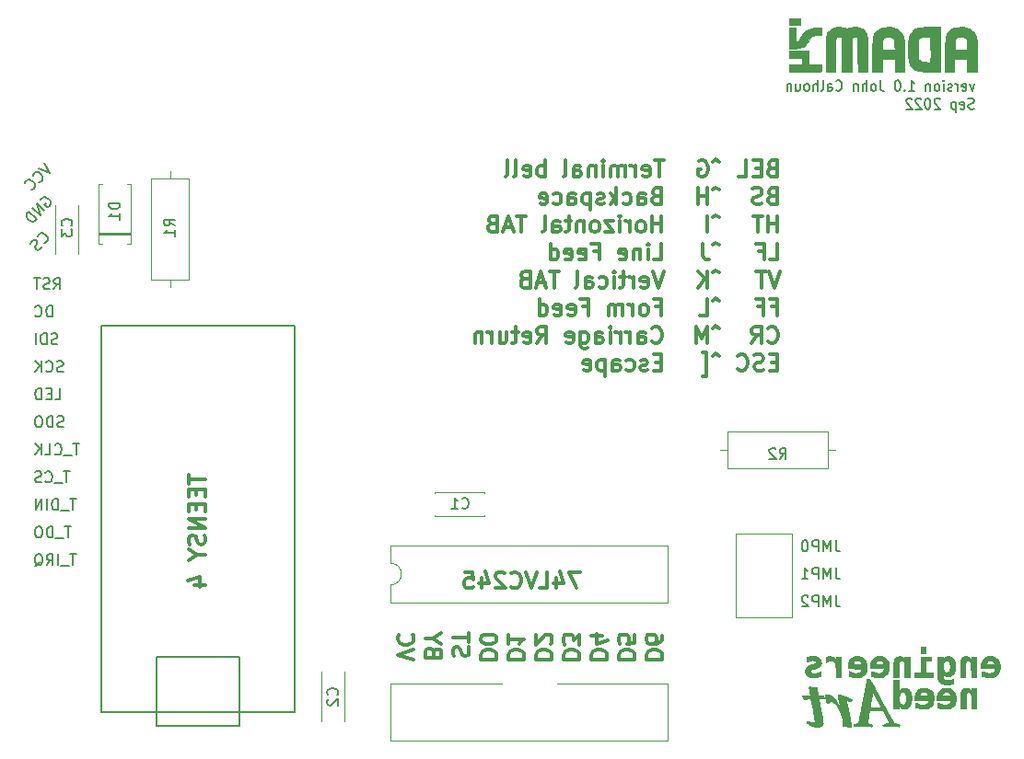
<source format=gbr>
%TF.GenerationSoftware,KiCad,Pcbnew,(5.1.10-1-10_14)*%
%TF.CreationDate,2022-08-05T12:13:03-05:00*%
%TF.ProjectId,Adam74,4164616d-3734-42e6-9b69-6361645f7063,rev?*%
%TF.SameCoordinates,Original*%
%TF.FileFunction,Legend,Bot*%
%TF.FilePolarity,Positive*%
%FSLAX46Y46*%
G04 Gerber Fmt 4.6, Leading zero omitted, Abs format (unit mm)*
G04 Created by KiCad (PCBNEW (5.1.10-1-10_14)) date 2022-08-05 12:13:03*
%MOMM*%
%LPD*%
G01*
G04 APERTURE LIST*
%ADD10C,0.300000*%
%ADD11C,0.150000*%
%ADD12C,0.120000*%
%ADD13C,0.010000*%
G04 APERTURE END LIST*
D10*
X174922142Y-83360428D02*
X174636428Y-83146142D01*
X174350714Y-83360428D01*
X173065000Y-83289000D02*
X173207857Y-83217571D01*
X173422142Y-83217571D01*
X173636428Y-83289000D01*
X173779285Y-83431857D01*
X173850714Y-83574714D01*
X173922142Y-83860428D01*
X173922142Y-84074714D01*
X173850714Y-84360428D01*
X173779285Y-84503285D01*
X173636428Y-84646142D01*
X173422142Y-84717571D01*
X173279285Y-84717571D01*
X173065000Y-84646142D01*
X172993571Y-84574714D01*
X172993571Y-84074714D01*
X173279285Y-84074714D01*
X174922142Y-85910428D02*
X174636428Y-85696142D01*
X174350714Y-85910428D01*
X173850714Y-87267571D02*
X173850714Y-85767571D01*
X173850714Y-86481857D02*
X172993571Y-86481857D01*
X172993571Y-87267571D02*
X172993571Y-85767571D01*
X174922142Y-88460428D02*
X174636428Y-88246142D01*
X174350714Y-88460428D01*
X173850714Y-89817571D02*
X173850714Y-88317571D01*
X174922142Y-91010428D02*
X174636428Y-90796142D01*
X174350714Y-91010428D01*
X173422142Y-90867571D02*
X173422142Y-91939000D01*
X173493571Y-92153285D01*
X173636428Y-92296142D01*
X173850714Y-92367571D01*
X173993571Y-92367571D01*
X174922142Y-93560428D02*
X174636428Y-93346142D01*
X174350714Y-93560428D01*
X173850714Y-94917571D02*
X173850714Y-93417571D01*
X172993571Y-94917571D02*
X173636428Y-94060428D01*
X172993571Y-93417571D02*
X173850714Y-94274714D01*
X174922142Y-96110428D02*
X174636428Y-95896142D01*
X174350714Y-96110428D01*
X173136428Y-97467571D02*
X173850714Y-97467571D01*
X173850714Y-95967571D01*
X174922142Y-98660428D02*
X174636428Y-98446142D01*
X174350714Y-98660428D01*
X173850714Y-100017571D02*
X173850714Y-98517571D01*
X173350714Y-99589000D01*
X172850714Y-98517571D01*
X172850714Y-100017571D01*
X174922142Y-101210428D02*
X174636428Y-100996142D01*
X174350714Y-101210428D01*
X173422142Y-103067571D02*
X173779285Y-103067571D01*
X173779285Y-100924714D01*
X173422142Y-100924714D01*
X169842142Y-83217571D02*
X168985000Y-83217571D01*
X169413571Y-84717571D02*
X169413571Y-83217571D01*
X167913571Y-84646142D02*
X168056428Y-84717571D01*
X168342142Y-84717571D01*
X168485000Y-84646142D01*
X168556428Y-84503285D01*
X168556428Y-83931857D01*
X168485000Y-83789000D01*
X168342142Y-83717571D01*
X168056428Y-83717571D01*
X167913571Y-83789000D01*
X167842142Y-83931857D01*
X167842142Y-84074714D01*
X168556428Y-84217571D01*
X167199285Y-84717571D02*
X167199285Y-83717571D01*
X167199285Y-84003285D02*
X167127857Y-83860428D01*
X167056428Y-83789000D01*
X166913571Y-83717571D01*
X166770714Y-83717571D01*
X166270714Y-84717571D02*
X166270714Y-83717571D01*
X166270714Y-83860428D02*
X166199285Y-83789000D01*
X166056428Y-83717571D01*
X165842142Y-83717571D01*
X165699285Y-83789000D01*
X165627857Y-83931857D01*
X165627857Y-84717571D01*
X165627857Y-83931857D02*
X165556428Y-83789000D01*
X165413571Y-83717571D01*
X165199285Y-83717571D01*
X165056428Y-83789000D01*
X164985000Y-83931857D01*
X164985000Y-84717571D01*
X164270714Y-84717571D02*
X164270714Y-83717571D01*
X164270714Y-83217571D02*
X164342142Y-83289000D01*
X164270714Y-83360428D01*
X164199285Y-83289000D01*
X164270714Y-83217571D01*
X164270714Y-83360428D01*
X163556428Y-83717571D02*
X163556428Y-84717571D01*
X163556428Y-83860428D02*
X163485000Y-83789000D01*
X163342142Y-83717571D01*
X163127857Y-83717571D01*
X162985000Y-83789000D01*
X162913571Y-83931857D01*
X162913571Y-84717571D01*
X161556428Y-84717571D02*
X161556428Y-83931857D01*
X161627857Y-83789000D01*
X161770714Y-83717571D01*
X162056428Y-83717571D01*
X162199285Y-83789000D01*
X161556428Y-84646142D02*
X161699285Y-84717571D01*
X162056428Y-84717571D01*
X162199285Y-84646142D01*
X162270714Y-84503285D01*
X162270714Y-84360428D01*
X162199285Y-84217571D01*
X162056428Y-84146142D01*
X161699285Y-84146142D01*
X161556428Y-84074714D01*
X160627857Y-84717571D02*
X160770714Y-84646142D01*
X160842142Y-84503285D01*
X160842142Y-83217571D01*
X158913571Y-84717571D02*
X158913571Y-83217571D01*
X158913571Y-83789000D02*
X158770714Y-83717571D01*
X158485000Y-83717571D01*
X158342142Y-83789000D01*
X158270714Y-83860428D01*
X158199285Y-84003285D01*
X158199285Y-84431857D01*
X158270714Y-84574714D01*
X158342142Y-84646142D01*
X158485000Y-84717571D01*
X158770714Y-84717571D01*
X158913571Y-84646142D01*
X156985000Y-84646142D02*
X157127857Y-84717571D01*
X157413571Y-84717571D01*
X157556428Y-84646142D01*
X157627857Y-84503285D01*
X157627857Y-83931857D01*
X157556428Y-83789000D01*
X157413571Y-83717571D01*
X157127857Y-83717571D01*
X156985000Y-83789000D01*
X156913571Y-83931857D01*
X156913571Y-84074714D01*
X157627857Y-84217571D01*
X156056428Y-84717571D02*
X156199285Y-84646142D01*
X156270714Y-84503285D01*
X156270714Y-83217571D01*
X155270714Y-84717571D02*
X155413571Y-84646142D01*
X155485000Y-84503285D01*
X155485000Y-83217571D01*
X169127857Y-86481857D02*
X168913571Y-86553285D01*
X168842142Y-86624714D01*
X168770714Y-86767571D01*
X168770714Y-86981857D01*
X168842142Y-87124714D01*
X168913571Y-87196142D01*
X169056428Y-87267571D01*
X169627857Y-87267571D01*
X169627857Y-85767571D01*
X169127857Y-85767571D01*
X168985000Y-85839000D01*
X168913571Y-85910428D01*
X168842142Y-86053285D01*
X168842142Y-86196142D01*
X168913571Y-86339000D01*
X168985000Y-86410428D01*
X169127857Y-86481857D01*
X169627857Y-86481857D01*
X167485000Y-87267571D02*
X167485000Y-86481857D01*
X167556428Y-86339000D01*
X167699285Y-86267571D01*
X167985000Y-86267571D01*
X168127857Y-86339000D01*
X167485000Y-87196142D02*
X167627857Y-87267571D01*
X167985000Y-87267571D01*
X168127857Y-87196142D01*
X168199285Y-87053285D01*
X168199285Y-86910428D01*
X168127857Y-86767571D01*
X167985000Y-86696142D01*
X167627857Y-86696142D01*
X167485000Y-86624714D01*
X166127857Y-87196142D02*
X166270714Y-87267571D01*
X166556428Y-87267571D01*
X166699285Y-87196142D01*
X166770714Y-87124714D01*
X166842142Y-86981857D01*
X166842142Y-86553285D01*
X166770714Y-86410428D01*
X166699285Y-86339000D01*
X166556428Y-86267571D01*
X166270714Y-86267571D01*
X166127857Y-86339000D01*
X165485000Y-87267571D02*
X165485000Y-85767571D01*
X165342142Y-86696142D02*
X164913571Y-87267571D01*
X164913571Y-86267571D02*
X165485000Y-86839000D01*
X164342142Y-87196142D02*
X164199285Y-87267571D01*
X163913571Y-87267571D01*
X163770714Y-87196142D01*
X163699285Y-87053285D01*
X163699285Y-86981857D01*
X163770714Y-86839000D01*
X163913571Y-86767571D01*
X164127857Y-86767571D01*
X164270714Y-86696142D01*
X164342142Y-86553285D01*
X164342142Y-86481857D01*
X164270714Y-86339000D01*
X164127857Y-86267571D01*
X163913571Y-86267571D01*
X163770714Y-86339000D01*
X163056428Y-86267571D02*
X163056428Y-87767571D01*
X163056428Y-86339000D02*
X162913571Y-86267571D01*
X162627857Y-86267571D01*
X162485000Y-86339000D01*
X162413571Y-86410428D01*
X162342142Y-86553285D01*
X162342142Y-86981857D01*
X162413571Y-87124714D01*
X162485000Y-87196142D01*
X162627857Y-87267571D01*
X162913571Y-87267571D01*
X163056428Y-87196142D01*
X161056428Y-87267571D02*
X161056428Y-86481857D01*
X161127857Y-86339000D01*
X161270714Y-86267571D01*
X161556428Y-86267571D01*
X161699285Y-86339000D01*
X161056428Y-87196142D02*
X161199285Y-87267571D01*
X161556428Y-87267571D01*
X161699285Y-87196142D01*
X161770714Y-87053285D01*
X161770714Y-86910428D01*
X161699285Y-86767571D01*
X161556428Y-86696142D01*
X161199285Y-86696142D01*
X161056428Y-86624714D01*
X159699285Y-87196142D02*
X159842142Y-87267571D01*
X160127857Y-87267571D01*
X160270714Y-87196142D01*
X160342142Y-87124714D01*
X160413571Y-86981857D01*
X160413571Y-86553285D01*
X160342142Y-86410428D01*
X160270714Y-86339000D01*
X160127857Y-86267571D01*
X159842142Y-86267571D01*
X159699285Y-86339000D01*
X158485000Y-87196142D02*
X158627857Y-87267571D01*
X158913571Y-87267571D01*
X159056428Y-87196142D01*
X159127857Y-87053285D01*
X159127857Y-86481857D01*
X159056428Y-86339000D01*
X158913571Y-86267571D01*
X158627857Y-86267571D01*
X158485000Y-86339000D01*
X158413571Y-86481857D01*
X158413571Y-86624714D01*
X159127857Y-86767571D01*
X169627857Y-89817571D02*
X169627857Y-88317571D01*
X169627857Y-89031857D02*
X168770714Y-89031857D01*
X168770714Y-89817571D02*
X168770714Y-88317571D01*
X167842142Y-89817571D02*
X167985000Y-89746142D01*
X168056428Y-89674714D01*
X168127857Y-89531857D01*
X168127857Y-89103285D01*
X168056428Y-88960428D01*
X167985000Y-88889000D01*
X167842142Y-88817571D01*
X167627857Y-88817571D01*
X167485000Y-88889000D01*
X167413571Y-88960428D01*
X167342142Y-89103285D01*
X167342142Y-89531857D01*
X167413571Y-89674714D01*
X167485000Y-89746142D01*
X167627857Y-89817571D01*
X167842142Y-89817571D01*
X166699285Y-89817571D02*
X166699285Y-88817571D01*
X166699285Y-89103285D02*
X166627857Y-88960428D01*
X166556428Y-88889000D01*
X166413571Y-88817571D01*
X166270714Y-88817571D01*
X165770714Y-89817571D02*
X165770714Y-88817571D01*
X165770714Y-88317571D02*
X165842142Y-88389000D01*
X165770714Y-88460428D01*
X165699285Y-88389000D01*
X165770714Y-88317571D01*
X165770714Y-88460428D01*
X165199285Y-88817571D02*
X164413571Y-88817571D01*
X165199285Y-89817571D01*
X164413571Y-89817571D01*
X163627857Y-89817571D02*
X163770714Y-89746142D01*
X163842142Y-89674714D01*
X163913571Y-89531857D01*
X163913571Y-89103285D01*
X163842142Y-88960428D01*
X163770714Y-88889000D01*
X163627857Y-88817571D01*
X163413571Y-88817571D01*
X163270714Y-88889000D01*
X163199285Y-88960428D01*
X163127857Y-89103285D01*
X163127857Y-89531857D01*
X163199285Y-89674714D01*
X163270714Y-89746142D01*
X163413571Y-89817571D01*
X163627857Y-89817571D01*
X162485000Y-88817571D02*
X162485000Y-89817571D01*
X162485000Y-88960428D02*
X162413571Y-88889000D01*
X162270714Y-88817571D01*
X162056428Y-88817571D01*
X161913571Y-88889000D01*
X161842142Y-89031857D01*
X161842142Y-89817571D01*
X161342142Y-88817571D02*
X160770714Y-88817571D01*
X161127857Y-88317571D02*
X161127857Y-89603285D01*
X161056428Y-89746142D01*
X160913571Y-89817571D01*
X160770714Y-89817571D01*
X159627857Y-89817571D02*
X159627857Y-89031857D01*
X159699285Y-88889000D01*
X159842142Y-88817571D01*
X160127857Y-88817571D01*
X160270714Y-88889000D01*
X159627857Y-89746142D02*
X159770714Y-89817571D01*
X160127857Y-89817571D01*
X160270714Y-89746142D01*
X160342142Y-89603285D01*
X160342142Y-89460428D01*
X160270714Y-89317571D01*
X160127857Y-89246142D01*
X159770714Y-89246142D01*
X159627857Y-89174714D01*
X158699285Y-89817571D02*
X158842142Y-89746142D01*
X158913571Y-89603285D01*
X158913571Y-88317571D01*
X157199285Y-88317571D02*
X156342142Y-88317571D01*
X156770714Y-89817571D02*
X156770714Y-88317571D01*
X155913571Y-89389000D02*
X155199285Y-89389000D01*
X156056428Y-89817571D02*
X155556428Y-88317571D01*
X155056428Y-89817571D01*
X154056428Y-89031857D02*
X153842142Y-89103285D01*
X153770714Y-89174714D01*
X153699285Y-89317571D01*
X153699285Y-89531857D01*
X153770714Y-89674714D01*
X153842142Y-89746142D01*
X153985000Y-89817571D01*
X154556428Y-89817571D01*
X154556428Y-88317571D01*
X154056428Y-88317571D01*
X153913571Y-88389000D01*
X153842142Y-88460428D01*
X153770714Y-88603285D01*
X153770714Y-88746142D01*
X153842142Y-88889000D01*
X153913571Y-88960428D01*
X154056428Y-89031857D01*
X154556428Y-89031857D01*
X168913571Y-92367571D02*
X169627857Y-92367571D01*
X169627857Y-90867571D01*
X168413571Y-92367571D02*
X168413571Y-91367571D01*
X168413571Y-90867571D02*
X168485000Y-90939000D01*
X168413571Y-91010428D01*
X168342142Y-90939000D01*
X168413571Y-90867571D01*
X168413571Y-91010428D01*
X167699285Y-91367571D02*
X167699285Y-92367571D01*
X167699285Y-91510428D02*
X167627857Y-91439000D01*
X167485000Y-91367571D01*
X167270714Y-91367571D01*
X167127857Y-91439000D01*
X167056428Y-91581857D01*
X167056428Y-92367571D01*
X165770714Y-92296142D02*
X165913571Y-92367571D01*
X166199285Y-92367571D01*
X166342142Y-92296142D01*
X166413571Y-92153285D01*
X166413571Y-91581857D01*
X166342142Y-91439000D01*
X166199285Y-91367571D01*
X165913571Y-91367571D01*
X165770714Y-91439000D01*
X165699285Y-91581857D01*
X165699285Y-91724714D01*
X166413571Y-91867571D01*
X163413571Y-91581857D02*
X163913571Y-91581857D01*
X163913571Y-92367571D02*
X163913571Y-90867571D01*
X163199285Y-90867571D01*
X162056428Y-92296142D02*
X162199285Y-92367571D01*
X162485000Y-92367571D01*
X162627857Y-92296142D01*
X162699285Y-92153285D01*
X162699285Y-91581857D01*
X162627857Y-91439000D01*
X162485000Y-91367571D01*
X162199285Y-91367571D01*
X162056428Y-91439000D01*
X161985000Y-91581857D01*
X161985000Y-91724714D01*
X162699285Y-91867571D01*
X160770714Y-92296142D02*
X160913571Y-92367571D01*
X161199285Y-92367571D01*
X161342142Y-92296142D01*
X161413571Y-92153285D01*
X161413571Y-91581857D01*
X161342142Y-91439000D01*
X161199285Y-91367571D01*
X160913571Y-91367571D01*
X160770714Y-91439000D01*
X160699285Y-91581857D01*
X160699285Y-91724714D01*
X161413571Y-91867571D01*
X159413571Y-92367571D02*
X159413571Y-90867571D01*
X159413571Y-92296142D02*
X159556428Y-92367571D01*
X159842142Y-92367571D01*
X159985000Y-92296142D01*
X160056428Y-92224714D01*
X160127857Y-92081857D01*
X160127857Y-91653285D01*
X160056428Y-91510428D01*
X159985000Y-91439000D01*
X159842142Y-91367571D01*
X159556428Y-91367571D01*
X159413571Y-91439000D01*
X169842142Y-93417571D02*
X169342142Y-94917571D01*
X168842142Y-93417571D01*
X167770714Y-94846142D02*
X167913571Y-94917571D01*
X168199285Y-94917571D01*
X168342142Y-94846142D01*
X168413571Y-94703285D01*
X168413571Y-94131857D01*
X168342142Y-93989000D01*
X168199285Y-93917571D01*
X167913571Y-93917571D01*
X167770714Y-93989000D01*
X167699285Y-94131857D01*
X167699285Y-94274714D01*
X168413571Y-94417571D01*
X167056428Y-94917571D02*
X167056428Y-93917571D01*
X167056428Y-94203285D02*
X166985000Y-94060428D01*
X166913571Y-93989000D01*
X166770714Y-93917571D01*
X166627857Y-93917571D01*
X166342142Y-93917571D02*
X165770714Y-93917571D01*
X166127857Y-93417571D02*
X166127857Y-94703285D01*
X166056428Y-94846142D01*
X165913571Y-94917571D01*
X165770714Y-94917571D01*
X165270714Y-94917571D02*
X165270714Y-93917571D01*
X165270714Y-93417571D02*
X165342142Y-93489000D01*
X165270714Y-93560428D01*
X165199285Y-93489000D01*
X165270714Y-93417571D01*
X165270714Y-93560428D01*
X163913571Y-94846142D02*
X164056428Y-94917571D01*
X164342142Y-94917571D01*
X164485000Y-94846142D01*
X164556428Y-94774714D01*
X164627857Y-94631857D01*
X164627857Y-94203285D01*
X164556428Y-94060428D01*
X164485000Y-93989000D01*
X164342142Y-93917571D01*
X164056428Y-93917571D01*
X163913571Y-93989000D01*
X162627857Y-94917571D02*
X162627857Y-94131857D01*
X162699285Y-93989000D01*
X162842142Y-93917571D01*
X163127857Y-93917571D01*
X163270714Y-93989000D01*
X162627857Y-94846142D02*
X162770714Y-94917571D01*
X163127857Y-94917571D01*
X163270714Y-94846142D01*
X163342142Y-94703285D01*
X163342142Y-94560428D01*
X163270714Y-94417571D01*
X163127857Y-94346142D01*
X162770714Y-94346142D01*
X162627857Y-94274714D01*
X161699285Y-94917571D02*
X161842142Y-94846142D01*
X161913571Y-94703285D01*
X161913571Y-93417571D01*
X160199285Y-93417571D02*
X159342142Y-93417571D01*
X159770714Y-94917571D02*
X159770714Y-93417571D01*
X158913571Y-94489000D02*
X158199285Y-94489000D01*
X159056428Y-94917571D02*
X158556428Y-93417571D01*
X158056428Y-94917571D01*
X157056428Y-94131857D02*
X156842142Y-94203285D01*
X156770714Y-94274714D01*
X156699285Y-94417571D01*
X156699285Y-94631857D01*
X156770714Y-94774714D01*
X156842142Y-94846142D01*
X156985000Y-94917571D01*
X157556428Y-94917571D01*
X157556428Y-93417571D01*
X157056428Y-93417571D01*
X156913571Y-93489000D01*
X156842142Y-93560428D01*
X156770714Y-93703285D01*
X156770714Y-93846142D01*
X156842142Y-93989000D01*
X156913571Y-94060428D01*
X157056428Y-94131857D01*
X157556428Y-94131857D01*
X169127857Y-96681857D02*
X169627857Y-96681857D01*
X169627857Y-97467571D02*
X169627857Y-95967571D01*
X168913571Y-95967571D01*
X168127857Y-97467571D02*
X168270714Y-97396142D01*
X168342142Y-97324714D01*
X168413571Y-97181857D01*
X168413571Y-96753285D01*
X168342142Y-96610428D01*
X168270714Y-96539000D01*
X168127857Y-96467571D01*
X167913571Y-96467571D01*
X167770714Y-96539000D01*
X167699285Y-96610428D01*
X167627857Y-96753285D01*
X167627857Y-97181857D01*
X167699285Y-97324714D01*
X167770714Y-97396142D01*
X167913571Y-97467571D01*
X168127857Y-97467571D01*
X166985000Y-97467571D02*
X166985000Y-96467571D01*
X166985000Y-96753285D02*
X166913571Y-96610428D01*
X166842142Y-96539000D01*
X166699285Y-96467571D01*
X166556428Y-96467571D01*
X166056428Y-97467571D02*
X166056428Y-96467571D01*
X166056428Y-96610428D02*
X165985000Y-96539000D01*
X165842142Y-96467571D01*
X165627857Y-96467571D01*
X165485000Y-96539000D01*
X165413571Y-96681857D01*
X165413571Y-97467571D01*
X165413571Y-96681857D02*
X165342142Y-96539000D01*
X165199285Y-96467571D01*
X164985000Y-96467571D01*
X164842142Y-96539000D01*
X164770714Y-96681857D01*
X164770714Y-97467571D01*
X162413571Y-96681857D02*
X162913571Y-96681857D01*
X162913571Y-97467571D02*
X162913571Y-95967571D01*
X162199285Y-95967571D01*
X161056428Y-97396142D02*
X161199285Y-97467571D01*
X161485000Y-97467571D01*
X161627857Y-97396142D01*
X161699285Y-97253285D01*
X161699285Y-96681857D01*
X161627857Y-96539000D01*
X161485000Y-96467571D01*
X161199285Y-96467571D01*
X161056428Y-96539000D01*
X160985000Y-96681857D01*
X160985000Y-96824714D01*
X161699285Y-96967571D01*
X159770714Y-97396142D02*
X159913571Y-97467571D01*
X160199285Y-97467571D01*
X160342142Y-97396142D01*
X160413571Y-97253285D01*
X160413571Y-96681857D01*
X160342142Y-96539000D01*
X160199285Y-96467571D01*
X159913571Y-96467571D01*
X159770714Y-96539000D01*
X159699285Y-96681857D01*
X159699285Y-96824714D01*
X160413571Y-96967571D01*
X158413571Y-97467571D02*
X158413571Y-95967571D01*
X158413571Y-97396142D02*
X158556428Y-97467571D01*
X158842142Y-97467571D01*
X158985000Y-97396142D01*
X159056428Y-97324714D01*
X159127857Y-97181857D01*
X159127857Y-96753285D01*
X159056428Y-96610428D01*
X158985000Y-96539000D01*
X158842142Y-96467571D01*
X158556428Y-96467571D01*
X158413571Y-96539000D01*
X168770714Y-99874714D02*
X168842142Y-99946142D01*
X169056428Y-100017571D01*
X169199285Y-100017571D01*
X169413571Y-99946142D01*
X169556428Y-99803285D01*
X169627857Y-99660428D01*
X169699285Y-99374714D01*
X169699285Y-99160428D01*
X169627857Y-98874714D01*
X169556428Y-98731857D01*
X169413571Y-98589000D01*
X169199285Y-98517571D01*
X169056428Y-98517571D01*
X168842142Y-98589000D01*
X168770714Y-98660428D01*
X167485000Y-100017571D02*
X167485000Y-99231857D01*
X167556428Y-99089000D01*
X167699285Y-99017571D01*
X167985000Y-99017571D01*
X168127857Y-99089000D01*
X167485000Y-99946142D02*
X167627857Y-100017571D01*
X167985000Y-100017571D01*
X168127857Y-99946142D01*
X168199285Y-99803285D01*
X168199285Y-99660428D01*
X168127857Y-99517571D01*
X167985000Y-99446142D01*
X167627857Y-99446142D01*
X167485000Y-99374714D01*
X166770714Y-100017571D02*
X166770714Y-99017571D01*
X166770714Y-99303285D02*
X166699285Y-99160428D01*
X166627857Y-99089000D01*
X166485000Y-99017571D01*
X166342142Y-99017571D01*
X165842142Y-100017571D02*
X165842142Y-99017571D01*
X165842142Y-99303285D02*
X165770714Y-99160428D01*
X165699285Y-99089000D01*
X165556428Y-99017571D01*
X165413571Y-99017571D01*
X164913571Y-100017571D02*
X164913571Y-99017571D01*
X164913571Y-98517571D02*
X164985000Y-98589000D01*
X164913571Y-98660428D01*
X164842142Y-98589000D01*
X164913571Y-98517571D01*
X164913571Y-98660428D01*
X163556428Y-100017571D02*
X163556428Y-99231857D01*
X163627857Y-99089000D01*
X163770714Y-99017571D01*
X164056428Y-99017571D01*
X164199285Y-99089000D01*
X163556428Y-99946142D02*
X163699285Y-100017571D01*
X164056428Y-100017571D01*
X164199285Y-99946142D01*
X164270714Y-99803285D01*
X164270714Y-99660428D01*
X164199285Y-99517571D01*
X164056428Y-99446142D01*
X163699285Y-99446142D01*
X163556428Y-99374714D01*
X162199285Y-99017571D02*
X162199285Y-100231857D01*
X162270714Y-100374714D01*
X162342142Y-100446142D01*
X162485000Y-100517571D01*
X162699285Y-100517571D01*
X162842142Y-100446142D01*
X162199285Y-99946142D02*
X162342142Y-100017571D01*
X162627857Y-100017571D01*
X162770714Y-99946142D01*
X162842142Y-99874714D01*
X162913571Y-99731857D01*
X162913571Y-99303285D01*
X162842142Y-99160428D01*
X162770714Y-99089000D01*
X162627857Y-99017571D01*
X162342142Y-99017571D01*
X162199285Y-99089000D01*
X160913571Y-99946142D02*
X161056428Y-100017571D01*
X161342142Y-100017571D01*
X161485000Y-99946142D01*
X161556428Y-99803285D01*
X161556428Y-99231857D01*
X161485000Y-99089000D01*
X161342142Y-99017571D01*
X161056428Y-99017571D01*
X160913571Y-99089000D01*
X160842142Y-99231857D01*
X160842142Y-99374714D01*
X161556428Y-99517571D01*
X158199285Y-100017571D02*
X158699285Y-99303285D01*
X159056428Y-100017571D02*
X159056428Y-98517571D01*
X158485000Y-98517571D01*
X158342142Y-98589000D01*
X158270714Y-98660428D01*
X158199285Y-98803285D01*
X158199285Y-99017571D01*
X158270714Y-99160428D01*
X158342142Y-99231857D01*
X158485000Y-99303285D01*
X159056428Y-99303285D01*
X156985000Y-99946142D02*
X157127857Y-100017571D01*
X157413571Y-100017571D01*
X157556428Y-99946142D01*
X157627857Y-99803285D01*
X157627857Y-99231857D01*
X157556428Y-99089000D01*
X157413571Y-99017571D01*
X157127857Y-99017571D01*
X156985000Y-99089000D01*
X156913571Y-99231857D01*
X156913571Y-99374714D01*
X157627857Y-99517571D01*
X156485000Y-99017571D02*
X155913571Y-99017571D01*
X156270714Y-98517571D02*
X156270714Y-99803285D01*
X156199285Y-99946142D01*
X156056428Y-100017571D01*
X155913571Y-100017571D01*
X154770714Y-99017571D02*
X154770714Y-100017571D01*
X155413571Y-99017571D02*
X155413571Y-99803285D01*
X155342142Y-99946142D01*
X155199285Y-100017571D01*
X154985000Y-100017571D01*
X154842142Y-99946142D01*
X154770714Y-99874714D01*
X154056428Y-100017571D02*
X154056428Y-99017571D01*
X154056428Y-99303285D02*
X153985000Y-99160428D01*
X153913571Y-99089000D01*
X153770714Y-99017571D01*
X153627857Y-99017571D01*
X153127857Y-99017571D02*
X153127857Y-100017571D01*
X153127857Y-99160428D02*
X153056428Y-99089000D01*
X152913571Y-99017571D01*
X152699285Y-99017571D01*
X152556428Y-99089000D01*
X152485000Y-99231857D01*
X152485000Y-100017571D01*
X169627857Y-101781857D02*
X169127857Y-101781857D01*
X168913571Y-102567571D02*
X169627857Y-102567571D01*
X169627857Y-101067571D01*
X168913571Y-101067571D01*
X168342142Y-102496142D02*
X168199285Y-102567571D01*
X167913571Y-102567571D01*
X167770714Y-102496142D01*
X167699285Y-102353285D01*
X167699285Y-102281857D01*
X167770714Y-102139000D01*
X167913571Y-102067571D01*
X168127857Y-102067571D01*
X168270714Y-101996142D01*
X168342142Y-101853285D01*
X168342142Y-101781857D01*
X168270714Y-101639000D01*
X168127857Y-101567571D01*
X167913571Y-101567571D01*
X167770714Y-101639000D01*
X166413571Y-102496142D02*
X166556428Y-102567571D01*
X166842142Y-102567571D01*
X166985000Y-102496142D01*
X167056428Y-102424714D01*
X167127857Y-102281857D01*
X167127857Y-101853285D01*
X167056428Y-101710428D01*
X166985000Y-101639000D01*
X166842142Y-101567571D01*
X166556428Y-101567571D01*
X166413571Y-101639000D01*
X165127857Y-102567571D02*
X165127857Y-101781857D01*
X165199285Y-101639000D01*
X165342142Y-101567571D01*
X165627857Y-101567571D01*
X165770714Y-101639000D01*
X165127857Y-102496142D02*
X165270714Y-102567571D01*
X165627857Y-102567571D01*
X165770714Y-102496142D01*
X165842142Y-102353285D01*
X165842142Y-102210428D01*
X165770714Y-102067571D01*
X165627857Y-101996142D01*
X165270714Y-101996142D01*
X165127857Y-101924714D01*
X164413571Y-101567571D02*
X164413571Y-103067571D01*
X164413571Y-101639000D02*
X164270714Y-101567571D01*
X163985000Y-101567571D01*
X163842142Y-101639000D01*
X163770714Y-101710428D01*
X163699285Y-101853285D01*
X163699285Y-102281857D01*
X163770714Y-102424714D01*
X163842142Y-102496142D01*
X163985000Y-102567571D01*
X164270714Y-102567571D01*
X164413571Y-102496142D01*
X162485000Y-102496142D02*
X162627857Y-102567571D01*
X162913571Y-102567571D01*
X163056428Y-102496142D01*
X163127857Y-102353285D01*
X163127857Y-101781857D01*
X163056428Y-101639000D01*
X162913571Y-101567571D01*
X162627857Y-101567571D01*
X162485000Y-101639000D01*
X162413571Y-101781857D01*
X162413571Y-101924714D01*
X163127857Y-102067571D01*
X179795857Y-83931857D02*
X179581571Y-84003285D01*
X179510142Y-84074714D01*
X179438714Y-84217571D01*
X179438714Y-84431857D01*
X179510142Y-84574714D01*
X179581571Y-84646142D01*
X179724428Y-84717571D01*
X180295857Y-84717571D01*
X180295857Y-83217571D01*
X179795857Y-83217571D01*
X179653000Y-83289000D01*
X179581571Y-83360428D01*
X179510142Y-83503285D01*
X179510142Y-83646142D01*
X179581571Y-83789000D01*
X179653000Y-83860428D01*
X179795857Y-83931857D01*
X180295857Y-83931857D01*
X178795857Y-83931857D02*
X178295857Y-83931857D01*
X178081571Y-84717571D02*
X178795857Y-84717571D01*
X178795857Y-83217571D01*
X178081571Y-83217571D01*
X176724428Y-84717571D02*
X177438714Y-84717571D01*
X177438714Y-83217571D01*
X179795857Y-86481857D02*
X179581571Y-86553285D01*
X179510142Y-86624714D01*
X179438714Y-86767571D01*
X179438714Y-86981857D01*
X179510142Y-87124714D01*
X179581571Y-87196142D01*
X179724428Y-87267571D01*
X180295857Y-87267571D01*
X180295857Y-85767571D01*
X179795857Y-85767571D01*
X179653000Y-85839000D01*
X179581571Y-85910428D01*
X179510142Y-86053285D01*
X179510142Y-86196142D01*
X179581571Y-86339000D01*
X179653000Y-86410428D01*
X179795857Y-86481857D01*
X180295857Y-86481857D01*
X178867285Y-87196142D02*
X178653000Y-87267571D01*
X178295857Y-87267571D01*
X178153000Y-87196142D01*
X178081571Y-87124714D01*
X178010142Y-86981857D01*
X178010142Y-86839000D01*
X178081571Y-86696142D01*
X178153000Y-86624714D01*
X178295857Y-86553285D01*
X178581571Y-86481857D01*
X178724428Y-86410428D01*
X178795857Y-86339000D01*
X178867285Y-86196142D01*
X178867285Y-86053285D01*
X178795857Y-85910428D01*
X178724428Y-85839000D01*
X178581571Y-85767571D01*
X178224428Y-85767571D01*
X178010142Y-85839000D01*
X180295857Y-89817571D02*
X180295857Y-88317571D01*
X180295857Y-89031857D02*
X179438714Y-89031857D01*
X179438714Y-89817571D02*
X179438714Y-88317571D01*
X178938714Y-88317571D02*
X178081571Y-88317571D01*
X178510142Y-89817571D02*
X178510142Y-88317571D01*
X179581571Y-92367571D02*
X180295857Y-92367571D01*
X180295857Y-90867571D01*
X178581571Y-91581857D02*
X179081571Y-91581857D01*
X179081571Y-92367571D02*
X179081571Y-90867571D01*
X178367285Y-90867571D01*
X180510142Y-93417571D02*
X180010142Y-94917571D01*
X179510142Y-93417571D01*
X179224428Y-93417571D02*
X178367285Y-93417571D01*
X178795857Y-94917571D02*
X178795857Y-93417571D01*
X179795857Y-96681857D02*
X180295857Y-96681857D01*
X180295857Y-97467571D02*
X180295857Y-95967571D01*
X179581571Y-95967571D01*
X178510142Y-96681857D02*
X179010142Y-96681857D01*
X179010142Y-97467571D02*
X179010142Y-95967571D01*
X178295857Y-95967571D01*
X179438714Y-99874714D02*
X179510142Y-99946142D01*
X179724428Y-100017571D01*
X179867285Y-100017571D01*
X180081571Y-99946142D01*
X180224428Y-99803285D01*
X180295857Y-99660428D01*
X180367285Y-99374714D01*
X180367285Y-99160428D01*
X180295857Y-98874714D01*
X180224428Y-98731857D01*
X180081571Y-98589000D01*
X179867285Y-98517571D01*
X179724428Y-98517571D01*
X179510142Y-98589000D01*
X179438714Y-98660428D01*
X177938714Y-100017571D02*
X178438714Y-99303285D01*
X178795857Y-100017571D02*
X178795857Y-98517571D01*
X178224428Y-98517571D01*
X178081571Y-98589000D01*
X178010142Y-98660428D01*
X177938714Y-98803285D01*
X177938714Y-99017571D01*
X178010142Y-99160428D01*
X178081571Y-99231857D01*
X178224428Y-99303285D01*
X178795857Y-99303285D01*
X180295857Y-101781857D02*
X179795857Y-101781857D01*
X179581571Y-102567571D02*
X180295857Y-102567571D01*
X180295857Y-101067571D01*
X179581571Y-101067571D01*
X179010142Y-102496142D02*
X178795857Y-102567571D01*
X178438714Y-102567571D01*
X178295857Y-102496142D01*
X178224428Y-102424714D01*
X178153000Y-102281857D01*
X178153000Y-102139000D01*
X178224428Y-101996142D01*
X178295857Y-101924714D01*
X178438714Y-101853285D01*
X178724428Y-101781857D01*
X178867285Y-101710428D01*
X178938714Y-101639000D01*
X179010142Y-101496142D01*
X179010142Y-101353285D01*
X178938714Y-101210428D01*
X178867285Y-101139000D01*
X178724428Y-101067571D01*
X178367285Y-101067571D01*
X178153000Y-101139000D01*
X176653000Y-102424714D02*
X176724428Y-102496142D01*
X176938714Y-102567571D01*
X177081571Y-102567571D01*
X177295857Y-102496142D01*
X177438714Y-102353285D01*
X177510142Y-102210428D01*
X177581571Y-101924714D01*
X177581571Y-101710428D01*
X177510142Y-101424714D01*
X177438714Y-101281857D01*
X177295857Y-101139000D01*
X177081571Y-101067571D01*
X176938714Y-101067571D01*
X176724428Y-101139000D01*
X176653000Y-101210428D01*
D11*
X185675833Y-123277380D02*
X185675833Y-123991666D01*
X185723452Y-124134523D01*
X185818690Y-124229761D01*
X185961547Y-124277380D01*
X186056785Y-124277380D01*
X185199642Y-124277380D02*
X185199642Y-123277380D01*
X184866309Y-123991666D01*
X184532976Y-123277380D01*
X184532976Y-124277380D01*
X184056785Y-124277380D02*
X184056785Y-123277380D01*
X183675833Y-123277380D01*
X183580595Y-123325000D01*
X183532976Y-123372619D01*
X183485357Y-123467857D01*
X183485357Y-123610714D01*
X183532976Y-123705952D01*
X183580595Y-123753571D01*
X183675833Y-123801190D01*
X184056785Y-123801190D01*
X183104404Y-123372619D02*
X183056785Y-123325000D01*
X182961547Y-123277380D01*
X182723452Y-123277380D01*
X182628214Y-123325000D01*
X182580595Y-123372619D01*
X182532976Y-123467857D01*
X182532976Y-123563095D01*
X182580595Y-123705952D01*
X183152023Y-124277380D01*
X182532976Y-124277380D01*
X185675833Y-120737380D02*
X185675833Y-121451666D01*
X185723452Y-121594523D01*
X185818690Y-121689761D01*
X185961547Y-121737380D01*
X186056785Y-121737380D01*
X185199642Y-121737380D02*
X185199642Y-120737380D01*
X184866309Y-121451666D01*
X184532976Y-120737380D01*
X184532976Y-121737380D01*
X184056785Y-121737380D02*
X184056785Y-120737380D01*
X183675833Y-120737380D01*
X183580595Y-120785000D01*
X183532976Y-120832619D01*
X183485357Y-120927857D01*
X183485357Y-121070714D01*
X183532976Y-121165952D01*
X183580595Y-121213571D01*
X183675833Y-121261190D01*
X184056785Y-121261190D01*
X182532976Y-121737380D02*
X183104404Y-121737380D01*
X182818690Y-121737380D02*
X182818690Y-120737380D01*
X182913928Y-120880238D01*
X183009166Y-120975476D01*
X183104404Y-121023095D01*
X185675833Y-118197380D02*
X185675833Y-118911666D01*
X185723452Y-119054523D01*
X185818690Y-119149761D01*
X185961547Y-119197380D01*
X186056785Y-119197380D01*
X185199642Y-119197380D02*
X185199642Y-118197380D01*
X184866309Y-118911666D01*
X184532976Y-118197380D01*
X184532976Y-119197380D01*
X184056785Y-119197380D02*
X184056785Y-118197380D01*
X183675833Y-118197380D01*
X183580595Y-118245000D01*
X183532976Y-118292619D01*
X183485357Y-118387857D01*
X183485357Y-118530714D01*
X183532976Y-118625952D01*
X183580595Y-118673571D01*
X183675833Y-118721190D01*
X184056785Y-118721190D01*
X182866309Y-118197380D02*
X182771071Y-118197380D01*
X182675833Y-118245000D01*
X182628214Y-118292619D01*
X182580595Y-118387857D01*
X182532976Y-118578333D01*
X182532976Y-118816428D01*
X182580595Y-119006904D01*
X182628214Y-119102142D01*
X182675833Y-119149761D01*
X182771071Y-119197380D01*
X182866309Y-119197380D01*
X182961547Y-119149761D01*
X183009166Y-119102142D01*
X183056785Y-119006904D01*
X183104404Y-118816428D01*
X183104404Y-118578333D01*
X183056785Y-118387857D01*
X183009166Y-118292619D01*
X182961547Y-118245000D01*
X182866309Y-118197380D01*
D10*
X168231428Y-129131428D02*
X169731428Y-129131428D01*
X169731428Y-128774285D01*
X169660000Y-128560000D01*
X169517142Y-128417142D01*
X169374285Y-128345714D01*
X169088571Y-128274285D01*
X168874285Y-128274285D01*
X168588571Y-128345714D01*
X168445714Y-128417142D01*
X168302857Y-128560000D01*
X168231428Y-128774285D01*
X168231428Y-129131428D01*
X169731428Y-126988571D02*
X169731428Y-127274285D01*
X169660000Y-127417142D01*
X169588571Y-127488571D01*
X169374285Y-127631428D01*
X169088571Y-127702857D01*
X168517142Y-127702857D01*
X168374285Y-127631428D01*
X168302857Y-127560000D01*
X168231428Y-127417142D01*
X168231428Y-127131428D01*
X168302857Y-126988571D01*
X168374285Y-126917142D01*
X168517142Y-126845714D01*
X168874285Y-126845714D01*
X169017142Y-126917142D01*
X169088571Y-126988571D01*
X169160000Y-127131428D01*
X169160000Y-127417142D01*
X169088571Y-127560000D01*
X169017142Y-127631428D01*
X168874285Y-127702857D01*
X165691428Y-129131428D02*
X167191428Y-129131428D01*
X167191428Y-128774285D01*
X167120000Y-128560000D01*
X166977142Y-128417142D01*
X166834285Y-128345714D01*
X166548571Y-128274285D01*
X166334285Y-128274285D01*
X166048571Y-128345714D01*
X165905714Y-128417142D01*
X165762857Y-128560000D01*
X165691428Y-128774285D01*
X165691428Y-129131428D01*
X167191428Y-126917142D02*
X167191428Y-127631428D01*
X166477142Y-127702857D01*
X166548571Y-127631428D01*
X166620000Y-127488571D01*
X166620000Y-127131428D01*
X166548571Y-126988571D01*
X166477142Y-126917142D01*
X166334285Y-126845714D01*
X165977142Y-126845714D01*
X165834285Y-126917142D01*
X165762857Y-126988571D01*
X165691428Y-127131428D01*
X165691428Y-127488571D01*
X165762857Y-127631428D01*
X165834285Y-127702857D01*
X163151428Y-129131428D02*
X164651428Y-129131428D01*
X164651428Y-128774285D01*
X164580000Y-128560000D01*
X164437142Y-128417142D01*
X164294285Y-128345714D01*
X164008571Y-128274285D01*
X163794285Y-128274285D01*
X163508571Y-128345714D01*
X163365714Y-128417142D01*
X163222857Y-128560000D01*
X163151428Y-128774285D01*
X163151428Y-129131428D01*
X164151428Y-126988571D02*
X163151428Y-126988571D01*
X164722857Y-127345714D02*
X163651428Y-127702857D01*
X163651428Y-126774285D01*
X160611428Y-129131428D02*
X162111428Y-129131428D01*
X162111428Y-128774285D01*
X162040000Y-128560000D01*
X161897142Y-128417142D01*
X161754285Y-128345714D01*
X161468571Y-128274285D01*
X161254285Y-128274285D01*
X160968571Y-128345714D01*
X160825714Y-128417142D01*
X160682857Y-128560000D01*
X160611428Y-128774285D01*
X160611428Y-129131428D01*
X162111428Y-127774285D02*
X162111428Y-126845714D01*
X161540000Y-127345714D01*
X161540000Y-127131428D01*
X161468571Y-126988571D01*
X161397142Y-126917142D01*
X161254285Y-126845714D01*
X160897142Y-126845714D01*
X160754285Y-126917142D01*
X160682857Y-126988571D01*
X160611428Y-127131428D01*
X160611428Y-127560000D01*
X160682857Y-127702857D01*
X160754285Y-127774285D01*
X158071428Y-129131428D02*
X159571428Y-129131428D01*
X159571428Y-128774285D01*
X159500000Y-128560000D01*
X159357142Y-128417142D01*
X159214285Y-128345714D01*
X158928571Y-128274285D01*
X158714285Y-128274285D01*
X158428571Y-128345714D01*
X158285714Y-128417142D01*
X158142857Y-128560000D01*
X158071428Y-128774285D01*
X158071428Y-129131428D01*
X159428571Y-127702857D02*
X159500000Y-127631428D01*
X159571428Y-127488571D01*
X159571428Y-127131428D01*
X159500000Y-126988571D01*
X159428571Y-126917142D01*
X159285714Y-126845714D01*
X159142857Y-126845714D01*
X158928571Y-126917142D01*
X158071428Y-127774285D01*
X158071428Y-126845714D01*
X155531428Y-129131428D02*
X157031428Y-129131428D01*
X157031428Y-128774285D01*
X156960000Y-128560000D01*
X156817142Y-128417142D01*
X156674285Y-128345714D01*
X156388571Y-128274285D01*
X156174285Y-128274285D01*
X155888571Y-128345714D01*
X155745714Y-128417142D01*
X155602857Y-128560000D01*
X155531428Y-128774285D01*
X155531428Y-129131428D01*
X155531428Y-126845714D02*
X155531428Y-127702857D01*
X155531428Y-127274285D02*
X157031428Y-127274285D01*
X156817142Y-127417142D01*
X156674285Y-127560000D01*
X156602857Y-127702857D01*
X152991428Y-129131428D02*
X154491428Y-129131428D01*
X154491428Y-128774285D01*
X154420000Y-128560000D01*
X154277142Y-128417142D01*
X154134285Y-128345714D01*
X153848571Y-128274285D01*
X153634285Y-128274285D01*
X153348571Y-128345714D01*
X153205714Y-128417142D01*
X153062857Y-128560000D01*
X152991428Y-128774285D01*
X152991428Y-129131428D01*
X154491428Y-127345714D02*
X154491428Y-127202857D01*
X154420000Y-127060000D01*
X154348571Y-126988571D01*
X154205714Y-126917142D01*
X153920000Y-126845714D01*
X153562857Y-126845714D01*
X153277142Y-126917142D01*
X153134285Y-126988571D01*
X153062857Y-127060000D01*
X152991428Y-127202857D01*
X152991428Y-127345714D01*
X153062857Y-127488571D01*
X153134285Y-127560000D01*
X153277142Y-127631428D01*
X153562857Y-127702857D01*
X153920000Y-127702857D01*
X154205714Y-127631428D01*
X154348571Y-127560000D01*
X154420000Y-127488571D01*
X154491428Y-127345714D01*
X150522857Y-128845714D02*
X150451428Y-128631428D01*
X150451428Y-128274285D01*
X150522857Y-128131428D01*
X150594285Y-128060000D01*
X150737142Y-127988571D01*
X150880000Y-127988571D01*
X151022857Y-128060000D01*
X151094285Y-128131428D01*
X151165714Y-128274285D01*
X151237142Y-128560000D01*
X151308571Y-128702857D01*
X151380000Y-128774285D01*
X151522857Y-128845714D01*
X151665714Y-128845714D01*
X151808571Y-128774285D01*
X151880000Y-128702857D01*
X151951428Y-128560000D01*
X151951428Y-128202857D01*
X151880000Y-127988571D01*
X151951428Y-127560000D02*
X151951428Y-126702857D01*
X150451428Y-127131428D02*
X151951428Y-127131428D01*
X148697142Y-128488571D02*
X148625714Y-128274285D01*
X148554285Y-128202857D01*
X148411428Y-128131428D01*
X148197142Y-128131428D01*
X148054285Y-128202857D01*
X147982857Y-128274285D01*
X147911428Y-128417142D01*
X147911428Y-128988571D01*
X149411428Y-128988571D01*
X149411428Y-128488571D01*
X149340000Y-128345714D01*
X149268571Y-128274285D01*
X149125714Y-128202857D01*
X148982857Y-128202857D01*
X148840000Y-128274285D01*
X148768571Y-128345714D01*
X148697142Y-128488571D01*
X148697142Y-128988571D01*
X148625714Y-127202857D02*
X147911428Y-127202857D01*
X149411428Y-127702857D02*
X148625714Y-127202857D01*
X149411428Y-126702857D01*
X146871428Y-129202857D02*
X145371428Y-128702857D01*
X146871428Y-128202857D01*
X145514285Y-126845714D02*
X145442857Y-126917142D01*
X145371428Y-127131428D01*
X145371428Y-127274285D01*
X145442857Y-127488571D01*
X145585714Y-127631428D01*
X145728571Y-127702857D01*
X146014285Y-127774285D01*
X146228571Y-127774285D01*
X146514285Y-127702857D01*
X146657142Y-127631428D01*
X146800000Y-127488571D01*
X146871428Y-127274285D01*
X146871428Y-127131428D01*
X146800000Y-126917142D01*
X146728571Y-126845714D01*
D11*
X115809880Y-119467380D02*
X115238452Y-119467380D01*
X115524166Y-120467380D02*
X115524166Y-119467380D01*
X115143214Y-120562619D02*
X114381309Y-120562619D01*
X114143214Y-120467380D02*
X114143214Y-119467380D01*
X113095595Y-120467380D02*
X113428928Y-119991190D01*
X113667023Y-120467380D02*
X113667023Y-119467380D01*
X113286071Y-119467380D01*
X113190833Y-119515000D01*
X113143214Y-119562619D01*
X113095595Y-119657857D01*
X113095595Y-119800714D01*
X113143214Y-119895952D01*
X113190833Y-119943571D01*
X113286071Y-119991190D01*
X113667023Y-119991190D01*
X112000357Y-120562619D02*
X112095595Y-120515000D01*
X112190833Y-120419761D01*
X112333690Y-120276904D01*
X112428928Y-120229285D01*
X112524166Y-120229285D01*
X112476547Y-120467380D02*
X112571785Y-120419761D01*
X112667023Y-120324523D01*
X112714642Y-120134047D01*
X112714642Y-119800714D01*
X112667023Y-119610238D01*
X112571785Y-119515000D01*
X112476547Y-119467380D01*
X112286071Y-119467380D01*
X112190833Y-119515000D01*
X112095595Y-119610238D01*
X112047976Y-119800714D01*
X112047976Y-120134047D01*
X112095595Y-120324523D01*
X112190833Y-120419761D01*
X112286071Y-120467380D01*
X112476547Y-120467380D01*
X115333690Y-116927380D02*
X114762261Y-116927380D01*
X115047976Y-117927380D02*
X115047976Y-116927380D01*
X114667023Y-118022619D02*
X113905119Y-118022619D01*
X113667023Y-117927380D02*
X113667023Y-116927380D01*
X113428928Y-116927380D01*
X113286071Y-116975000D01*
X113190833Y-117070238D01*
X113143214Y-117165476D01*
X113095595Y-117355952D01*
X113095595Y-117498809D01*
X113143214Y-117689285D01*
X113190833Y-117784523D01*
X113286071Y-117879761D01*
X113428928Y-117927380D01*
X113667023Y-117927380D01*
X112476547Y-116927380D02*
X112286071Y-116927380D01*
X112190833Y-116975000D01*
X112095595Y-117070238D01*
X112047976Y-117260714D01*
X112047976Y-117594047D01*
X112095595Y-117784523D01*
X112190833Y-117879761D01*
X112286071Y-117927380D01*
X112476547Y-117927380D01*
X112571785Y-117879761D01*
X112667023Y-117784523D01*
X112714642Y-117594047D01*
X112714642Y-117260714D01*
X112667023Y-117070238D01*
X112571785Y-116975000D01*
X112476547Y-116927380D01*
X115809880Y-114387380D02*
X115238452Y-114387380D01*
X115524166Y-115387380D02*
X115524166Y-114387380D01*
X115143214Y-115482619D02*
X114381309Y-115482619D01*
X114143214Y-115387380D02*
X114143214Y-114387380D01*
X113905119Y-114387380D01*
X113762261Y-114435000D01*
X113667023Y-114530238D01*
X113619404Y-114625476D01*
X113571785Y-114815952D01*
X113571785Y-114958809D01*
X113619404Y-115149285D01*
X113667023Y-115244523D01*
X113762261Y-115339761D01*
X113905119Y-115387380D01*
X114143214Y-115387380D01*
X113143214Y-115387380D02*
X113143214Y-114387380D01*
X112667023Y-115387380D02*
X112667023Y-114387380D01*
X112095595Y-115387380D01*
X112095595Y-114387380D01*
X115238452Y-111847380D02*
X114667023Y-111847380D01*
X114952738Y-112847380D02*
X114952738Y-111847380D01*
X114571785Y-112942619D02*
X113809880Y-112942619D01*
X113000357Y-112752142D02*
X113047976Y-112799761D01*
X113190833Y-112847380D01*
X113286071Y-112847380D01*
X113428928Y-112799761D01*
X113524166Y-112704523D01*
X113571785Y-112609285D01*
X113619404Y-112418809D01*
X113619404Y-112275952D01*
X113571785Y-112085476D01*
X113524166Y-111990238D01*
X113428928Y-111895000D01*
X113286071Y-111847380D01*
X113190833Y-111847380D01*
X113047976Y-111895000D01*
X113000357Y-111942619D01*
X112619404Y-112799761D02*
X112476547Y-112847380D01*
X112238452Y-112847380D01*
X112143214Y-112799761D01*
X112095595Y-112752142D01*
X112047976Y-112656904D01*
X112047976Y-112561666D01*
X112095595Y-112466428D01*
X112143214Y-112418809D01*
X112238452Y-112371190D01*
X112428928Y-112323571D01*
X112524166Y-112275952D01*
X112571785Y-112228333D01*
X112619404Y-112133095D01*
X112619404Y-112037857D01*
X112571785Y-111942619D01*
X112524166Y-111895000D01*
X112428928Y-111847380D01*
X112190833Y-111847380D01*
X112047976Y-111895000D01*
X116095595Y-109307380D02*
X115524166Y-109307380D01*
X115809880Y-110307380D02*
X115809880Y-109307380D01*
X115428928Y-110402619D02*
X114667023Y-110402619D01*
X113857500Y-110212142D02*
X113905119Y-110259761D01*
X114047976Y-110307380D01*
X114143214Y-110307380D01*
X114286071Y-110259761D01*
X114381309Y-110164523D01*
X114428928Y-110069285D01*
X114476547Y-109878809D01*
X114476547Y-109735952D01*
X114428928Y-109545476D01*
X114381309Y-109450238D01*
X114286071Y-109355000D01*
X114143214Y-109307380D01*
X114047976Y-109307380D01*
X113905119Y-109355000D01*
X113857500Y-109402619D01*
X112952738Y-110307380D02*
X113428928Y-110307380D01*
X113428928Y-109307380D01*
X112619404Y-110307380D02*
X112619404Y-109307380D01*
X112047976Y-110307380D02*
X112476547Y-109735952D01*
X112047976Y-109307380D02*
X112619404Y-109878809D01*
X114667023Y-107719761D02*
X114524166Y-107767380D01*
X114286071Y-107767380D01*
X114190833Y-107719761D01*
X114143214Y-107672142D01*
X114095595Y-107576904D01*
X114095595Y-107481666D01*
X114143214Y-107386428D01*
X114190833Y-107338809D01*
X114286071Y-107291190D01*
X114476547Y-107243571D01*
X114571785Y-107195952D01*
X114619404Y-107148333D01*
X114667023Y-107053095D01*
X114667023Y-106957857D01*
X114619404Y-106862619D01*
X114571785Y-106815000D01*
X114476547Y-106767380D01*
X114238452Y-106767380D01*
X114095595Y-106815000D01*
X113667023Y-107767380D02*
X113667023Y-106767380D01*
X113428928Y-106767380D01*
X113286071Y-106815000D01*
X113190833Y-106910238D01*
X113143214Y-107005476D01*
X113095595Y-107195952D01*
X113095595Y-107338809D01*
X113143214Y-107529285D01*
X113190833Y-107624523D01*
X113286071Y-107719761D01*
X113428928Y-107767380D01*
X113667023Y-107767380D01*
X112476547Y-106767380D02*
X112286071Y-106767380D01*
X112190833Y-106815000D01*
X112095595Y-106910238D01*
X112047976Y-107100714D01*
X112047976Y-107434047D01*
X112095595Y-107624523D01*
X112190833Y-107719761D01*
X112286071Y-107767380D01*
X112476547Y-107767380D01*
X112571785Y-107719761D01*
X112667023Y-107624523D01*
X112714642Y-107434047D01*
X112714642Y-107100714D01*
X112667023Y-106910238D01*
X112571785Y-106815000D01*
X112476547Y-106767380D01*
X113857500Y-105227380D02*
X114333690Y-105227380D01*
X114333690Y-104227380D01*
X113524166Y-104703571D02*
X113190833Y-104703571D01*
X113047976Y-105227380D02*
X113524166Y-105227380D01*
X113524166Y-104227380D01*
X113047976Y-104227380D01*
X112619404Y-105227380D02*
X112619404Y-104227380D01*
X112381309Y-104227380D01*
X112238452Y-104275000D01*
X112143214Y-104370238D01*
X112095595Y-104465476D01*
X112047976Y-104655952D01*
X112047976Y-104798809D01*
X112095595Y-104989285D01*
X112143214Y-105084523D01*
X112238452Y-105179761D01*
X112381309Y-105227380D01*
X112619404Y-105227380D01*
X114619404Y-102639761D02*
X114476547Y-102687380D01*
X114238452Y-102687380D01*
X114143214Y-102639761D01*
X114095595Y-102592142D01*
X114047976Y-102496904D01*
X114047976Y-102401666D01*
X114095595Y-102306428D01*
X114143214Y-102258809D01*
X114238452Y-102211190D01*
X114428928Y-102163571D01*
X114524166Y-102115952D01*
X114571785Y-102068333D01*
X114619404Y-101973095D01*
X114619404Y-101877857D01*
X114571785Y-101782619D01*
X114524166Y-101735000D01*
X114428928Y-101687380D01*
X114190833Y-101687380D01*
X114047976Y-101735000D01*
X113047976Y-102592142D02*
X113095595Y-102639761D01*
X113238452Y-102687380D01*
X113333690Y-102687380D01*
X113476547Y-102639761D01*
X113571785Y-102544523D01*
X113619404Y-102449285D01*
X113667023Y-102258809D01*
X113667023Y-102115952D01*
X113619404Y-101925476D01*
X113571785Y-101830238D01*
X113476547Y-101735000D01*
X113333690Y-101687380D01*
X113238452Y-101687380D01*
X113095595Y-101735000D01*
X113047976Y-101782619D01*
X112619404Y-102687380D02*
X112619404Y-101687380D01*
X112047976Y-102687380D02*
X112476547Y-102115952D01*
X112047976Y-101687380D02*
X112619404Y-102258809D01*
X114095595Y-100099761D02*
X113952738Y-100147380D01*
X113714642Y-100147380D01*
X113619404Y-100099761D01*
X113571785Y-100052142D01*
X113524166Y-99956904D01*
X113524166Y-99861666D01*
X113571785Y-99766428D01*
X113619404Y-99718809D01*
X113714642Y-99671190D01*
X113905119Y-99623571D01*
X114000357Y-99575952D01*
X114047976Y-99528333D01*
X114095595Y-99433095D01*
X114095595Y-99337857D01*
X114047976Y-99242619D01*
X114000357Y-99195000D01*
X113905119Y-99147380D01*
X113667023Y-99147380D01*
X113524166Y-99195000D01*
X113095595Y-100147380D02*
X113095595Y-99147380D01*
X112857500Y-99147380D01*
X112714642Y-99195000D01*
X112619404Y-99290238D01*
X112571785Y-99385476D01*
X112524166Y-99575952D01*
X112524166Y-99718809D01*
X112571785Y-99909285D01*
X112619404Y-100004523D01*
X112714642Y-100099761D01*
X112857500Y-100147380D01*
X113095595Y-100147380D01*
X112095595Y-100147380D02*
X112095595Y-99147380D01*
X113619404Y-97607380D02*
X113619404Y-96607380D01*
X113381309Y-96607380D01*
X113238452Y-96655000D01*
X113143214Y-96750238D01*
X113095595Y-96845476D01*
X113047976Y-97035952D01*
X113047976Y-97178809D01*
X113095595Y-97369285D01*
X113143214Y-97464523D01*
X113238452Y-97559761D01*
X113381309Y-97607380D01*
X113619404Y-97607380D01*
X112047976Y-97512142D02*
X112095595Y-97559761D01*
X112238452Y-97607380D01*
X112333690Y-97607380D01*
X112476547Y-97559761D01*
X112571785Y-97464523D01*
X112619404Y-97369285D01*
X112667023Y-97178809D01*
X112667023Y-97035952D01*
X112619404Y-96845476D01*
X112571785Y-96750238D01*
X112476547Y-96655000D01*
X112333690Y-96607380D01*
X112238452Y-96607380D01*
X112095595Y-96655000D01*
X112047976Y-96702619D01*
X113762261Y-95067380D02*
X114095595Y-94591190D01*
X114333690Y-95067380D02*
X114333690Y-94067380D01*
X113952738Y-94067380D01*
X113857500Y-94115000D01*
X113809880Y-94162619D01*
X113762261Y-94257857D01*
X113762261Y-94400714D01*
X113809880Y-94495952D01*
X113857500Y-94543571D01*
X113952738Y-94591190D01*
X114333690Y-94591190D01*
X113381309Y-95019761D02*
X113238452Y-95067380D01*
X113000357Y-95067380D01*
X112905119Y-95019761D01*
X112857500Y-94972142D01*
X112809880Y-94876904D01*
X112809880Y-94781666D01*
X112857500Y-94686428D01*
X112905119Y-94638809D01*
X113000357Y-94591190D01*
X113190833Y-94543571D01*
X113286071Y-94495952D01*
X113333690Y-94448333D01*
X113381309Y-94353095D01*
X113381309Y-94257857D01*
X113333690Y-94162619D01*
X113286071Y-94115000D01*
X113190833Y-94067380D01*
X112952738Y-94067380D01*
X112809880Y-94115000D01*
X112524166Y-94067380D02*
X111952738Y-94067380D01*
X112238452Y-95067380D02*
X112238452Y-94067380D01*
X112889603Y-90815473D02*
X112956946Y-90815473D01*
X113091633Y-90748129D01*
X113158977Y-90680786D01*
X113226320Y-90546099D01*
X113226320Y-90411412D01*
X113192648Y-90310396D01*
X113091633Y-90142038D01*
X112990618Y-90041022D01*
X112822259Y-89940007D01*
X112721244Y-89906335D01*
X112586557Y-89906335D01*
X112451870Y-89973679D01*
X112384526Y-90041022D01*
X112317183Y-90175709D01*
X112317183Y-90243053D01*
X112653900Y-91118518D02*
X112586557Y-91253205D01*
X112418198Y-91421564D01*
X112317183Y-91455236D01*
X112249839Y-91455236D01*
X112148824Y-91421564D01*
X112081481Y-91354221D01*
X112047809Y-91253205D01*
X112047809Y-91185862D01*
X112081481Y-91084847D01*
X112182496Y-90916488D01*
X112216168Y-90815473D01*
X112216168Y-90748129D01*
X112182496Y-90647114D01*
X112115152Y-90579770D01*
X112014137Y-90546099D01*
X111946794Y-90546099D01*
X111845778Y-90579770D01*
X111677420Y-90748129D01*
X111610076Y-90882816D01*
X112583633Y-86861259D02*
X112617305Y-86760244D01*
X112718320Y-86659229D01*
X112853007Y-86591885D01*
X112987694Y-86591885D01*
X113088709Y-86625557D01*
X113257068Y-86726572D01*
X113358083Y-86827587D01*
X113459099Y-86995946D01*
X113492770Y-87096961D01*
X113492770Y-87231648D01*
X113425427Y-87366335D01*
X113358083Y-87433679D01*
X113223396Y-87501022D01*
X113156053Y-87501022D01*
X112920351Y-87265320D01*
X113055038Y-87130633D01*
X112920351Y-87871412D02*
X112213244Y-87164305D01*
X112516290Y-88275473D01*
X111809183Y-87568366D01*
X112179572Y-88612190D02*
X111472465Y-87905083D01*
X111304107Y-88073442D01*
X111236763Y-88208129D01*
X111236763Y-88342816D01*
X111270435Y-88443831D01*
X111371450Y-88612190D01*
X111472465Y-88713205D01*
X111640824Y-88814221D01*
X111741839Y-88847892D01*
X111876526Y-88847892D01*
X112011213Y-88780549D01*
X112179572Y-88612190D01*
X112886679Y-83442870D02*
X113358083Y-84385679D01*
X112415274Y-83914274D01*
X112415274Y-85193801D02*
X112482618Y-85193801D01*
X112617305Y-85126457D01*
X112684648Y-85059114D01*
X112751992Y-84924427D01*
X112751992Y-84789740D01*
X112718320Y-84688725D01*
X112617305Y-84520366D01*
X112516290Y-84419351D01*
X112347931Y-84318335D01*
X112246916Y-84284664D01*
X112112229Y-84284664D01*
X111977542Y-84352007D01*
X111910198Y-84419351D01*
X111842855Y-84554038D01*
X111842855Y-84621381D01*
X111708168Y-85900908D02*
X111775511Y-85900908D01*
X111910198Y-85833564D01*
X111977542Y-85766221D01*
X112044885Y-85631534D01*
X112044885Y-85496847D01*
X112011213Y-85395831D01*
X111910198Y-85227473D01*
X111809183Y-85126457D01*
X111640824Y-85025442D01*
X111539809Y-84991770D01*
X111405122Y-84991770D01*
X111270435Y-85059114D01*
X111203091Y-85126457D01*
X111135748Y-85261144D01*
X111135748Y-85328488D01*
D10*
X126178571Y-112133714D02*
X126178571Y-112990857D01*
X127678571Y-112562285D02*
X126178571Y-112562285D01*
X126892857Y-113490857D02*
X126892857Y-113990857D01*
X127678571Y-114205142D02*
X127678571Y-113490857D01*
X126178571Y-113490857D01*
X126178571Y-114205142D01*
X126892857Y-114848000D02*
X126892857Y-115348000D01*
X127678571Y-115562285D02*
X127678571Y-114848000D01*
X126178571Y-114848000D01*
X126178571Y-115562285D01*
X127678571Y-116205142D02*
X126178571Y-116205142D01*
X127678571Y-117062285D01*
X126178571Y-117062285D01*
X127607142Y-117705142D02*
X127678571Y-117919428D01*
X127678571Y-118276571D01*
X127607142Y-118419428D01*
X127535714Y-118490857D01*
X127392857Y-118562285D01*
X127250000Y-118562285D01*
X127107142Y-118490857D01*
X127035714Y-118419428D01*
X126964285Y-118276571D01*
X126892857Y-117990857D01*
X126821428Y-117848000D01*
X126750000Y-117776571D01*
X126607142Y-117705142D01*
X126464285Y-117705142D01*
X126321428Y-117776571D01*
X126250000Y-117848000D01*
X126178571Y-117990857D01*
X126178571Y-118348000D01*
X126250000Y-118562285D01*
X126964285Y-119490857D02*
X127678571Y-119490857D01*
X126178571Y-118990857D02*
X126964285Y-119490857D01*
X126178571Y-119990857D01*
X126678571Y-122276571D02*
X127678571Y-122276571D01*
X126107142Y-121919428D02*
X127178571Y-121562285D01*
X127178571Y-122490857D01*
X162150714Y-121098571D02*
X161150714Y-121098571D01*
X161793571Y-122598571D01*
X159936428Y-121598571D02*
X159936428Y-122598571D01*
X160293571Y-121027142D02*
X160650714Y-122098571D01*
X159722142Y-122098571D01*
X158436428Y-122598571D02*
X159150714Y-122598571D01*
X159150714Y-121098571D01*
X158150714Y-121098571D02*
X157650714Y-122598571D01*
X157150714Y-121098571D01*
X155793571Y-122455714D02*
X155865000Y-122527142D01*
X156079285Y-122598571D01*
X156222142Y-122598571D01*
X156436428Y-122527142D01*
X156579285Y-122384285D01*
X156650714Y-122241428D01*
X156722142Y-121955714D01*
X156722142Y-121741428D01*
X156650714Y-121455714D01*
X156579285Y-121312857D01*
X156436428Y-121170000D01*
X156222142Y-121098571D01*
X156079285Y-121098571D01*
X155865000Y-121170000D01*
X155793571Y-121241428D01*
X155222142Y-121241428D02*
X155150714Y-121170000D01*
X155007857Y-121098571D01*
X154650714Y-121098571D01*
X154507857Y-121170000D01*
X154436428Y-121241428D01*
X154365000Y-121384285D01*
X154365000Y-121527142D01*
X154436428Y-121741428D01*
X155293571Y-122598571D01*
X154365000Y-122598571D01*
X153079285Y-121598571D02*
X153079285Y-122598571D01*
X153436428Y-121027142D02*
X153793571Y-122098571D01*
X152865000Y-122098571D01*
X151579285Y-121098571D02*
X152293571Y-121098571D01*
X152365000Y-121812857D01*
X152293571Y-121741428D01*
X152150714Y-121670000D01*
X151793571Y-121670000D01*
X151650714Y-121741428D01*
X151579285Y-121812857D01*
X151507857Y-121955714D01*
X151507857Y-122312857D01*
X151579285Y-122455714D01*
X151650714Y-122527142D01*
X151793571Y-122598571D01*
X152150714Y-122598571D01*
X152293571Y-122527142D01*
X152365000Y-122455714D01*
D11*
X198401928Y-76176714D02*
X198187642Y-76843380D01*
X197973357Y-76176714D01*
X197287642Y-76795761D02*
X197373357Y-76843380D01*
X197544785Y-76843380D01*
X197630500Y-76795761D01*
X197673357Y-76700523D01*
X197673357Y-76319571D01*
X197630500Y-76224333D01*
X197544785Y-76176714D01*
X197373357Y-76176714D01*
X197287642Y-76224333D01*
X197244785Y-76319571D01*
X197244785Y-76414809D01*
X197673357Y-76510047D01*
X196859071Y-76843380D02*
X196859071Y-76176714D01*
X196859071Y-76367190D02*
X196816214Y-76271952D01*
X196773357Y-76224333D01*
X196687642Y-76176714D01*
X196601928Y-76176714D01*
X196344785Y-76795761D02*
X196259071Y-76843380D01*
X196087642Y-76843380D01*
X196001928Y-76795761D01*
X195959071Y-76700523D01*
X195959071Y-76652904D01*
X196001928Y-76557666D01*
X196087642Y-76510047D01*
X196216214Y-76510047D01*
X196301928Y-76462428D01*
X196344785Y-76367190D01*
X196344785Y-76319571D01*
X196301928Y-76224333D01*
X196216214Y-76176714D01*
X196087642Y-76176714D01*
X196001928Y-76224333D01*
X195573357Y-76843380D02*
X195573357Y-76176714D01*
X195573357Y-75843380D02*
X195616214Y-75891000D01*
X195573357Y-75938619D01*
X195530500Y-75891000D01*
X195573357Y-75843380D01*
X195573357Y-75938619D01*
X195016214Y-76843380D02*
X195101928Y-76795761D01*
X195144785Y-76748142D01*
X195187642Y-76652904D01*
X195187642Y-76367190D01*
X195144785Y-76271952D01*
X195101928Y-76224333D01*
X195016214Y-76176714D01*
X194887642Y-76176714D01*
X194801928Y-76224333D01*
X194759071Y-76271952D01*
X194716214Y-76367190D01*
X194716214Y-76652904D01*
X194759071Y-76748142D01*
X194801928Y-76795761D01*
X194887642Y-76843380D01*
X195016214Y-76843380D01*
X194330500Y-76176714D02*
X194330500Y-76843380D01*
X194330500Y-76271952D02*
X194287642Y-76224333D01*
X194201928Y-76176714D01*
X194073357Y-76176714D01*
X193987642Y-76224333D01*
X193944785Y-76319571D01*
X193944785Y-76843380D01*
X192359071Y-76843380D02*
X192873357Y-76843380D01*
X192616214Y-76843380D02*
X192616214Y-75843380D01*
X192701928Y-75986238D01*
X192787642Y-76081476D01*
X192873357Y-76129095D01*
X191973357Y-76748142D02*
X191930500Y-76795761D01*
X191973357Y-76843380D01*
X192016214Y-76795761D01*
X191973357Y-76748142D01*
X191973357Y-76843380D01*
X191373357Y-75843380D02*
X191287642Y-75843380D01*
X191201928Y-75891000D01*
X191159071Y-75938619D01*
X191116214Y-76033857D01*
X191073357Y-76224333D01*
X191073357Y-76462428D01*
X191116214Y-76652904D01*
X191159071Y-76748142D01*
X191201928Y-76795761D01*
X191287642Y-76843380D01*
X191373357Y-76843380D01*
X191459071Y-76795761D01*
X191501928Y-76748142D01*
X191544785Y-76652904D01*
X191587642Y-76462428D01*
X191587642Y-76224333D01*
X191544785Y-76033857D01*
X191501928Y-75938619D01*
X191459071Y-75891000D01*
X191373357Y-75843380D01*
X189744785Y-75843380D02*
X189744785Y-76557666D01*
X189787642Y-76700523D01*
X189873357Y-76795761D01*
X190001928Y-76843380D01*
X190087642Y-76843380D01*
X189187642Y-76843380D02*
X189273357Y-76795761D01*
X189316214Y-76748142D01*
X189359071Y-76652904D01*
X189359071Y-76367190D01*
X189316214Y-76271952D01*
X189273357Y-76224333D01*
X189187642Y-76176714D01*
X189059071Y-76176714D01*
X188973357Y-76224333D01*
X188930500Y-76271952D01*
X188887642Y-76367190D01*
X188887642Y-76652904D01*
X188930500Y-76748142D01*
X188973357Y-76795761D01*
X189059071Y-76843380D01*
X189187642Y-76843380D01*
X188501928Y-76843380D02*
X188501928Y-75843380D01*
X188116214Y-76843380D02*
X188116214Y-76319571D01*
X188159071Y-76224333D01*
X188244785Y-76176714D01*
X188373357Y-76176714D01*
X188459071Y-76224333D01*
X188501928Y-76271952D01*
X187687642Y-76176714D02*
X187687642Y-76843380D01*
X187687642Y-76271952D02*
X187644785Y-76224333D01*
X187559071Y-76176714D01*
X187430500Y-76176714D01*
X187344785Y-76224333D01*
X187301928Y-76319571D01*
X187301928Y-76843380D01*
X185673357Y-76748142D02*
X185716214Y-76795761D01*
X185844785Y-76843380D01*
X185930500Y-76843380D01*
X186059071Y-76795761D01*
X186144785Y-76700523D01*
X186187642Y-76605285D01*
X186230500Y-76414809D01*
X186230500Y-76271952D01*
X186187642Y-76081476D01*
X186144785Y-75986238D01*
X186059071Y-75891000D01*
X185930500Y-75843380D01*
X185844785Y-75843380D01*
X185716214Y-75891000D01*
X185673357Y-75938619D01*
X184901928Y-76843380D02*
X184901928Y-76319571D01*
X184944785Y-76224333D01*
X185030500Y-76176714D01*
X185201928Y-76176714D01*
X185287642Y-76224333D01*
X184901928Y-76795761D02*
X184987642Y-76843380D01*
X185201928Y-76843380D01*
X185287642Y-76795761D01*
X185330500Y-76700523D01*
X185330500Y-76605285D01*
X185287642Y-76510047D01*
X185201928Y-76462428D01*
X184987642Y-76462428D01*
X184901928Y-76414809D01*
X184344785Y-76843380D02*
X184430500Y-76795761D01*
X184473357Y-76700523D01*
X184473357Y-75843380D01*
X184001928Y-76843380D02*
X184001928Y-75843380D01*
X183616214Y-76843380D02*
X183616214Y-76319571D01*
X183659071Y-76224333D01*
X183744785Y-76176714D01*
X183873357Y-76176714D01*
X183959071Y-76224333D01*
X184001928Y-76271952D01*
X183059071Y-76843380D02*
X183144785Y-76795761D01*
X183187642Y-76748142D01*
X183230500Y-76652904D01*
X183230500Y-76367190D01*
X183187642Y-76271952D01*
X183144785Y-76224333D01*
X183059071Y-76176714D01*
X182930500Y-76176714D01*
X182844785Y-76224333D01*
X182801928Y-76271952D01*
X182759071Y-76367190D01*
X182759071Y-76652904D01*
X182801928Y-76748142D01*
X182844785Y-76795761D01*
X182930500Y-76843380D01*
X183059071Y-76843380D01*
X181987642Y-76176714D02*
X181987642Y-76843380D01*
X182373357Y-76176714D02*
X182373357Y-76700523D01*
X182330500Y-76795761D01*
X182244785Y-76843380D01*
X182116214Y-76843380D01*
X182030500Y-76795761D01*
X181987642Y-76748142D01*
X181559071Y-76176714D02*
X181559071Y-76843380D01*
X181559071Y-76271952D02*
X181516214Y-76224333D01*
X181430500Y-76176714D01*
X181301928Y-76176714D01*
X181216214Y-76224333D01*
X181173357Y-76319571D01*
X181173357Y-76843380D01*
X198359071Y-78445761D02*
X198230500Y-78493380D01*
X198016214Y-78493380D01*
X197930500Y-78445761D01*
X197887642Y-78398142D01*
X197844785Y-78302904D01*
X197844785Y-78207666D01*
X197887642Y-78112428D01*
X197930500Y-78064809D01*
X198016214Y-78017190D01*
X198187642Y-77969571D01*
X198273357Y-77921952D01*
X198316214Y-77874333D01*
X198359071Y-77779095D01*
X198359071Y-77683857D01*
X198316214Y-77588619D01*
X198273357Y-77541000D01*
X198187642Y-77493380D01*
X197973357Y-77493380D01*
X197844785Y-77541000D01*
X197116214Y-78445761D02*
X197201928Y-78493380D01*
X197373357Y-78493380D01*
X197459071Y-78445761D01*
X197501928Y-78350523D01*
X197501928Y-77969571D01*
X197459071Y-77874333D01*
X197373357Y-77826714D01*
X197201928Y-77826714D01*
X197116214Y-77874333D01*
X197073357Y-77969571D01*
X197073357Y-78064809D01*
X197501928Y-78160047D01*
X196687642Y-77826714D02*
X196687642Y-78826714D01*
X196687642Y-77874333D02*
X196601928Y-77826714D01*
X196430500Y-77826714D01*
X196344785Y-77874333D01*
X196301928Y-77921952D01*
X196259071Y-78017190D01*
X196259071Y-78302904D01*
X196301928Y-78398142D01*
X196344785Y-78445761D01*
X196430500Y-78493380D01*
X196601928Y-78493380D01*
X196687642Y-78445761D01*
X195230500Y-77588619D02*
X195187642Y-77541000D01*
X195101928Y-77493380D01*
X194887642Y-77493380D01*
X194801928Y-77541000D01*
X194759071Y-77588619D01*
X194716214Y-77683857D01*
X194716214Y-77779095D01*
X194759071Y-77921952D01*
X195273357Y-78493380D01*
X194716214Y-78493380D01*
X194159071Y-77493380D02*
X194073357Y-77493380D01*
X193987642Y-77541000D01*
X193944785Y-77588619D01*
X193901928Y-77683857D01*
X193859071Y-77874333D01*
X193859071Y-78112428D01*
X193901928Y-78302904D01*
X193944785Y-78398142D01*
X193987642Y-78445761D01*
X194073357Y-78493380D01*
X194159071Y-78493380D01*
X194244785Y-78445761D01*
X194287642Y-78398142D01*
X194330500Y-78302904D01*
X194373357Y-78112428D01*
X194373357Y-77874333D01*
X194330500Y-77683857D01*
X194287642Y-77588619D01*
X194244785Y-77541000D01*
X194159071Y-77493380D01*
X193516214Y-77588619D02*
X193473357Y-77541000D01*
X193387642Y-77493380D01*
X193173357Y-77493380D01*
X193087642Y-77541000D01*
X193044785Y-77588619D01*
X193001928Y-77683857D01*
X193001928Y-77779095D01*
X193044785Y-77921952D01*
X193559071Y-78493380D01*
X193001928Y-78493380D01*
X192659071Y-77588619D02*
X192616214Y-77541000D01*
X192530500Y-77493380D01*
X192316214Y-77493380D01*
X192230500Y-77541000D01*
X192187642Y-77588619D01*
X192144785Y-77683857D01*
X192144785Y-77779095D01*
X192187642Y-77921952D01*
X192701928Y-78493380D01*
X192144785Y-78493380D01*
D12*
%TO.C,J1*%
X160020000Y-131385000D02*
X170240000Y-131385000D01*
X144720000Y-131385000D02*
X144720000Y-136585000D01*
X144720000Y-136585000D02*
X170240000Y-136585000D01*
X144720000Y-131385000D02*
X154940000Y-131385000D01*
X170240000Y-131385000D02*
X170240000Y-136585000D01*
D11*
%TO.C,U1*%
X118110000Y-133985000D02*
X135890000Y-133985000D01*
X118110000Y-98425000D02*
X118110000Y-133985000D01*
X135890000Y-98425000D02*
X118110000Y-98425000D01*
X135890000Y-133985000D02*
X135890000Y-98425000D01*
X123190000Y-128905000D02*
X123190000Y-133985000D01*
X130810000Y-128905000D02*
X130810000Y-133985000D01*
X123190000Y-128905000D02*
X130810000Y-128905000D01*
X130810000Y-135255000D02*
X130810000Y-133985000D01*
X123190000Y-135255000D02*
X130810000Y-135255000D01*
X123190000Y-133985000D02*
X123190000Y-135255000D01*
D12*
%TO.C,J2*%
X181670000Y-125282000D02*
X176470000Y-125282000D01*
X176470000Y-125282000D02*
X176470000Y-117542000D01*
X181670000Y-125282000D02*
X181670000Y-117542000D01*
X181670000Y-117542000D02*
X176470000Y-117542000D01*
%TO.C,D1*%
X120850000Y-90078000D02*
X117910000Y-90078000D01*
X120850000Y-89838000D02*
X117910000Y-89838000D01*
X120850000Y-89958000D02*
X117910000Y-89958000D01*
X117910000Y-85418000D02*
X118240000Y-85418000D01*
X117910000Y-90858000D02*
X117910000Y-85418000D01*
X118240000Y-90858000D02*
X117910000Y-90858000D01*
X120850000Y-85418000D02*
X120520000Y-85418000D01*
X120850000Y-90858000D02*
X120850000Y-85418000D01*
X120520000Y-90858000D02*
X120850000Y-90858000D01*
D13*
%TO.C,G\u002A\u002A\u002A*%
G36*
X181365018Y-70780331D02*
G01*
X182417089Y-70780331D01*
X182417089Y-70149089D01*
X181365018Y-70149089D01*
X181365018Y-70780331D01*
G37*
X181365018Y-70780331D02*
X182417089Y-70780331D01*
X182417089Y-70149089D01*
X181365018Y-70149089D01*
X181365018Y-70780331D01*
G36*
X183946657Y-71001438D02*
G01*
X183636270Y-71026741D01*
X183376126Y-71071069D01*
X183158265Y-71138398D01*
X182974727Y-71232703D01*
X182817552Y-71357959D01*
X182678779Y-71518141D01*
X182565586Y-71691104D01*
X182428718Y-71906946D01*
X182300330Y-72074973D01*
X182183685Y-72191134D01*
X182134308Y-72226379D01*
X182066975Y-72263990D01*
X182022373Y-72282715D01*
X182018805Y-72283178D01*
X182012184Y-72254600D01*
X182006332Y-72174582D01*
X182001551Y-72051802D01*
X181998145Y-71894935D01*
X181996415Y-71712658D01*
X181996260Y-71637018D01*
X181996260Y-70990746D01*
X181365018Y-70990746D01*
X181365018Y-72914532D01*
X181778331Y-72912554D01*
X181989204Y-72907682D01*
X182168800Y-72895803D01*
X182305439Y-72877830D01*
X182350052Y-72867929D01*
X182515372Y-72815425D01*
X182653891Y-72750204D01*
X182776342Y-72663464D01*
X182893457Y-72546405D01*
X183015971Y-72390225D01*
X183123365Y-72233797D01*
X183253396Y-72044752D01*
X183366736Y-71902425D01*
X183473894Y-71799923D01*
X183585379Y-71730351D01*
X183711703Y-71686815D01*
X183863374Y-71662422D01*
X184010225Y-71652047D01*
X184325846Y-71637018D01*
X184334425Y-71309198D01*
X184343005Y-70981378D01*
X183946657Y-71001438D01*
G37*
X183946657Y-71001438D02*
X183636270Y-71026741D01*
X183376126Y-71071069D01*
X183158265Y-71138398D01*
X182974727Y-71232703D01*
X182817552Y-71357959D01*
X182678779Y-71518141D01*
X182565586Y-71691104D01*
X182428718Y-71906946D01*
X182300330Y-72074973D01*
X182183685Y-72191134D01*
X182134308Y-72226379D01*
X182066975Y-72263990D01*
X182022373Y-72282715D01*
X182018805Y-72283178D01*
X182012184Y-72254600D01*
X182006332Y-72174582D01*
X182001551Y-72051802D01*
X181998145Y-71894935D01*
X181996415Y-71712658D01*
X181996260Y-71637018D01*
X181996260Y-70990746D01*
X181365018Y-70990746D01*
X181365018Y-72914532D01*
X181778331Y-72912554D01*
X181989204Y-72907682D01*
X182168800Y-72895803D01*
X182305439Y-72877830D01*
X182350052Y-72867929D01*
X182515372Y-72815425D01*
X182653891Y-72750204D01*
X182776342Y-72663464D01*
X182893457Y-72546405D01*
X183015971Y-72390225D01*
X183123365Y-72233797D01*
X183253396Y-72044752D01*
X183366736Y-71902425D01*
X183473894Y-71799923D01*
X183585379Y-71730351D01*
X183711703Y-71686815D01*
X183863374Y-71662422D01*
X184010225Y-71652047D01*
X184325846Y-71637018D01*
X184334425Y-71309198D01*
X184343005Y-70981378D01*
X183946657Y-71001438D01*
G36*
X181365018Y-73756189D02*
G01*
X182537325Y-73756189D01*
X182537325Y-74387432D01*
X181365018Y-74387432D01*
X181365018Y-75048734D01*
X182838861Y-75048734D01*
X183184961Y-75048467D01*
X183475389Y-75047588D01*
X183714591Y-75045978D01*
X183907012Y-75043517D01*
X184057096Y-75040087D01*
X184169289Y-75035569D01*
X184248035Y-75029844D01*
X184297779Y-75022794D01*
X184322967Y-75014298D01*
X184327987Y-75008905D01*
X184333789Y-74962775D01*
X184336622Y-74872243D01*
X184336168Y-74752967D01*
X184334559Y-74685769D01*
X184325846Y-74402461D01*
X183747207Y-74394298D01*
X183168568Y-74386134D01*
X183168568Y-73124947D01*
X181365018Y-73124947D01*
X181365018Y-73756189D01*
G37*
X181365018Y-73756189D02*
X182537325Y-73756189D01*
X182537325Y-74387432D01*
X181365018Y-74387432D01*
X181365018Y-75048734D01*
X182838861Y-75048734D01*
X183184961Y-75048467D01*
X183475389Y-75047588D01*
X183714591Y-75045978D01*
X183907012Y-75043517D01*
X184057096Y-75040087D01*
X184169289Y-75035569D01*
X184248035Y-75029844D01*
X184297779Y-75022794D01*
X184322967Y-75014298D01*
X184327987Y-75008905D01*
X184333789Y-74962775D01*
X184336622Y-74872243D01*
X184336168Y-74752967D01*
X184334559Y-74685769D01*
X184325846Y-74402461D01*
X183747207Y-74394298D01*
X183168568Y-74386134D01*
X183168568Y-73124947D01*
X181365018Y-73124947D01*
X181365018Y-73756189D01*
G36*
X185739158Y-70951380D02*
G01*
X185489450Y-70995503D01*
X185312172Y-71056450D01*
X185153342Y-71154454D01*
X185007550Y-71295550D01*
X184890641Y-71462776D01*
X184846200Y-71555227D01*
X184831231Y-71593141D01*
X184818557Y-71630162D01*
X184807957Y-71671446D01*
X184799212Y-71722148D01*
X184792101Y-71787424D01*
X184786405Y-71872429D01*
X184781905Y-71982319D01*
X184778379Y-72122248D01*
X184775609Y-72297372D01*
X184773373Y-72512846D01*
X184771453Y-72773826D01*
X184769629Y-73085467D01*
X184768020Y-73387964D01*
X184759307Y-75048734D01*
X185633420Y-75048734D01*
X185633420Y-73544282D01*
X185633456Y-73187373D01*
X185633938Y-72885754D01*
X185635424Y-72634596D01*
X185638476Y-72429073D01*
X185643653Y-72264356D01*
X185651514Y-72135616D01*
X185662621Y-72038025D01*
X185677532Y-71966757D01*
X185696807Y-71916981D01*
X185721007Y-71883871D01*
X185750692Y-71862598D01*
X185786420Y-71848334D01*
X185828753Y-71836251D01*
X185831581Y-71835472D01*
X185966558Y-71821104D01*
X186081980Y-71852577D01*
X186166040Y-71925108D01*
X186195333Y-71982807D01*
X186204453Y-72030152D01*
X186212165Y-72116542D01*
X186218543Y-72245048D01*
X186223659Y-72418743D01*
X186227586Y-72640699D01*
X186230398Y-72913989D01*
X186232166Y-73241683D01*
X186232907Y-73568319D01*
X186234604Y-75048734D01*
X187106320Y-75048734D01*
X187106320Y-71979966D01*
X187180101Y-71906184D01*
X187281338Y-71843892D01*
X187403487Y-71824314D01*
X187524853Y-71847754D01*
X187609540Y-71900181D01*
X187676903Y-71962611D01*
X187684688Y-73498157D01*
X187692473Y-75033704D01*
X188135846Y-75042022D01*
X188579219Y-75050341D01*
X188578291Y-73569123D01*
X188577616Y-73185392D01*
X188575910Y-72856631D01*
X188572873Y-72577694D01*
X188568204Y-72343439D01*
X188561604Y-72148719D01*
X188552773Y-71988392D01*
X188541412Y-71857312D01*
X188527221Y-71750336D01*
X188509899Y-71662318D01*
X188489147Y-71588115D01*
X188464665Y-71522581D01*
X188458138Y-71507428D01*
X188360171Y-71344654D01*
X188223425Y-71196989D01*
X188066560Y-71083143D01*
X188003900Y-71051925D01*
X187786776Y-70983541D01*
X187541156Y-70947546D01*
X187285973Y-70943996D01*
X187040156Y-70972946D01*
X186822637Y-71034452D01*
X186789319Y-71048377D01*
X186659695Y-71105716D01*
X186484723Y-71035767D01*
X186256772Y-70971160D01*
X186001591Y-70943148D01*
X185739158Y-70951380D01*
G37*
X185739158Y-70951380D02*
X185489450Y-70995503D01*
X185312172Y-71056450D01*
X185153342Y-71154454D01*
X185007550Y-71295550D01*
X184890641Y-71462776D01*
X184846200Y-71555227D01*
X184831231Y-71593141D01*
X184818557Y-71630162D01*
X184807957Y-71671446D01*
X184799212Y-71722148D01*
X184792101Y-71787424D01*
X184786405Y-71872429D01*
X184781905Y-71982319D01*
X184778379Y-72122248D01*
X184775609Y-72297372D01*
X184773373Y-72512846D01*
X184771453Y-72773826D01*
X184769629Y-73085467D01*
X184768020Y-73387964D01*
X184759307Y-75048734D01*
X185633420Y-75048734D01*
X185633420Y-73544282D01*
X185633456Y-73187373D01*
X185633938Y-72885754D01*
X185635424Y-72634596D01*
X185638476Y-72429073D01*
X185643653Y-72264356D01*
X185651514Y-72135616D01*
X185662621Y-72038025D01*
X185677532Y-71966757D01*
X185696807Y-71916981D01*
X185721007Y-71883871D01*
X185750692Y-71862598D01*
X185786420Y-71848334D01*
X185828753Y-71836251D01*
X185831581Y-71835472D01*
X185966558Y-71821104D01*
X186081980Y-71852577D01*
X186166040Y-71925108D01*
X186195333Y-71982807D01*
X186204453Y-72030152D01*
X186212165Y-72116542D01*
X186218543Y-72245048D01*
X186223659Y-72418743D01*
X186227586Y-72640699D01*
X186230398Y-72913989D01*
X186232166Y-73241683D01*
X186232907Y-73568319D01*
X186234604Y-75048734D01*
X187106320Y-75048734D01*
X187106320Y-71979966D01*
X187180101Y-71906184D01*
X187281338Y-71843892D01*
X187403487Y-71824314D01*
X187524853Y-71847754D01*
X187609540Y-71900181D01*
X187676903Y-71962611D01*
X187684688Y-73498157D01*
X187692473Y-75033704D01*
X188135846Y-75042022D01*
X188579219Y-75050341D01*
X188578291Y-73569123D01*
X188577616Y-73185392D01*
X188575910Y-72856631D01*
X188572873Y-72577694D01*
X188568204Y-72343439D01*
X188561604Y-72148719D01*
X188552773Y-71988392D01*
X188541412Y-71857312D01*
X188527221Y-71750336D01*
X188509899Y-71662318D01*
X188489147Y-71588115D01*
X188464665Y-71522581D01*
X188458138Y-71507428D01*
X188360171Y-71344654D01*
X188223425Y-71196989D01*
X188066560Y-71083143D01*
X188003900Y-71051925D01*
X187786776Y-70983541D01*
X187541156Y-70947546D01*
X187285973Y-70943996D01*
X187040156Y-70972946D01*
X186822637Y-71034452D01*
X186789319Y-71048377D01*
X186659695Y-71105716D01*
X186484723Y-71035767D01*
X186256772Y-70971160D01*
X186001591Y-70943148D01*
X185739158Y-70951380D01*
G36*
X190144528Y-70968973D02*
G01*
X189897436Y-71019704D01*
X189687328Y-71098272D01*
X189681182Y-71101348D01*
X189493147Y-71222093D01*
X189330217Y-71376533D01*
X189208603Y-71548840D01*
X189194075Y-71576983D01*
X189159079Y-71650582D01*
X189129521Y-71720347D01*
X189104939Y-71791932D01*
X189084871Y-71870993D01*
X189068852Y-71963187D01*
X189056422Y-72074167D01*
X189047117Y-72209589D01*
X189040474Y-72375110D01*
X189036031Y-72576384D01*
X189033326Y-72819066D01*
X189031895Y-73108813D01*
X189031276Y-73451280D01*
X189031177Y-73568319D01*
X189030107Y-75048734D01*
X189901823Y-75048734D01*
X189901823Y-73876426D01*
X191074130Y-73876426D01*
X191074130Y-75048734D01*
X191945846Y-75048734D01*
X191945846Y-73580643D01*
X191945716Y-73242688D01*
X191945275Y-73004710D01*
X191079895Y-73004710D01*
X189896186Y-73004710D01*
X189906519Y-72570991D01*
X189912674Y-72381432D01*
X189923191Y-72240736D01*
X189941715Y-72137653D01*
X189971887Y-72060931D01*
X190017351Y-71999319D01*
X190081750Y-71941567D01*
X190119753Y-71912438D01*
X190235018Y-71857255D01*
X190384096Y-71828444D01*
X190546857Y-71825843D01*
X190703170Y-71849286D01*
X190832904Y-71898611D01*
X190863716Y-71918492D01*
X190936114Y-71980519D01*
X190988974Y-72050832D01*
X191025563Y-72140113D01*
X191049148Y-72259044D01*
X191062994Y-72418309D01*
X191069498Y-72591396D01*
X191079895Y-73004710D01*
X191945275Y-73004710D01*
X191945190Y-72959021D01*
X191944059Y-72723810D01*
X191942120Y-72531226D01*
X191939164Y-72375437D01*
X191934986Y-72250613D01*
X191929380Y-72150924D01*
X191922139Y-72070538D01*
X191913057Y-72003625D01*
X191901928Y-71944355D01*
X191888546Y-71886897D01*
X191885498Y-71874785D01*
X191792669Y-71615639D01*
X191656838Y-71396738D01*
X191479909Y-71220303D01*
X191263787Y-71088556D01*
X191182003Y-71054443D01*
X190947342Y-70988814D01*
X190685518Y-70953027D01*
X190412568Y-70946581D01*
X190144528Y-70968973D01*
G37*
X190144528Y-70968973D02*
X189897436Y-71019704D01*
X189687328Y-71098272D01*
X189681182Y-71101348D01*
X189493147Y-71222093D01*
X189330217Y-71376533D01*
X189208603Y-71548840D01*
X189194075Y-71576983D01*
X189159079Y-71650582D01*
X189129521Y-71720347D01*
X189104939Y-71791932D01*
X189084871Y-71870993D01*
X189068852Y-71963187D01*
X189056422Y-72074167D01*
X189047117Y-72209589D01*
X189040474Y-72375110D01*
X189036031Y-72576384D01*
X189033326Y-72819066D01*
X189031895Y-73108813D01*
X189031276Y-73451280D01*
X189031177Y-73568319D01*
X189030107Y-75048734D01*
X189901823Y-75048734D01*
X189901823Y-73876426D01*
X191074130Y-73876426D01*
X191074130Y-75048734D01*
X191945846Y-75048734D01*
X191945846Y-73580643D01*
X191945716Y-73242688D01*
X191945275Y-73004710D01*
X191079895Y-73004710D01*
X189896186Y-73004710D01*
X189906519Y-72570991D01*
X189912674Y-72381432D01*
X189923191Y-72240736D01*
X189941715Y-72137653D01*
X189971887Y-72060931D01*
X190017351Y-71999319D01*
X190081750Y-71941567D01*
X190119753Y-71912438D01*
X190235018Y-71857255D01*
X190384096Y-71828444D01*
X190546857Y-71825843D01*
X190703170Y-71849286D01*
X190832904Y-71898611D01*
X190863716Y-71918492D01*
X190936114Y-71980519D01*
X190988974Y-72050832D01*
X191025563Y-72140113D01*
X191049148Y-72259044D01*
X191062994Y-72418309D01*
X191069498Y-72591396D01*
X191079895Y-73004710D01*
X191945275Y-73004710D01*
X191945190Y-72959021D01*
X191944059Y-72723810D01*
X191942120Y-72531226D01*
X191939164Y-72375437D01*
X191934986Y-72250613D01*
X191929380Y-72150924D01*
X191922139Y-72070538D01*
X191913057Y-72003625D01*
X191901928Y-71944355D01*
X191888546Y-71886897D01*
X191885498Y-71874785D01*
X191792669Y-71615639D01*
X191656838Y-71396738D01*
X191479909Y-71220303D01*
X191263787Y-71088556D01*
X191182003Y-71054443D01*
X190947342Y-70988814D01*
X190685518Y-70953027D01*
X190412568Y-70946581D01*
X190144528Y-70968973D01*
G36*
X194328036Y-70938788D02*
G01*
X194042826Y-70943809D01*
X193809903Y-70949672D01*
X193621433Y-70957374D01*
X193469586Y-70967911D01*
X193346529Y-70982282D01*
X193244430Y-71001482D01*
X193155458Y-71026508D01*
X193071779Y-71058359D01*
X192985563Y-71098030D01*
X192953792Y-71113720D01*
X192819255Y-71201957D01*
X192682513Y-71326766D01*
X192562865Y-71468579D01*
X192492003Y-71581948D01*
X192446794Y-71675938D01*
X192410409Y-71767384D01*
X192381913Y-71864135D01*
X192360372Y-71974040D01*
X192344849Y-72104948D01*
X192334409Y-72264706D01*
X192328118Y-72461165D01*
X192325039Y-72702173D01*
X192324237Y-72989680D01*
X192325072Y-73282055D01*
X192328201Y-73522176D01*
X192334561Y-73717891D01*
X192345085Y-73877050D01*
X192360710Y-74007501D01*
X192382370Y-74117094D01*
X192411002Y-74213677D01*
X192447540Y-74305100D01*
X192492003Y-74397413D01*
X192583821Y-74538688D01*
X192708292Y-74678733D01*
X192846114Y-74797980D01*
X192953792Y-74865640D01*
X193042703Y-74908243D01*
X193126372Y-74942680D01*
X193212632Y-74969950D01*
X193309315Y-74991048D01*
X193424253Y-75006973D01*
X193565277Y-75018721D01*
X193740220Y-75027289D01*
X193956914Y-75033674D01*
X194223190Y-75038873D01*
X194328036Y-75040573D01*
X195252355Y-75055094D01*
X195252355Y-73456311D01*
X194375309Y-73456311D01*
X194374914Y-73670711D01*
X194373715Y-73853313D01*
X194371759Y-73997267D01*
X194369093Y-74095720D01*
X194365765Y-74141820D01*
X194365275Y-74143640D01*
X194347823Y-74161000D01*
X194305503Y-74171623D01*
X194229278Y-74176096D01*
X194110109Y-74175008D01*
X193962131Y-74169902D01*
X193793786Y-74161691D01*
X193672238Y-74151492D01*
X193584165Y-74137088D01*
X193516246Y-74116260D01*
X193455159Y-74086790D01*
X193451831Y-74084929D01*
X193327012Y-73981961D01*
X193268452Y-73891461D01*
X193250018Y-73849369D01*
X193235769Y-73803304D01*
X193225173Y-73745273D01*
X193217697Y-73667280D01*
X193212808Y-73561332D01*
X193209973Y-73419434D01*
X193208658Y-73233592D01*
X193208331Y-72995810D01*
X193208331Y-72989680D01*
X193208642Y-72750613D01*
X193209927Y-72563668D01*
X193212722Y-72420852D01*
X193217558Y-72314168D01*
X193224969Y-72235624D01*
X193235487Y-72177224D01*
X193249646Y-72130974D01*
X193267978Y-72088880D01*
X193268452Y-72087900D01*
X193363530Y-71958943D01*
X193453841Y-71893302D01*
X193511595Y-71863947D01*
X193570419Y-71843890D01*
X193643467Y-71831276D01*
X193743894Y-71824248D01*
X193884855Y-71820950D01*
X193972359Y-71820135D01*
X194365609Y-71817373D01*
X194373493Y-72959526D01*
X194374851Y-73216966D01*
X194375309Y-73456311D01*
X195252355Y-73456311D01*
X195252355Y-70924267D01*
X194328036Y-70938788D01*
G37*
X194328036Y-70938788D02*
X194042826Y-70943809D01*
X193809903Y-70949672D01*
X193621433Y-70957374D01*
X193469586Y-70967911D01*
X193346529Y-70982282D01*
X193244430Y-71001482D01*
X193155458Y-71026508D01*
X193071779Y-71058359D01*
X192985563Y-71098030D01*
X192953792Y-71113720D01*
X192819255Y-71201957D01*
X192682513Y-71326766D01*
X192562865Y-71468579D01*
X192492003Y-71581948D01*
X192446794Y-71675938D01*
X192410409Y-71767384D01*
X192381913Y-71864135D01*
X192360372Y-71974040D01*
X192344849Y-72104948D01*
X192334409Y-72264706D01*
X192328118Y-72461165D01*
X192325039Y-72702173D01*
X192324237Y-72989680D01*
X192325072Y-73282055D01*
X192328201Y-73522176D01*
X192334561Y-73717891D01*
X192345085Y-73877050D01*
X192360710Y-74007501D01*
X192382370Y-74117094D01*
X192411002Y-74213677D01*
X192447540Y-74305100D01*
X192492003Y-74397413D01*
X192583821Y-74538688D01*
X192708292Y-74678733D01*
X192846114Y-74797980D01*
X192953792Y-74865640D01*
X193042703Y-74908243D01*
X193126372Y-74942680D01*
X193212632Y-74969950D01*
X193309315Y-74991048D01*
X193424253Y-75006973D01*
X193565277Y-75018721D01*
X193740220Y-75027289D01*
X193956914Y-75033674D01*
X194223190Y-75038873D01*
X194328036Y-75040573D01*
X195252355Y-75055094D01*
X195252355Y-73456311D01*
X194375309Y-73456311D01*
X194374914Y-73670711D01*
X194373715Y-73853313D01*
X194371759Y-73997267D01*
X194369093Y-74095720D01*
X194365765Y-74141820D01*
X194365275Y-74143640D01*
X194347823Y-74161000D01*
X194305503Y-74171623D01*
X194229278Y-74176096D01*
X194110109Y-74175008D01*
X193962131Y-74169902D01*
X193793786Y-74161691D01*
X193672238Y-74151492D01*
X193584165Y-74137088D01*
X193516246Y-74116260D01*
X193455159Y-74086790D01*
X193451831Y-74084929D01*
X193327012Y-73981961D01*
X193268452Y-73891461D01*
X193250018Y-73849369D01*
X193235769Y-73803304D01*
X193225173Y-73745273D01*
X193217697Y-73667280D01*
X193212808Y-73561332D01*
X193209973Y-73419434D01*
X193208658Y-73233592D01*
X193208331Y-72995810D01*
X193208331Y-72989680D01*
X193208642Y-72750613D01*
X193209927Y-72563668D01*
X193212722Y-72420852D01*
X193217558Y-72314168D01*
X193224969Y-72235624D01*
X193235487Y-72177224D01*
X193249646Y-72130974D01*
X193267978Y-72088880D01*
X193268452Y-72087900D01*
X193363530Y-71958943D01*
X193453841Y-71893302D01*
X193511595Y-71863947D01*
X193570419Y-71843890D01*
X193643467Y-71831276D01*
X193743894Y-71824248D01*
X193884855Y-71820950D01*
X193972359Y-71820135D01*
X194365609Y-71817373D01*
X194373493Y-72959526D01*
X194374851Y-73216966D01*
X194375309Y-73456311D01*
X195252355Y-73456311D01*
X195252355Y-70924267D01*
X194328036Y-70938788D01*
G36*
X196834998Y-70970069D02*
G01*
X196554937Y-71026486D01*
X196318097Y-71121543D01*
X196121645Y-71257063D01*
X195962749Y-71434871D01*
X195838577Y-71656790D01*
X195768310Y-71847432D01*
X195757557Y-71891340D01*
X195748372Y-71950677D01*
X195740581Y-72030503D01*
X195734011Y-72135876D01*
X195728489Y-72271854D01*
X195723842Y-72443497D01*
X195719898Y-72655864D01*
X195716483Y-72914012D01*
X195713424Y-73223001D01*
X195711021Y-73523231D01*
X195699734Y-75048734D01*
X196574959Y-75048734D01*
X196574959Y-73876426D01*
X197747266Y-73876426D01*
X197747266Y-75048734D01*
X198184068Y-75048734D01*
X198360210Y-75047705D01*
X198484849Y-75044061D01*
X198566571Y-75036964D01*
X198613965Y-75025577D01*
X198635620Y-75009062D01*
X198637847Y-75004491D01*
X198640958Y-74966366D01*
X198643319Y-74874156D01*
X198644919Y-74733890D01*
X198645744Y-74551597D01*
X198645783Y-74333307D01*
X198645023Y-74085047D01*
X198643451Y-73812847D01*
X198641055Y-73522736D01*
X198640925Y-73509047D01*
X198637428Y-73167562D01*
X198633890Y-72880658D01*
X198630086Y-72642799D01*
X198629342Y-72609051D01*
X197747266Y-72609051D01*
X197747266Y-73006008D01*
X196589988Y-72989680D01*
X196580576Y-72719148D01*
X196579014Y-72474877D01*
X196594884Y-72281471D01*
X196630612Y-72131583D01*
X196688626Y-72017860D01*
X196771352Y-71932954D01*
X196857473Y-71880585D01*
X197003388Y-71834964D01*
X197173373Y-71820980D01*
X197343023Y-71838139D01*
X197487933Y-71885947D01*
X197502347Y-71893634D01*
X197591373Y-71953582D01*
X197656686Y-72025254D01*
X197701609Y-72118352D01*
X197729463Y-72242582D01*
X197743571Y-72407646D01*
X197747266Y-72609051D01*
X198629342Y-72609051D01*
X198625796Y-72448447D01*
X198620796Y-72292066D01*
X198614864Y-72168118D01*
X198607778Y-72071067D01*
X198599315Y-71995376D01*
X198589253Y-71935508D01*
X198577369Y-71885925D01*
X198575443Y-71879128D01*
X198487986Y-71637952D01*
X198376056Y-71442712D01*
X198253288Y-71300834D01*
X198076488Y-71159738D01*
X197874591Y-71056789D01*
X197640106Y-70989587D01*
X197365544Y-70955728D01*
X197161112Y-70950466D01*
X196834998Y-70970069D01*
G37*
X196834998Y-70970069D02*
X196554937Y-71026486D01*
X196318097Y-71121543D01*
X196121645Y-71257063D01*
X195962749Y-71434871D01*
X195838577Y-71656790D01*
X195768310Y-71847432D01*
X195757557Y-71891340D01*
X195748372Y-71950677D01*
X195740581Y-72030503D01*
X195734011Y-72135876D01*
X195728489Y-72271854D01*
X195723842Y-72443497D01*
X195719898Y-72655864D01*
X195716483Y-72914012D01*
X195713424Y-73223001D01*
X195711021Y-73523231D01*
X195699734Y-75048734D01*
X196574959Y-75048734D01*
X196574959Y-73876426D01*
X197747266Y-73876426D01*
X197747266Y-75048734D01*
X198184068Y-75048734D01*
X198360210Y-75047705D01*
X198484849Y-75044061D01*
X198566571Y-75036964D01*
X198613965Y-75025577D01*
X198635620Y-75009062D01*
X198637847Y-75004491D01*
X198640958Y-74966366D01*
X198643319Y-74874156D01*
X198644919Y-74733890D01*
X198645744Y-74551597D01*
X198645783Y-74333307D01*
X198645023Y-74085047D01*
X198643451Y-73812847D01*
X198641055Y-73522736D01*
X198640925Y-73509047D01*
X198637428Y-73167562D01*
X198633890Y-72880658D01*
X198630086Y-72642799D01*
X198629342Y-72609051D01*
X197747266Y-72609051D01*
X197747266Y-73006008D01*
X196589988Y-72989680D01*
X196580576Y-72719148D01*
X196579014Y-72474877D01*
X196594884Y-72281471D01*
X196630612Y-72131583D01*
X196688626Y-72017860D01*
X196771352Y-71932954D01*
X196857473Y-71880585D01*
X197003388Y-71834964D01*
X197173373Y-71820980D01*
X197343023Y-71838139D01*
X197487933Y-71885947D01*
X197502347Y-71893634D01*
X197591373Y-71953582D01*
X197656686Y-72025254D01*
X197701609Y-72118352D01*
X197729463Y-72242582D01*
X197743571Y-72407646D01*
X197747266Y-72609051D01*
X198629342Y-72609051D01*
X198625796Y-72448447D01*
X198620796Y-72292066D01*
X198614864Y-72168118D01*
X198607778Y-72071067D01*
X198599315Y-71995376D01*
X198589253Y-71935508D01*
X198577369Y-71885925D01*
X198575443Y-71879128D01*
X198487986Y-71637952D01*
X198376056Y-71442712D01*
X198253288Y-71300834D01*
X198076488Y-71159738D01*
X197874591Y-71056789D01*
X197640106Y-70989587D01*
X197365544Y-70955728D01*
X197161112Y-70950466D01*
X196834998Y-70970069D01*
G36*
X193463334Y-128557866D02*
G01*
X193937467Y-128557866D01*
X193937467Y-127982133D01*
X193463334Y-127982133D01*
X193463334Y-128557866D01*
G37*
X193463334Y-128557866D02*
X193937467Y-128557866D01*
X193937467Y-127982133D01*
X193463334Y-127982133D01*
X193463334Y-128557866D01*
G36*
X185011596Y-128849125D02*
G01*
X184866338Y-128879818D01*
X184789234Y-128908296D01*
X184725734Y-128935543D01*
X184725734Y-129384490D01*
X184846469Y-129322545D01*
X184903588Y-129294189D01*
X184948576Y-129276166D01*
X184992383Y-129266173D01*
X185045960Y-129261908D01*
X185120257Y-129261066D01*
X185138569Y-129261105D01*
X185268059Y-129268312D01*
X185372396Y-129290448D01*
X185457748Y-129329563D01*
X185530283Y-129387705D01*
X185535445Y-129392958D01*
X185564037Y-129423420D01*
X185587366Y-129452365D01*
X185606026Y-129483535D01*
X185620611Y-129520670D01*
X185631717Y-129567512D01*
X185639939Y-129627801D01*
X185645870Y-129705279D01*
X185650106Y-129803686D01*
X185653241Y-129926765D01*
X185655870Y-130078255D01*
X185657067Y-130158066D01*
X185665534Y-130733799D01*
X185906834Y-130738498D01*
X186148134Y-130743196D01*
X186148134Y-128878670D01*
X185665534Y-128888066D01*
X185657067Y-129023533D01*
X185651625Y-129090422D01*
X185645510Y-129125004D01*
X185638375Y-129128836D01*
X185635053Y-129121824D01*
X185616184Y-129092358D01*
X185579263Y-129049759D01*
X185532004Y-129002869D01*
X185528283Y-128999448D01*
X185419459Y-128922222D01*
X185293504Y-128870987D01*
X185155767Y-128846401D01*
X185011596Y-128849125D01*
G37*
X185011596Y-128849125D02*
X184866338Y-128879818D01*
X184789234Y-128908296D01*
X184725734Y-128935543D01*
X184725734Y-129384490D01*
X184846469Y-129322545D01*
X184903588Y-129294189D01*
X184948576Y-129276166D01*
X184992383Y-129266173D01*
X185045960Y-129261908D01*
X185120257Y-129261066D01*
X185138569Y-129261105D01*
X185268059Y-129268312D01*
X185372396Y-129290448D01*
X185457748Y-129329563D01*
X185530283Y-129387705D01*
X185535445Y-129392958D01*
X185564037Y-129423420D01*
X185587366Y-129452365D01*
X185606026Y-129483535D01*
X185620611Y-129520670D01*
X185631717Y-129567512D01*
X185639939Y-129627801D01*
X185645870Y-129705279D01*
X185650106Y-129803686D01*
X185653241Y-129926765D01*
X185655870Y-130078255D01*
X185657067Y-130158066D01*
X185665534Y-130733799D01*
X185906834Y-130738498D01*
X186148134Y-130743196D01*
X186148134Y-128878670D01*
X185665534Y-128888066D01*
X185657067Y-129023533D01*
X185651625Y-129090422D01*
X185645510Y-129125004D01*
X185638375Y-129128836D01*
X185635053Y-129121824D01*
X185616184Y-129092358D01*
X185579263Y-129049759D01*
X185532004Y-129002869D01*
X185528283Y-128999448D01*
X185419459Y-128922222D01*
X185293504Y-128870987D01*
X185155767Y-128846401D01*
X185011596Y-128849125D01*
G36*
X191327848Y-128870135D02*
G01*
X191221623Y-128915100D01*
X191136163Y-128985712D01*
X191069348Y-129083376D01*
X191053288Y-129116666D01*
X191034705Y-129160792D01*
X191019301Y-129204770D01*
X191006779Y-129252205D01*
X190996842Y-129306701D01*
X190989192Y-129371860D01*
X190983532Y-129451288D01*
X190979564Y-129548589D01*
X190976993Y-129667366D01*
X190975519Y-129811223D01*
X190974847Y-129983764D01*
X190974729Y-130069166D01*
X190974134Y-130742266D01*
X191444931Y-130742266D01*
X191451269Y-130094566D01*
X191452960Y-129928889D01*
X191454611Y-129793502D01*
X191456436Y-129684829D01*
X191458646Y-129599294D01*
X191461455Y-129533323D01*
X191465074Y-129483338D01*
X191469717Y-129445765D01*
X191475595Y-129417028D01*
X191482921Y-129393550D01*
X191491907Y-129371757D01*
X191494572Y-129365861D01*
X191528308Y-129306935D01*
X191568265Y-129271302D01*
X191590957Y-129260028D01*
X191682389Y-129237105D01*
X191766188Y-129246700D01*
X191840123Y-129287896D01*
X191901963Y-129359778D01*
X191922400Y-129396091D01*
X191964734Y-129480733D01*
X191973200Y-130107266D01*
X191981667Y-130733799D01*
X192223112Y-130738499D01*
X192464557Y-130743198D01*
X192460179Y-129815632D01*
X192455800Y-128888066D01*
X191981667Y-128888066D01*
X191972018Y-129015066D01*
X191967159Y-129070855D01*
X191962835Y-129106091D01*
X191959810Y-129114937D01*
X191959318Y-129112073D01*
X191946545Y-129085894D01*
X191915680Y-129044637D01*
X191873068Y-128996675D01*
X191867367Y-128990764D01*
X191781518Y-128918206D01*
X191687989Y-128872081D01*
X191580025Y-128850061D01*
X191456958Y-128849415D01*
X191327848Y-128870135D01*
G37*
X191327848Y-128870135D02*
X191221623Y-128915100D01*
X191136163Y-128985712D01*
X191069348Y-129083376D01*
X191053288Y-129116666D01*
X191034705Y-129160792D01*
X191019301Y-129204770D01*
X191006779Y-129252205D01*
X190996842Y-129306701D01*
X190989192Y-129371860D01*
X190983532Y-129451288D01*
X190979564Y-129548589D01*
X190976993Y-129667366D01*
X190975519Y-129811223D01*
X190974847Y-129983764D01*
X190974729Y-130069166D01*
X190974134Y-130742266D01*
X191444931Y-130742266D01*
X191451269Y-130094566D01*
X191452960Y-129928889D01*
X191454611Y-129793502D01*
X191456436Y-129684829D01*
X191458646Y-129599294D01*
X191461455Y-129533323D01*
X191465074Y-129483338D01*
X191469717Y-129445765D01*
X191475595Y-129417028D01*
X191482921Y-129393550D01*
X191491907Y-129371757D01*
X191494572Y-129365861D01*
X191528308Y-129306935D01*
X191568265Y-129271302D01*
X191590957Y-129260028D01*
X191682389Y-129237105D01*
X191766188Y-129246700D01*
X191840123Y-129287896D01*
X191901963Y-129359778D01*
X191922400Y-129396091D01*
X191964734Y-129480733D01*
X191973200Y-130107266D01*
X191981667Y-130733799D01*
X192223112Y-130738499D01*
X192464557Y-130743198D01*
X192460179Y-129815632D01*
X192455800Y-128888066D01*
X191981667Y-128888066D01*
X191972018Y-129015066D01*
X191967159Y-129070855D01*
X191962835Y-129106091D01*
X191959810Y-129114937D01*
X191959318Y-129112073D01*
X191946545Y-129085894D01*
X191915680Y-129044637D01*
X191873068Y-128996675D01*
X191867367Y-128990764D01*
X191781518Y-128918206D01*
X191687989Y-128872081D01*
X191580025Y-128850061D01*
X191456958Y-128849415D01*
X191327848Y-128870135D01*
G36*
X193463334Y-130369733D02*
G01*
X192853734Y-130369733D01*
X192853734Y-130742266D01*
X194547067Y-130742266D01*
X194547067Y-130369733D01*
X193937004Y-130369733D01*
X193941469Y-129815166D01*
X193945934Y-129260600D01*
X194178767Y-129255888D01*
X194411601Y-129251177D01*
X194411601Y-128879599D01*
X193463334Y-128879599D01*
X193463334Y-130369733D01*
G37*
X193463334Y-130369733D02*
X192853734Y-130369733D01*
X192853734Y-130742266D01*
X194547067Y-130742266D01*
X194547067Y-130369733D01*
X193937004Y-130369733D01*
X193941469Y-129815166D01*
X193945934Y-129260600D01*
X194178767Y-129255888D01*
X194411601Y-129251177D01*
X194411601Y-128879599D01*
X193463334Y-128879599D01*
X193463334Y-130369733D01*
G36*
X197526080Y-128852701D02*
G01*
X197418942Y-128878313D01*
X197326948Y-128928682D01*
X197249844Y-128999585D01*
X197214410Y-129041956D01*
X197184488Y-129085885D01*
X197159618Y-129134534D01*
X197139344Y-129191066D01*
X197123207Y-129258641D01*
X197110751Y-129340421D01*
X197101517Y-129439569D01*
X197095048Y-129559245D01*
X197090885Y-129702611D01*
X197088572Y-129872830D01*
X197087651Y-130073062D01*
X197087590Y-130120431D01*
X197087067Y-130743196D01*
X197328367Y-130738498D01*
X197569667Y-130733799D01*
X197578134Y-130064933D01*
X197580305Y-129896827D01*
X197582295Y-129759180D01*
X197584322Y-129648587D01*
X197586606Y-129561644D01*
X197589366Y-129494945D01*
X197592821Y-129445086D01*
X197597189Y-129408660D01*
X197602691Y-129382265D01*
X197609544Y-129362493D01*
X197617969Y-129345941D01*
X197625156Y-129334064D01*
X197679498Y-129276166D01*
X197750232Y-129242993D01*
X197828963Y-129236188D01*
X197907300Y-129257394D01*
X197935463Y-129273300D01*
X197983295Y-129318597D01*
X198030068Y-129387238D01*
X198043801Y-129413000D01*
X198094601Y-129514600D01*
X198106259Y-130742266D01*
X198577200Y-130742266D01*
X198577200Y-128879599D01*
X198103067Y-128879599D01*
X198102319Y-129019299D01*
X198101570Y-129159000D01*
X198068994Y-129097344D01*
X197998475Y-128995633D01*
X197908250Y-128920910D01*
X197797418Y-128872637D01*
X197665079Y-128850278D01*
X197654334Y-128849634D01*
X197526080Y-128852701D01*
G37*
X197526080Y-128852701D02*
X197418942Y-128878313D01*
X197326948Y-128928682D01*
X197249844Y-128999585D01*
X197214410Y-129041956D01*
X197184488Y-129085885D01*
X197159618Y-129134534D01*
X197139344Y-129191066D01*
X197123207Y-129258641D01*
X197110751Y-129340421D01*
X197101517Y-129439569D01*
X197095048Y-129559245D01*
X197090885Y-129702611D01*
X197088572Y-129872830D01*
X197087651Y-130073062D01*
X197087590Y-130120431D01*
X197087067Y-130743196D01*
X197328367Y-130738498D01*
X197569667Y-130733799D01*
X197578134Y-130064933D01*
X197580305Y-129896827D01*
X197582295Y-129759180D01*
X197584322Y-129648587D01*
X197586606Y-129561644D01*
X197589366Y-129494945D01*
X197592821Y-129445086D01*
X197597189Y-129408660D01*
X197602691Y-129382265D01*
X197609544Y-129362493D01*
X197617969Y-129345941D01*
X197625156Y-129334064D01*
X197679498Y-129276166D01*
X197750232Y-129242993D01*
X197828963Y-129236188D01*
X197907300Y-129257394D01*
X197935463Y-129273300D01*
X197983295Y-129318597D01*
X198030068Y-129387238D01*
X198043801Y-129413000D01*
X198094601Y-129514600D01*
X198106259Y-130742266D01*
X198577200Y-130742266D01*
X198577200Y-128879599D01*
X198103067Y-128879599D01*
X198102319Y-129019299D01*
X198101570Y-129159000D01*
X198068994Y-129097344D01*
X197998475Y-128995633D01*
X197908250Y-128920910D01*
X197797418Y-128872637D01*
X197665079Y-128850278D01*
X197654334Y-128849634D01*
X197526080Y-128852701D01*
G36*
X183428983Y-128857330D02*
G01*
X183343115Y-128859921D01*
X183274490Y-128865055D01*
X183214805Y-128873538D01*
X183155753Y-128886177D01*
X183108600Y-128898403D01*
X182956200Y-128939770D01*
X182951446Y-129146751D01*
X182950169Y-129225963D01*
X182950151Y-129291173D01*
X182951318Y-129335900D01*
X182953598Y-129353666D01*
X182953778Y-129353733D01*
X182971508Y-129347113D01*
X183011440Y-129329706D01*
X183065154Y-129305188D01*
X183068599Y-129303586D01*
X183224339Y-129243244D01*
X183377857Y-129210310D01*
X183522792Y-129201705D01*
X183646175Y-129209903D01*
X183739744Y-129233868D01*
X183803721Y-129273719D01*
X183838329Y-129329579D01*
X183845200Y-129377360D01*
X183834929Y-129422059D01*
X183802494Y-129462999D01*
X183745468Y-129501556D01*
X183661422Y-129539104D01*
X183547926Y-129577018D01*
X183438800Y-129607362D01*
X183274064Y-129655621D01*
X183140352Y-129707550D01*
X183034839Y-129765837D01*
X182954697Y-129833169D01*
X182897099Y-129912236D01*
X182859217Y-130005725D01*
X182838226Y-130116326D01*
X182832949Y-130183466D01*
X182839039Y-130328330D01*
X182872201Y-130453313D01*
X182932211Y-130558011D01*
X183018848Y-130642018D01*
X183115448Y-130697843D01*
X183265140Y-130748111D01*
X183439312Y-130775713D01*
X183637198Y-130780556D01*
X183746282Y-130774291D01*
X183954833Y-130748452D01*
X184152283Y-130704868D01*
X184179634Y-130697300D01*
X184268534Y-130672130D01*
X184268534Y-130250511D01*
X184196892Y-130287060D01*
X184073097Y-130341569D01*
X183943436Y-130383295D01*
X183812982Y-130411928D01*
X183686810Y-130427156D01*
X183569993Y-130428669D01*
X183467608Y-130416153D01*
X183384727Y-130389300D01*
X183326425Y-130347796D01*
X183320532Y-130340823D01*
X183293606Y-130283123D01*
X183287748Y-130215096D01*
X183303543Y-130152221D01*
X183312828Y-130136337D01*
X183334824Y-130110762D01*
X183365198Y-130088084D01*
X183408674Y-130066366D01*
X183469975Y-130043673D01*
X183553824Y-130018070D01*
X183664943Y-129987620D01*
X183695043Y-129979677D01*
X183830334Y-129941927D01*
X183937687Y-129906268D01*
X184022701Y-129870070D01*
X184090973Y-129830703D01*
X184148102Y-129785536D01*
X184183384Y-129750229D01*
X184248312Y-129656096D01*
X184287586Y-129547294D01*
X184302057Y-129430238D01*
X184292578Y-129311339D01*
X184260001Y-129197011D01*
X184205176Y-129093667D01*
X184128956Y-129007719D01*
X184079919Y-128971251D01*
X184010327Y-128930340D01*
X183945024Y-128900178D01*
X183876840Y-128879241D01*
X183798608Y-128866002D01*
X183703158Y-128858937D01*
X183583321Y-128856520D01*
X183540400Y-128856476D01*
X183428983Y-128857330D01*
G37*
X183428983Y-128857330D02*
X183343115Y-128859921D01*
X183274490Y-128865055D01*
X183214805Y-128873538D01*
X183155753Y-128886177D01*
X183108600Y-128898403D01*
X182956200Y-128939770D01*
X182951446Y-129146751D01*
X182950169Y-129225963D01*
X182950151Y-129291173D01*
X182951318Y-129335900D01*
X182953598Y-129353666D01*
X182953778Y-129353733D01*
X182971508Y-129347113D01*
X183011440Y-129329706D01*
X183065154Y-129305188D01*
X183068599Y-129303586D01*
X183224339Y-129243244D01*
X183377857Y-129210310D01*
X183522792Y-129201705D01*
X183646175Y-129209903D01*
X183739744Y-129233868D01*
X183803721Y-129273719D01*
X183838329Y-129329579D01*
X183845200Y-129377360D01*
X183834929Y-129422059D01*
X183802494Y-129462999D01*
X183745468Y-129501556D01*
X183661422Y-129539104D01*
X183547926Y-129577018D01*
X183438800Y-129607362D01*
X183274064Y-129655621D01*
X183140352Y-129707550D01*
X183034839Y-129765837D01*
X182954697Y-129833169D01*
X182897099Y-129912236D01*
X182859217Y-130005725D01*
X182838226Y-130116326D01*
X182832949Y-130183466D01*
X182839039Y-130328330D01*
X182872201Y-130453313D01*
X182932211Y-130558011D01*
X183018848Y-130642018D01*
X183115448Y-130697843D01*
X183265140Y-130748111D01*
X183439312Y-130775713D01*
X183637198Y-130780556D01*
X183746282Y-130774291D01*
X183954833Y-130748452D01*
X184152283Y-130704868D01*
X184179634Y-130697300D01*
X184268534Y-130672130D01*
X184268534Y-130250511D01*
X184196892Y-130287060D01*
X184073097Y-130341569D01*
X183943436Y-130383295D01*
X183812982Y-130411928D01*
X183686810Y-130427156D01*
X183569993Y-130428669D01*
X183467608Y-130416153D01*
X183384727Y-130389300D01*
X183326425Y-130347796D01*
X183320532Y-130340823D01*
X183293606Y-130283123D01*
X183287748Y-130215096D01*
X183303543Y-130152221D01*
X183312828Y-130136337D01*
X183334824Y-130110762D01*
X183365198Y-130088084D01*
X183408674Y-130066366D01*
X183469975Y-130043673D01*
X183553824Y-130018070D01*
X183664943Y-129987620D01*
X183695043Y-129979677D01*
X183830334Y-129941927D01*
X183937687Y-129906268D01*
X184022701Y-129870070D01*
X184090973Y-129830703D01*
X184148102Y-129785536D01*
X184183384Y-129750229D01*
X184248312Y-129656096D01*
X184287586Y-129547294D01*
X184302057Y-129430238D01*
X184292578Y-129311339D01*
X184260001Y-129197011D01*
X184205176Y-129093667D01*
X184128956Y-129007719D01*
X184079919Y-128971251D01*
X184010327Y-128930340D01*
X183945024Y-128900178D01*
X183876840Y-128879241D01*
X183798608Y-128866002D01*
X183703158Y-128858937D01*
X183583321Y-128856520D01*
X183540400Y-128856476D01*
X183428983Y-128857330D01*
G36*
X187463320Y-128858260D02*
G01*
X187315198Y-128891383D01*
X187182830Y-128945340D01*
X187121801Y-128982132D01*
X187004686Y-129080259D01*
X186912502Y-129196619D01*
X186844469Y-129332990D01*
X186799807Y-129491151D01*
X186777735Y-129672879D01*
X186774927Y-129772624D01*
X186774667Y-129962916D01*
X188019267Y-129971800D01*
X188013932Y-130039533D01*
X187993611Y-130128924D01*
X187950979Y-130216746D01*
X187893321Y-130289057D01*
X187875334Y-130304739D01*
X187783748Y-130356846D01*
X187670190Y-130388632D01*
X187539585Y-130400352D01*
X187396860Y-130392261D01*
X187246943Y-130364614D01*
X187094760Y-130317664D01*
X186956206Y-130257248D01*
X186841411Y-130199475D01*
X186850867Y-130649133D01*
X186988066Y-130695158D01*
X187209503Y-130751818D01*
X187445198Y-130778186D01*
X187694025Y-130774137D01*
X187706001Y-130773198D01*
X187883842Y-130744321D01*
X188042287Y-130688799D01*
X188179937Y-130607780D01*
X188295397Y-130502409D01*
X188387271Y-130373834D01*
X188454161Y-130223201D01*
X188477938Y-130139388D01*
X188492780Y-130050134D01*
X188502080Y-129939096D01*
X188505688Y-129817923D01*
X188503452Y-129698267D01*
X188496453Y-129607733D01*
X188015129Y-129607733D01*
X187248155Y-129607733D01*
X187257900Y-129561166D01*
X187282638Y-129459095D01*
X187310249Y-129384029D01*
X187344817Y-129329128D01*
X187390424Y-129287552D01*
X187438355Y-129258899D01*
X187506030Y-129235914D01*
X187591425Y-129223469D01*
X187679708Y-129222753D01*
X187751797Y-129233762D01*
X187843967Y-129275506D01*
X187919330Y-129344001D01*
X187974179Y-129434769D01*
X188004049Y-129538446D01*
X188015129Y-129607733D01*
X188496453Y-129607733D01*
X188495219Y-129591778D01*
X188485854Y-129531533D01*
X188442712Y-129388260D01*
X188375784Y-129251739D01*
X188289701Y-129128474D01*
X188189094Y-129024969D01*
X188078594Y-128947728D01*
X188065076Y-128940628D01*
X187928073Y-128887154D01*
X187777170Y-128855820D01*
X187619781Y-128846297D01*
X187463320Y-128858260D01*
G37*
X187463320Y-128858260D02*
X187315198Y-128891383D01*
X187182830Y-128945340D01*
X187121801Y-128982132D01*
X187004686Y-129080259D01*
X186912502Y-129196619D01*
X186844469Y-129332990D01*
X186799807Y-129491151D01*
X186777735Y-129672879D01*
X186774927Y-129772624D01*
X186774667Y-129962916D01*
X188019267Y-129971800D01*
X188013932Y-130039533D01*
X187993611Y-130128924D01*
X187950979Y-130216746D01*
X187893321Y-130289057D01*
X187875334Y-130304739D01*
X187783748Y-130356846D01*
X187670190Y-130388632D01*
X187539585Y-130400352D01*
X187396860Y-130392261D01*
X187246943Y-130364614D01*
X187094760Y-130317664D01*
X186956206Y-130257248D01*
X186841411Y-130199475D01*
X186850867Y-130649133D01*
X186988066Y-130695158D01*
X187209503Y-130751818D01*
X187445198Y-130778186D01*
X187694025Y-130774137D01*
X187706001Y-130773198D01*
X187883842Y-130744321D01*
X188042287Y-130688799D01*
X188179937Y-130607780D01*
X188295397Y-130502409D01*
X188387271Y-130373834D01*
X188454161Y-130223201D01*
X188477938Y-130139388D01*
X188492780Y-130050134D01*
X188502080Y-129939096D01*
X188505688Y-129817923D01*
X188503452Y-129698267D01*
X188496453Y-129607733D01*
X188015129Y-129607733D01*
X187248155Y-129607733D01*
X187257900Y-129561166D01*
X187282638Y-129459095D01*
X187310249Y-129384029D01*
X187344817Y-129329128D01*
X187390424Y-129287552D01*
X187438355Y-129258899D01*
X187506030Y-129235914D01*
X187591425Y-129223469D01*
X187679708Y-129222753D01*
X187751797Y-129233762D01*
X187843967Y-129275506D01*
X187919330Y-129344001D01*
X187974179Y-129434769D01*
X188004049Y-129538446D01*
X188015129Y-129607733D01*
X188496453Y-129607733D01*
X188495219Y-129591778D01*
X188485854Y-129531533D01*
X188442712Y-129388260D01*
X188375784Y-129251739D01*
X188289701Y-129128474D01*
X188189094Y-129024969D01*
X188078594Y-128947728D01*
X188065076Y-128940628D01*
X187928073Y-128887154D01*
X187777170Y-128855820D01*
X187619781Y-128846297D01*
X187463320Y-128858260D01*
G36*
X189494162Y-128859532D02*
G01*
X189329970Y-128899097D01*
X189187148Y-128964566D01*
X189066016Y-129055783D01*
X188966889Y-129172592D01*
X188943919Y-129208531D01*
X188892785Y-129308769D01*
X188855295Y-129419302D01*
X188829761Y-129547003D01*
X188814499Y-129698750D01*
X188811792Y-129747433D01*
X188801554Y-129963333D01*
X190059734Y-129963333D01*
X190059734Y-130011116D01*
X190046830Y-130093588D01*
X190012355Y-130180308D01*
X189962661Y-130256365D01*
X189948602Y-130271968D01*
X189867759Y-130332100D01*
X189763656Y-130373232D01*
X189641153Y-130395239D01*
X189505106Y-130397998D01*
X189360375Y-130381387D01*
X189211816Y-130345282D01*
X189074507Y-130294113D01*
X189009569Y-130265536D01*
X188955267Y-130241663D01*
X188919931Y-130226155D01*
X188912500Y-130222909D01*
X188903459Y-130226703D01*
X188897232Y-130249935D01*
X188893418Y-130296575D01*
X188891616Y-130370598D01*
X188891334Y-130432566D01*
X188891334Y-130651423D01*
X189005634Y-130687722D01*
X189106838Y-130718690D01*
X189187618Y-130740078D01*
X189259212Y-130754321D01*
X189332857Y-130763858D01*
X189373934Y-130767622D01*
X189444032Y-130773481D01*
X189509419Y-130779024D01*
X189551734Y-130782685D01*
X189597491Y-130783591D01*
X189663646Y-130781156D01*
X189736955Y-130775902D01*
X189747047Y-130774971D01*
X189920408Y-130745242D01*
X190077589Y-130691509D01*
X190214150Y-130615554D01*
X190286400Y-130558190D01*
X190347124Y-130490196D01*
X190407757Y-130400433D01*
X190461489Y-130300326D01*
X190501512Y-130201299D01*
X190504270Y-130192636D01*
X190520250Y-130134737D01*
X190531063Y-130076907D01*
X190537640Y-130010298D01*
X190540911Y-129926060D01*
X190541785Y-129836333D01*
X190535873Y-129659404D01*
X190529080Y-129607733D01*
X190060379Y-129607733D01*
X189297734Y-129607733D01*
X189297828Y-129561166D01*
X189312541Y-129464897D01*
X189352810Y-129376200D01*
X189413427Y-129302450D01*
X189489181Y-129251020D01*
X189526716Y-129237153D01*
X189624800Y-129220893D01*
X189725164Y-129222931D01*
X189813683Y-129242681D01*
X189831279Y-129249847D01*
X189915661Y-129303005D01*
X189980255Y-129378336D01*
X190027403Y-129479171D01*
X190050069Y-129561166D01*
X190060379Y-129607733D01*
X190529080Y-129607733D01*
X190516048Y-129508623D01*
X190480509Y-129378514D01*
X190427454Y-129263597D01*
X190355084Y-129158395D01*
X190297504Y-129093329D01*
X190175956Y-128988244D01*
X190040575Y-128912671D01*
X189889197Y-128865744D01*
X189719658Y-128846597D01*
X189679409Y-128846027D01*
X189494162Y-128859532D01*
G37*
X189494162Y-128859532D02*
X189329970Y-128899097D01*
X189187148Y-128964566D01*
X189066016Y-129055783D01*
X188966889Y-129172592D01*
X188943919Y-129208531D01*
X188892785Y-129308769D01*
X188855295Y-129419302D01*
X188829761Y-129547003D01*
X188814499Y-129698750D01*
X188811792Y-129747433D01*
X188801554Y-129963333D01*
X190059734Y-129963333D01*
X190059734Y-130011116D01*
X190046830Y-130093588D01*
X190012355Y-130180308D01*
X189962661Y-130256365D01*
X189948602Y-130271968D01*
X189867759Y-130332100D01*
X189763656Y-130373232D01*
X189641153Y-130395239D01*
X189505106Y-130397998D01*
X189360375Y-130381387D01*
X189211816Y-130345282D01*
X189074507Y-130294113D01*
X189009569Y-130265536D01*
X188955267Y-130241663D01*
X188919931Y-130226155D01*
X188912500Y-130222909D01*
X188903459Y-130226703D01*
X188897232Y-130249935D01*
X188893418Y-130296575D01*
X188891616Y-130370598D01*
X188891334Y-130432566D01*
X188891334Y-130651423D01*
X189005634Y-130687722D01*
X189106838Y-130718690D01*
X189187618Y-130740078D01*
X189259212Y-130754321D01*
X189332857Y-130763858D01*
X189373934Y-130767622D01*
X189444032Y-130773481D01*
X189509419Y-130779024D01*
X189551734Y-130782685D01*
X189597491Y-130783591D01*
X189663646Y-130781156D01*
X189736955Y-130775902D01*
X189747047Y-130774971D01*
X189920408Y-130745242D01*
X190077589Y-130691509D01*
X190214150Y-130615554D01*
X190286400Y-130558190D01*
X190347124Y-130490196D01*
X190407757Y-130400433D01*
X190461489Y-130300326D01*
X190501512Y-130201299D01*
X190504270Y-130192636D01*
X190520250Y-130134737D01*
X190531063Y-130076907D01*
X190537640Y-130010298D01*
X190540911Y-129926060D01*
X190541785Y-129836333D01*
X190535873Y-129659404D01*
X190529080Y-129607733D01*
X190060379Y-129607733D01*
X189297734Y-129607733D01*
X189297828Y-129561166D01*
X189312541Y-129464897D01*
X189352810Y-129376200D01*
X189413427Y-129302450D01*
X189489181Y-129251020D01*
X189526716Y-129237153D01*
X189624800Y-129220893D01*
X189725164Y-129222931D01*
X189813683Y-129242681D01*
X189831279Y-129249847D01*
X189915661Y-129303005D01*
X189980255Y-129378336D01*
X190027403Y-129479171D01*
X190050069Y-129561166D01*
X190060379Y-129607733D01*
X190529080Y-129607733D01*
X190516048Y-129508623D01*
X190480509Y-129378514D01*
X190427454Y-129263597D01*
X190355084Y-129158395D01*
X190297504Y-129093329D01*
X190175956Y-128988244D01*
X190040575Y-128912671D01*
X189889197Y-128865744D01*
X189719658Y-128846597D01*
X189679409Y-128846027D01*
X189494162Y-128859532D01*
G36*
X199664784Y-128862021D02*
G01*
X199511048Y-128901811D01*
X199422427Y-128939596D01*
X199310271Y-129014118D01*
X199209979Y-129115291D01*
X199126241Y-129236669D01*
X199063747Y-129371806D01*
X199034908Y-129472266D01*
X199025859Y-129528038D01*
X199016976Y-129606222D01*
X199009422Y-129695375D01*
X199005237Y-129764366D01*
X198995551Y-129963333D01*
X200258318Y-129963333D01*
X200248398Y-130047089D01*
X200225431Y-130147979D01*
X200179521Y-130231808D01*
X200136000Y-130281528D01*
X200058044Y-130337068D01*
X199956348Y-130374923D01*
X199836100Y-130395019D01*
X199702490Y-130397279D01*
X199560706Y-130381630D01*
X199415937Y-130347995D01*
X199273372Y-130296300D01*
X199268374Y-130294113D01*
X199203435Y-130265536D01*
X199149133Y-130241663D01*
X199113798Y-130226155D01*
X199106367Y-130222909D01*
X199097325Y-130226703D01*
X199091098Y-130249935D01*
X199087284Y-130296575D01*
X199085483Y-130370598D01*
X199085200Y-130432566D01*
X199085200Y-130651423D01*
X199199500Y-130687722D01*
X199300705Y-130718690D01*
X199381485Y-130740078D01*
X199453078Y-130754321D01*
X199526723Y-130763858D01*
X199567800Y-130767622D01*
X199637899Y-130773481D01*
X199703286Y-130779024D01*
X199745601Y-130782685D01*
X199791357Y-130783591D01*
X199857513Y-130781156D01*
X199930822Y-130775902D01*
X199940914Y-130774971D01*
X200118306Y-130744234D01*
X200276775Y-130688267D01*
X200414358Y-130608269D01*
X200529089Y-130505437D01*
X200619007Y-130380966D01*
X200634612Y-130352076D01*
X200673332Y-130269166D01*
X200701193Y-130189661D01*
X200719758Y-130105326D01*
X200730592Y-130007926D01*
X200735259Y-129889224D01*
X200735768Y-129819400D01*
X200733697Y-129688398D01*
X200728125Y-129607733D01*
X200254246Y-129607733D01*
X199491600Y-129607733D01*
X199491600Y-129563131D01*
X199505798Y-129471187D01*
X199544641Y-129383992D01*
X199602505Y-129309565D01*
X199673767Y-129255924D01*
X199720201Y-129237167D01*
X199818708Y-129220891D01*
X199919254Y-129222955D01*
X200007812Y-129242776D01*
X200025146Y-129249847D01*
X200109528Y-129303005D01*
X200174122Y-129378336D01*
X200221270Y-129479171D01*
X200243936Y-129561166D01*
X200254246Y-129607733D01*
X200728125Y-129607733D01*
X200726388Y-129582601D01*
X200712199Y-129493541D01*
X200689487Y-129412748D01*
X200656611Y-129331752D01*
X200630930Y-129278757D01*
X200581165Y-129200173D01*
X200512173Y-129117027D01*
X200433157Y-129038685D01*
X200353323Y-128974513D01*
X200300118Y-128942146D01*
X200154815Y-128886270D01*
X199994962Y-128854274D01*
X199828854Y-128846183D01*
X199664784Y-128862021D01*
G37*
X199664784Y-128862021D02*
X199511048Y-128901811D01*
X199422427Y-128939596D01*
X199310271Y-129014118D01*
X199209979Y-129115291D01*
X199126241Y-129236669D01*
X199063747Y-129371806D01*
X199034908Y-129472266D01*
X199025859Y-129528038D01*
X199016976Y-129606222D01*
X199009422Y-129695375D01*
X199005237Y-129764366D01*
X198995551Y-129963333D01*
X200258318Y-129963333D01*
X200248398Y-130047089D01*
X200225431Y-130147979D01*
X200179521Y-130231808D01*
X200136000Y-130281528D01*
X200058044Y-130337068D01*
X199956348Y-130374923D01*
X199836100Y-130395019D01*
X199702490Y-130397279D01*
X199560706Y-130381630D01*
X199415937Y-130347995D01*
X199273372Y-130296300D01*
X199268374Y-130294113D01*
X199203435Y-130265536D01*
X199149133Y-130241663D01*
X199113798Y-130226155D01*
X199106367Y-130222909D01*
X199097325Y-130226703D01*
X199091098Y-130249935D01*
X199087284Y-130296575D01*
X199085483Y-130370598D01*
X199085200Y-130432566D01*
X199085200Y-130651423D01*
X199199500Y-130687722D01*
X199300705Y-130718690D01*
X199381485Y-130740078D01*
X199453078Y-130754321D01*
X199526723Y-130763858D01*
X199567800Y-130767622D01*
X199637899Y-130773481D01*
X199703286Y-130779024D01*
X199745601Y-130782685D01*
X199791357Y-130783591D01*
X199857513Y-130781156D01*
X199930822Y-130775902D01*
X199940914Y-130774971D01*
X200118306Y-130744234D01*
X200276775Y-130688267D01*
X200414358Y-130608269D01*
X200529089Y-130505437D01*
X200619007Y-130380966D01*
X200634612Y-130352076D01*
X200673332Y-130269166D01*
X200701193Y-130189661D01*
X200719758Y-130105326D01*
X200730592Y-130007926D01*
X200735259Y-129889224D01*
X200735768Y-129819400D01*
X200733697Y-129688398D01*
X200728125Y-129607733D01*
X200254246Y-129607733D01*
X199491600Y-129607733D01*
X199491600Y-129563131D01*
X199505798Y-129471187D01*
X199544641Y-129383992D01*
X199602505Y-129309565D01*
X199673767Y-129255924D01*
X199720201Y-129237167D01*
X199818708Y-129220891D01*
X199919254Y-129222955D01*
X200007812Y-129242776D01*
X200025146Y-129249847D01*
X200109528Y-129303005D01*
X200174122Y-129378336D01*
X200221270Y-129479171D01*
X200243936Y-129561166D01*
X200254246Y-129607733D01*
X200728125Y-129607733D01*
X200726388Y-129582601D01*
X200712199Y-129493541D01*
X200689487Y-129412748D01*
X200656611Y-129331752D01*
X200630930Y-129278757D01*
X200581165Y-129200173D01*
X200512173Y-129117027D01*
X200433157Y-129038685D01*
X200353323Y-128974513D01*
X200300118Y-128942146D01*
X200154815Y-128886270D01*
X199994962Y-128854274D01*
X199828854Y-128846183D01*
X199664784Y-128862021D01*
G36*
X195875972Y-128851350D02*
G01*
X195779725Y-128872052D01*
X195701899Y-128910074D01*
X195622894Y-128967508D01*
X195555866Y-129033875D01*
X195527071Y-129073296D01*
X195495460Y-129125133D01*
X195495397Y-129001901D01*
X195495334Y-128878670D01*
X195012734Y-128888066D01*
X195012734Y-129819400D01*
X195012866Y-130037829D01*
X195013402Y-130225330D01*
X195014550Y-130384839D01*
X195016517Y-130519293D01*
X195019511Y-130631629D01*
X195023741Y-130724783D01*
X195029413Y-130801694D01*
X195036737Y-130865298D01*
X195045919Y-130918532D01*
X195057168Y-130964333D01*
X195070692Y-131005638D01*
X195086698Y-131045384D01*
X195101896Y-131079033D01*
X195168973Y-131189037D01*
X195258529Y-131277422D01*
X195372539Y-131345537D01*
X195512977Y-131394733D01*
X195588360Y-131411643D01*
X195712946Y-131427774D01*
X195857069Y-131433863D01*
X196007920Y-131429909D01*
X196152693Y-131415912D01*
X196181134Y-131411694D01*
X196256634Y-131398637D01*
X196329285Y-131384265D01*
X196384494Y-131371483D01*
X196388567Y-131370384D01*
X196460534Y-131350561D01*
X196460534Y-131131080D01*
X196459872Y-131049320D01*
X196458063Y-130981383D01*
X196455367Y-130933564D01*
X196452047Y-130912161D01*
X196451393Y-130911599D01*
X196432093Y-130918644D01*
X196393956Y-130936437D01*
X196373822Y-130946509D01*
X196273229Y-130987166D01*
X196154605Y-131018302D01*
X196028171Y-131038612D01*
X195904152Y-131046788D01*
X195792770Y-131041523D01*
X195727704Y-131029115D01*
X195640068Y-130989521D01*
X195573422Y-130924860D01*
X195527396Y-130834457D01*
X195501621Y-130717640D01*
X195495334Y-130604830D01*
X195495334Y-130473542D01*
X195584776Y-130562984D01*
X195663039Y-130630667D01*
X195743080Y-130675227D01*
X195833424Y-130699567D01*
X195942593Y-130706592D01*
X196000970Y-130704836D01*
X196125650Y-130691018D01*
X196227877Y-130661184D01*
X196316869Y-130611316D01*
X196401844Y-130537395D01*
X196414124Y-130524710D01*
X196500309Y-130418484D01*
X196565652Y-130300911D01*
X196611604Y-130167482D01*
X196639611Y-130013687D01*
X196651122Y-129835020D01*
X196651511Y-129794000D01*
X196164151Y-129794000D01*
X196163582Y-129884649D01*
X196161040Y-129950137D01*
X196155197Y-129999162D01*
X196144724Y-130040421D01*
X196128294Y-130082614D01*
X196115876Y-130110152D01*
X196071066Y-130194607D01*
X196024286Y-130252881D01*
X195968573Y-130292288D01*
X195924506Y-130311166D01*
X195874336Y-130327932D01*
X195839335Y-130333574D01*
X195802937Y-130328796D01*
X195762091Y-130318058D01*
X195690330Y-130282236D01*
X195623718Y-130219473D01*
X195568662Y-130136673D01*
X195545461Y-130084647D01*
X195517935Y-129982644D01*
X195501988Y-129862112D01*
X195498572Y-129736674D01*
X195508638Y-129619957D01*
X195511756Y-129601975D01*
X195545248Y-129484317D01*
X195595274Y-129387400D01*
X195658304Y-129312939D01*
X195730810Y-129262649D01*
X195809262Y-129238245D01*
X195890131Y-129241443D01*
X195969890Y-129273958D01*
X196045008Y-129337504D01*
X196048291Y-129341199D01*
X196094852Y-129404753D01*
X196128120Y-129477160D01*
X196149690Y-129564650D01*
X196161154Y-129673451D01*
X196164151Y-129794000D01*
X196651511Y-129794000D01*
X196651592Y-129785533D01*
X196647300Y-129633090D01*
X196633140Y-129504083D01*
X196607188Y-129389022D01*
X196567520Y-129278422D01*
X196533900Y-129205302D01*
X196460129Y-129086276D01*
X196367791Y-128986356D01*
X196262733Y-128911178D01*
X196197375Y-128880795D01*
X196099558Y-128856021D01*
X195987512Y-128846103D01*
X195875972Y-128851350D01*
G37*
X195875972Y-128851350D02*
X195779725Y-128872052D01*
X195701899Y-128910074D01*
X195622894Y-128967508D01*
X195555866Y-129033875D01*
X195527071Y-129073296D01*
X195495460Y-129125133D01*
X195495397Y-129001901D01*
X195495334Y-128878670D01*
X195012734Y-128888066D01*
X195012734Y-129819400D01*
X195012866Y-130037829D01*
X195013402Y-130225330D01*
X195014550Y-130384839D01*
X195016517Y-130519293D01*
X195019511Y-130631629D01*
X195023741Y-130724783D01*
X195029413Y-130801694D01*
X195036737Y-130865298D01*
X195045919Y-130918532D01*
X195057168Y-130964333D01*
X195070692Y-131005638D01*
X195086698Y-131045384D01*
X195101896Y-131079033D01*
X195168973Y-131189037D01*
X195258529Y-131277422D01*
X195372539Y-131345537D01*
X195512977Y-131394733D01*
X195588360Y-131411643D01*
X195712946Y-131427774D01*
X195857069Y-131433863D01*
X196007920Y-131429909D01*
X196152693Y-131415912D01*
X196181134Y-131411694D01*
X196256634Y-131398637D01*
X196329285Y-131384265D01*
X196384494Y-131371483D01*
X196388567Y-131370384D01*
X196460534Y-131350561D01*
X196460534Y-131131080D01*
X196459872Y-131049320D01*
X196458063Y-130981383D01*
X196455367Y-130933564D01*
X196452047Y-130912161D01*
X196451393Y-130911599D01*
X196432093Y-130918644D01*
X196393956Y-130936437D01*
X196373822Y-130946509D01*
X196273229Y-130987166D01*
X196154605Y-131018302D01*
X196028171Y-131038612D01*
X195904152Y-131046788D01*
X195792770Y-131041523D01*
X195727704Y-131029115D01*
X195640068Y-130989521D01*
X195573422Y-130924860D01*
X195527396Y-130834457D01*
X195501621Y-130717640D01*
X195495334Y-130604830D01*
X195495334Y-130473542D01*
X195584776Y-130562984D01*
X195663039Y-130630667D01*
X195743080Y-130675227D01*
X195833424Y-130699567D01*
X195942593Y-130706592D01*
X196000970Y-130704836D01*
X196125650Y-130691018D01*
X196227877Y-130661184D01*
X196316869Y-130611316D01*
X196401844Y-130537395D01*
X196414124Y-130524710D01*
X196500309Y-130418484D01*
X196565652Y-130300911D01*
X196611604Y-130167482D01*
X196639611Y-130013687D01*
X196651122Y-129835020D01*
X196651511Y-129794000D01*
X196164151Y-129794000D01*
X196163582Y-129884649D01*
X196161040Y-129950137D01*
X196155197Y-129999162D01*
X196144724Y-130040421D01*
X196128294Y-130082614D01*
X196115876Y-130110152D01*
X196071066Y-130194607D01*
X196024286Y-130252881D01*
X195968573Y-130292288D01*
X195924506Y-130311166D01*
X195874336Y-130327932D01*
X195839335Y-130333574D01*
X195802937Y-130328796D01*
X195762091Y-130318058D01*
X195690330Y-130282236D01*
X195623718Y-130219473D01*
X195568662Y-130136673D01*
X195545461Y-130084647D01*
X195517935Y-129982644D01*
X195501988Y-129862112D01*
X195498572Y-129736674D01*
X195508638Y-129619957D01*
X195511756Y-129601975D01*
X195545248Y-129484317D01*
X195595274Y-129387400D01*
X195658304Y-129312939D01*
X195730810Y-129262649D01*
X195809262Y-129238245D01*
X195890131Y-129241443D01*
X195969890Y-129273958D01*
X196045008Y-129337504D01*
X196048291Y-129341199D01*
X196094852Y-129404753D01*
X196128120Y-129477160D01*
X196149690Y-129564650D01*
X196161154Y-129673451D01*
X196164151Y-129794000D01*
X196651511Y-129794000D01*
X196651592Y-129785533D01*
X196647300Y-129633090D01*
X196633140Y-129504083D01*
X196607188Y-129389022D01*
X196567520Y-129278422D01*
X196533900Y-129205302D01*
X196460129Y-129086276D01*
X196367791Y-128986356D01*
X196262733Y-128911178D01*
X196197375Y-128880795D01*
X196099558Y-128856021D01*
X195987512Y-128846103D01*
X195875972Y-128851350D01*
G36*
X197502726Y-131764680D02*
G01*
X197389602Y-131802048D01*
X197297061Y-131864543D01*
X197224132Y-131953187D01*
X197169846Y-132069003D01*
X197133234Y-132213014D01*
X197121231Y-132296112D01*
X197117188Y-132348586D01*
X197113483Y-132429738D01*
X197110233Y-132534381D01*
X197107558Y-132657329D01*
X197105577Y-132793392D01*
X197104410Y-132937385D01*
X197104139Y-133040966D01*
X197104000Y-133637866D01*
X197595067Y-133637866D01*
X197595162Y-133007100D01*
X197595677Y-132835808D01*
X197597125Y-132683858D01*
X197599435Y-132553933D01*
X197602541Y-132448717D01*
X197606373Y-132370893D01*
X197610862Y-132323143D01*
X197612883Y-132312861D01*
X197650768Y-132231007D01*
X197709528Y-132174114D01*
X197784704Y-132144727D01*
X197871840Y-132145391D01*
X197896468Y-132150951D01*
X197962489Y-132178387D01*
X198014369Y-132224340D01*
X198058894Y-132295460D01*
X198071952Y-132322966D01*
X198082250Y-132346717D01*
X198090616Y-132370167D01*
X198097288Y-132397039D01*
X198102507Y-132431060D01*
X198106511Y-132475952D01*
X198109539Y-132535441D01*
X198111830Y-132613251D01*
X198113623Y-132713108D01*
X198115158Y-132838735D01*
X198116673Y-132993857D01*
X198116951Y-133024033D01*
X198122595Y-133637866D01*
X198594134Y-133637866D01*
X198594134Y-131792133D01*
X198120001Y-131792133D01*
X198120001Y-132052763D01*
X198071586Y-131977481D01*
X197994281Y-131879041D01*
X197906010Y-131810208D01*
X197802247Y-131768623D01*
X197678463Y-131751930D01*
X197637401Y-131751416D01*
X197502726Y-131764680D01*
G37*
X197502726Y-131764680D02*
X197389602Y-131802048D01*
X197297061Y-131864543D01*
X197224132Y-131953187D01*
X197169846Y-132069003D01*
X197133234Y-132213014D01*
X197121231Y-132296112D01*
X197117188Y-132348586D01*
X197113483Y-132429738D01*
X197110233Y-132534381D01*
X197107558Y-132657329D01*
X197105577Y-132793392D01*
X197104410Y-132937385D01*
X197104139Y-133040966D01*
X197104000Y-133637866D01*
X197595067Y-133637866D01*
X197595162Y-133007100D01*
X197595677Y-132835808D01*
X197597125Y-132683858D01*
X197599435Y-132553933D01*
X197602541Y-132448717D01*
X197606373Y-132370893D01*
X197610862Y-132323143D01*
X197612883Y-132312861D01*
X197650768Y-132231007D01*
X197709528Y-132174114D01*
X197784704Y-132144727D01*
X197871840Y-132145391D01*
X197896468Y-132150951D01*
X197962489Y-132178387D01*
X198014369Y-132224340D01*
X198058894Y-132295460D01*
X198071952Y-132322966D01*
X198082250Y-132346717D01*
X198090616Y-132370167D01*
X198097288Y-132397039D01*
X198102507Y-132431060D01*
X198106511Y-132475952D01*
X198109539Y-132535441D01*
X198111830Y-132613251D01*
X198113623Y-132713108D01*
X198115158Y-132838735D01*
X198116673Y-132993857D01*
X198116951Y-133024033D01*
X198122595Y-133637866D01*
X198594134Y-133637866D01*
X198594134Y-131792133D01*
X198120001Y-131792133D01*
X198120001Y-132052763D01*
X198071586Y-131977481D01*
X197994281Y-131879041D01*
X197906010Y-131810208D01*
X197802247Y-131768623D01*
X197678463Y-131751930D01*
X197637401Y-131751416D01*
X197502726Y-131764680D01*
G36*
X190974134Y-133637866D02*
G01*
X191448267Y-133637866D01*
X191449155Y-133506633D01*
X191449924Y-133441365D01*
X191452177Y-133405243D01*
X191457483Y-133393547D01*
X191467414Y-133401558D01*
X191478789Y-133417581D01*
X191557711Y-133515441D01*
X191645593Y-133593581D01*
X191707081Y-133631839D01*
X191794544Y-133662933D01*
X191899530Y-133680195D01*
X192008022Y-133682139D01*
X192086207Y-133672037D01*
X192214583Y-133628332D01*
X192325749Y-133555777D01*
X192419353Y-133454896D01*
X192495043Y-133326211D01*
X192552469Y-133170245D01*
X192591278Y-132987521D01*
X192601668Y-132905557D01*
X192611447Y-132723466D01*
X192117016Y-132723466D01*
X192114426Y-132849563D01*
X192105415Y-132949261D01*
X192088337Y-133029689D01*
X192061549Y-133097975D01*
X192023407Y-133161247D01*
X192012584Y-133176205D01*
X191945896Y-133240163D01*
X191865228Y-133277385D01*
X191778015Y-133286706D01*
X191691694Y-133266961D01*
X191635844Y-133235267D01*
X191572395Y-133173891D01*
X191524500Y-133093330D01*
X191490395Y-132989419D01*
X191468315Y-132857991D01*
X191465721Y-132833533D01*
X191459891Y-132683014D01*
X191472059Y-132543425D01*
X191500923Y-132419120D01*
X191545179Y-132314455D01*
X191603526Y-132233783D01*
X191658186Y-132190195D01*
X191747228Y-132155349D01*
X191835714Y-132152944D01*
X191919140Y-132181787D01*
X191993004Y-132240682D01*
X192030140Y-132288835D01*
X192063706Y-132346697D01*
X192087669Y-132405312D01*
X192103491Y-132471991D01*
X192112632Y-132554043D01*
X192116555Y-132658779D01*
X192117016Y-132723466D01*
X192611447Y-132723466D01*
X192612217Y-132709148D01*
X192602839Y-132521033D01*
X192574550Y-132345439D01*
X192528366Y-132186590D01*
X192465304Y-132048714D01*
X192386379Y-131936036D01*
X192362313Y-131910312D01*
X192268930Y-131838518D01*
X192156046Y-131785723D01*
X192033155Y-131754404D01*
X191909748Y-131747034D01*
X191801773Y-131764152D01*
X191688461Y-131812029D01*
X191589163Y-131883099D01*
X191519745Y-131961284D01*
X191490280Y-132000498D01*
X191467526Y-132024781D01*
X191460967Y-132028557D01*
X191457707Y-132012501D01*
X191454757Y-131966818D01*
X191452227Y-131895747D01*
X191450231Y-131803527D01*
X191448880Y-131694396D01*
X191448286Y-131572594D01*
X191448267Y-131546600D01*
X191448267Y-131063999D01*
X190974134Y-131063999D01*
X190974134Y-133637866D01*
G37*
X190974134Y-133637866D02*
X191448267Y-133637866D01*
X191449155Y-133506633D01*
X191449924Y-133441365D01*
X191452177Y-133405243D01*
X191457483Y-133393547D01*
X191467414Y-133401558D01*
X191478789Y-133417581D01*
X191557711Y-133515441D01*
X191645593Y-133593581D01*
X191707081Y-133631839D01*
X191794544Y-133662933D01*
X191899530Y-133680195D01*
X192008022Y-133682139D01*
X192086207Y-133672037D01*
X192214583Y-133628332D01*
X192325749Y-133555777D01*
X192419353Y-133454896D01*
X192495043Y-133326211D01*
X192552469Y-133170245D01*
X192591278Y-132987521D01*
X192601668Y-132905557D01*
X192611447Y-132723466D01*
X192117016Y-132723466D01*
X192114426Y-132849563D01*
X192105415Y-132949261D01*
X192088337Y-133029689D01*
X192061549Y-133097975D01*
X192023407Y-133161247D01*
X192012584Y-133176205D01*
X191945896Y-133240163D01*
X191865228Y-133277385D01*
X191778015Y-133286706D01*
X191691694Y-133266961D01*
X191635844Y-133235267D01*
X191572395Y-133173891D01*
X191524500Y-133093330D01*
X191490395Y-132989419D01*
X191468315Y-132857991D01*
X191465721Y-132833533D01*
X191459891Y-132683014D01*
X191472059Y-132543425D01*
X191500923Y-132419120D01*
X191545179Y-132314455D01*
X191603526Y-132233783D01*
X191658186Y-132190195D01*
X191747228Y-132155349D01*
X191835714Y-132152944D01*
X191919140Y-132181787D01*
X191993004Y-132240682D01*
X192030140Y-132288835D01*
X192063706Y-132346697D01*
X192087669Y-132405312D01*
X192103491Y-132471991D01*
X192112632Y-132554043D01*
X192116555Y-132658779D01*
X192117016Y-132723466D01*
X192611447Y-132723466D01*
X192612217Y-132709148D01*
X192602839Y-132521033D01*
X192574550Y-132345439D01*
X192528366Y-132186590D01*
X192465304Y-132048714D01*
X192386379Y-131936036D01*
X192362313Y-131910312D01*
X192268930Y-131838518D01*
X192156046Y-131785723D01*
X192033155Y-131754404D01*
X191909748Y-131747034D01*
X191801773Y-131764152D01*
X191688461Y-131812029D01*
X191589163Y-131883099D01*
X191519745Y-131961284D01*
X191490280Y-132000498D01*
X191467526Y-132024781D01*
X191460967Y-132028557D01*
X191457707Y-132012501D01*
X191454757Y-131966818D01*
X191452227Y-131895747D01*
X191450231Y-131803527D01*
X191448880Y-131694396D01*
X191448286Y-131572594D01*
X191448267Y-131546600D01*
X191448267Y-131063999D01*
X190974134Y-131063999D01*
X190974134Y-133637866D01*
G36*
X193556118Y-131766830D02*
G01*
X193404737Y-131809952D01*
X193353267Y-131832147D01*
X193228784Y-131908125D01*
X193119812Y-132007105D01*
X193033756Y-132121816D01*
X193006215Y-132172964D01*
X192966648Y-132278292D01*
X192935366Y-132407119D01*
X192914159Y-132549708D01*
X192904820Y-132696318D01*
X192904534Y-132725684D01*
X192904534Y-132875866D01*
X194162204Y-132875866D01*
X194151752Y-132952120D01*
X194121590Y-133065144D01*
X194064879Y-133157153D01*
X193981459Y-133228362D01*
X193920534Y-133260321D01*
X193865156Y-133275951D01*
X193786168Y-133287539D01*
X193693637Y-133294613D01*
X193597630Y-133296697D01*
X193508216Y-133293319D01*
X193435461Y-133284004D01*
X193432117Y-133283305D01*
X193257357Y-133233339D01*
X193085185Y-133160927D01*
X193073013Y-133154833D01*
X192988210Y-133111860D01*
X192992939Y-133336057D01*
X192997667Y-133560254D01*
X193122480Y-133599320D01*
X193359810Y-133656889D01*
X193600846Y-133683033D01*
X193839888Y-133677231D01*
X193900668Y-133670469D01*
X194073118Y-133633330D01*
X194224642Y-133569597D01*
X194354794Y-133479647D01*
X194463131Y-133363857D01*
X194549208Y-133222605D01*
X194608543Y-133069876D01*
X194624720Y-132992392D01*
X194635397Y-132891215D01*
X194640573Y-132776059D01*
X194640249Y-132656638D01*
X194634423Y-132542666D01*
X194629914Y-132503333D01*
X194154001Y-132503333D01*
X193395601Y-132503333D01*
X193395601Y-132447103D01*
X193403369Y-132400825D01*
X193423379Y-132341047D01*
X193442167Y-132299287D01*
X193498382Y-132217724D01*
X193572074Y-132162560D01*
X193666154Y-132132228D01*
X193766550Y-132124818D01*
X193883704Y-132138507D01*
X193979009Y-132177740D01*
X194053392Y-132243288D01*
X194107782Y-132335924D01*
X194138444Y-132434095D01*
X194154001Y-132503333D01*
X194629914Y-132503333D01*
X194623094Y-132443856D01*
X194608590Y-132377218D01*
X194547485Y-132220776D01*
X194465706Y-132081677D01*
X194366634Y-131964286D01*
X194253647Y-131872967D01*
X194190372Y-131837163D01*
X194044882Y-131783261D01*
X193884882Y-131753536D01*
X193719063Y-131748042D01*
X193556118Y-131766830D01*
G37*
X193556118Y-131766830D02*
X193404737Y-131809952D01*
X193353267Y-131832147D01*
X193228784Y-131908125D01*
X193119812Y-132007105D01*
X193033756Y-132121816D01*
X193006215Y-132172964D01*
X192966648Y-132278292D01*
X192935366Y-132407119D01*
X192914159Y-132549708D01*
X192904820Y-132696318D01*
X192904534Y-132725684D01*
X192904534Y-132875866D01*
X194162204Y-132875866D01*
X194151752Y-132952120D01*
X194121590Y-133065144D01*
X194064879Y-133157153D01*
X193981459Y-133228362D01*
X193920534Y-133260321D01*
X193865156Y-133275951D01*
X193786168Y-133287539D01*
X193693637Y-133294613D01*
X193597630Y-133296697D01*
X193508216Y-133293319D01*
X193435461Y-133284004D01*
X193432117Y-133283305D01*
X193257357Y-133233339D01*
X193085185Y-133160927D01*
X193073013Y-133154833D01*
X192988210Y-133111860D01*
X192992939Y-133336057D01*
X192997667Y-133560254D01*
X193122480Y-133599320D01*
X193359810Y-133656889D01*
X193600846Y-133683033D01*
X193839888Y-133677231D01*
X193900668Y-133670469D01*
X194073118Y-133633330D01*
X194224642Y-133569597D01*
X194354794Y-133479647D01*
X194463131Y-133363857D01*
X194549208Y-133222605D01*
X194608543Y-133069876D01*
X194624720Y-132992392D01*
X194635397Y-132891215D01*
X194640573Y-132776059D01*
X194640249Y-132656638D01*
X194634423Y-132542666D01*
X194629914Y-132503333D01*
X194154001Y-132503333D01*
X193395601Y-132503333D01*
X193395601Y-132447103D01*
X193403369Y-132400825D01*
X193423379Y-132341047D01*
X193442167Y-132299287D01*
X193498382Y-132217724D01*
X193572074Y-132162560D01*
X193666154Y-132132228D01*
X193766550Y-132124818D01*
X193883704Y-132138507D01*
X193979009Y-132177740D01*
X194053392Y-132243288D01*
X194107782Y-132335924D01*
X194138444Y-132434095D01*
X194154001Y-132503333D01*
X194629914Y-132503333D01*
X194623094Y-132443856D01*
X194608590Y-132377218D01*
X194547485Y-132220776D01*
X194465706Y-132081677D01*
X194366634Y-131964286D01*
X194253647Y-131872967D01*
X194190372Y-131837163D01*
X194044882Y-131783261D01*
X193884882Y-131753536D01*
X193719063Y-131748042D01*
X193556118Y-131766830D01*
G36*
X195588782Y-131768639D02*
G01*
X195442882Y-131810605D01*
X195313578Y-131873893D01*
X195252448Y-131917190D01*
X195154423Y-132011420D01*
X195076679Y-132120684D01*
X195017753Y-132248538D01*
X194976181Y-132398537D01*
X194950501Y-132574238D01*
X194943407Y-132668433D01*
X194931736Y-132875866D01*
X196189600Y-132875866D01*
X196189506Y-132922433D01*
X196173213Y-133025777D01*
X196127712Y-133119386D01*
X196057424Y-133197532D01*
X195966770Y-133254490D01*
X195919696Y-133271925D01*
X195789714Y-133296091D01*
X195642971Y-133298781D01*
X195487944Y-133281097D01*
X195333113Y-133244145D01*
X195186957Y-133189027D01*
X195151578Y-133171936D01*
X195095556Y-133143912D01*
X195052308Y-133123097D01*
X195029693Y-133113254D01*
X195028319Y-133112933D01*
X195025658Y-133128812D01*
X195023450Y-133172238D01*
X195021900Y-133236888D01*
X195021216Y-133316445D01*
X195021201Y-133330797D01*
X195021201Y-133548662D01*
X195122638Y-133585648D01*
X195196919Y-133609952D01*
X195282217Y-133633880D01*
X195338538Y-133647423D01*
X195425570Y-133661579D01*
X195533752Y-133672242D01*
X195651874Y-133678954D01*
X195768728Y-133681257D01*
X195873104Y-133678693D01*
X195944674Y-133672198D01*
X196117518Y-133632763D01*
X196269144Y-133567034D01*
X196398921Y-133475609D01*
X196506219Y-133359083D01*
X196590408Y-133218054D01*
X196650858Y-133053118D01*
X196666515Y-132988808D01*
X196676026Y-132916704D01*
X196680063Y-132822212D01*
X196679097Y-132714512D01*
X196673600Y-132602780D01*
X196664046Y-132496196D01*
X196659764Y-132466128D01*
X196186231Y-132466128D01*
X196175721Y-132483491D01*
X196148902Y-132494470D01*
X196102262Y-132500505D01*
X196032290Y-132503034D01*
X195935476Y-132503497D01*
X195808600Y-132503333D01*
X195685417Y-132503179D01*
X195592008Y-132502498D01*
X195524282Y-132500959D01*
X195478148Y-132498230D01*
X195449515Y-132493982D01*
X195434290Y-132487884D01*
X195428383Y-132479604D01*
X195427600Y-132472540D01*
X195440750Y-132389829D01*
X195475682Y-132303961D01*
X195525622Y-132229985D01*
X195546279Y-132208882D01*
X195584907Y-132174921D01*
X195612146Y-132152717D01*
X195620071Y-132147733D01*
X195638702Y-132144839D01*
X195680210Y-132137388D01*
X195717281Y-132130455D01*
X195836517Y-132122305D01*
X195943348Y-132143961D01*
X196034703Y-132193805D01*
X196107509Y-132270216D01*
X196155010Y-132361351D01*
X196172364Y-132406497D01*
X196183941Y-132440944D01*
X196186231Y-132466128D01*
X196659764Y-132466128D01*
X196650906Y-132403939D01*
X196634654Y-132335186D01*
X196632550Y-132329043D01*
X196560035Y-132168616D01*
X196466926Y-132031908D01*
X196355040Y-131921040D01*
X196226191Y-131838132D01*
X196202574Y-131826901D01*
X196058175Y-131777126D01*
X195903218Y-131751255D01*
X195744490Y-131748641D01*
X195588782Y-131768639D01*
G37*
X195588782Y-131768639D02*
X195442882Y-131810605D01*
X195313578Y-131873893D01*
X195252448Y-131917190D01*
X195154423Y-132011420D01*
X195076679Y-132120684D01*
X195017753Y-132248538D01*
X194976181Y-132398537D01*
X194950501Y-132574238D01*
X194943407Y-132668433D01*
X194931736Y-132875866D01*
X196189600Y-132875866D01*
X196189506Y-132922433D01*
X196173213Y-133025777D01*
X196127712Y-133119386D01*
X196057424Y-133197532D01*
X195966770Y-133254490D01*
X195919696Y-133271925D01*
X195789714Y-133296091D01*
X195642971Y-133298781D01*
X195487944Y-133281097D01*
X195333113Y-133244145D01*
X195186957Y-133189027D01*
X195151578Y-133171936D01*
X195095556Y-133143912D01*
X195052308Y-133123097D01*
X195029693Y-133113254D01*
X195028319Y-133112933D01*
X195025658Y-133128812D01*
X195023450Y-133172238D01*
X195021900Y-133236888D01*
X195021216Y-133316445D01*
X195021201Y-133330797D01*
X195021201Y-133548662D01*
X195122638Y-133585648D01*
X195196919Y-133609952D01*
X195282217Y-133633880D01*
X195338538Y-133647423D01*
X195425570Y-133661579D01*
X195533752Y-133672242D01*
X195651874Y-133678954D01*
X195768728Y-133681257D01*
X195873104Y-133678693D01*
X195944674Y-133672198D01*
X196117518Y-133632763D01*
X196269144Y-133567034D01*
X196398921Y-133475609D01*
X196506219Y-133359083D01*
X196590408Y-133218054D01*
X196650858Y-133053118D01*
X196666515Y-132988808D01*
X196676026Y-132916704D01*
X196680063Y-132822212D01*
X196679097Y-132714512D01*
X196673600Y-132602780D01*
X196664046Y-132496196D01*
X196659764Y-132466128D01*
X196186231Y-132466128D01*
X196175721Y-132483491D01*
X196148902Y-132494470D01*
X196102262Y-132500505D01*
X196032290Y-132503034D01*
X195935476Y-132503497D01*
X195808600Y-132503333D01*
X195685417Y-132503179D01*
X195592008Y-132502498D01*
X195524282Y-132500959D01*
X195478148Y-132498230D01*
X195449515Y-132493982D01*
X195434290Y-132487884D01*
X195428383Y-132479604D01*
X195427600Y-132472540D01*
X195440750Y-132389829D01*
X195475682Y-132303961D01*
X195525622Y-132229985D01*
X195546279Y-132208882D01*
X195584907Y-132174921D01*
X195612146Y-132152717D01*
X195620071Y-132147733D01*
X195638702Y-132144839D01*
X195680210Y-132137388D01*
X195717281Y-132130455D01*
X195836517Y-132122305D01*
X195943348Y-132143961D01*
X196034703Y-132193805D01*
X196107509Y-132270216D01*
X196155010Y-132361351D01*
X196172364Y-132406497D01*
X196183941Y-132440944D01*
X196186231Y-132466128D01*
X196659764Y-132466128D01*
X196650906Y-132403939D01*
X196634654Y-132335186D01*
X196632550Y-132329043D01*
X196560035Y-132168616D01*
X196466926Y-132031908D01*
X196355040Y-131921040D01*
X196226191Y-131838132D01*
X196202574Y-131826901D01*
X196058175Y-131777126D01*
X195903218Y-131751255D01*
X195744490Y-131748641D01*
X195588782Y-131768639D01*
G36*
X188598274Y-130918349D02*
G01*
X188547204Y-130939119D01*
X188514684Y-130973023D01*
X188509840Y-130986469D01*
X188505654Y-131007420D01*
X188495533Y-131059509D01*
X188479883Y-131140609D01*
X188459114Y-131248590D01*
X188433631Y-131381325D01*
X188403845Y-131536685D01*
X188370161Y-131712541D01*
X188332988Y-131906765D01*
X188292734Y-132117228D01*
X188249806Y-132341803D01*
X188204613Y-132578360D01*
X188157561Y-132824770D01*
X188136810Y-132933484D01*
X188088927Y-133183722D01*
X188042487Y-133425154D01*
X187997914Y-133655638D01*
X187955634Y-133873032D01*
X187916070Y-134075193D01*
X187879649Y-134259980D01*
X187846794Y-134425250D01*
X187817930Y-134568860D01*
X187793483Y-134688670D01*
X187773876Y-134782535D01*
X187759535Y-134848314D01*
X187750884Y-134883865D01*
X187749041Y-134889284D01*
X187692369Y-134961789D01*
X187606992Y-135017836D01*
X187494197Y-135056689D01*
X187435067Y-135068332D01*
X187360846Y-135084768D01*
X187314599Y-135109101D01*
X187290513Y-135146890D01*
X187282777Y-135203691D01*
X187282667Y-135214075D01*
X187282667Y-135299370D01*
X187574767Y-135285651D01*
X187730132Y-135279940D01*
X187899157Y-135276490D01*
X188074544Y-135275240D01*
X188248995Y-135276131D01*
X188415214Y-135279103D01*
X188565902Y-135284096D01*
X188693763Y-135291050D01*
X188747400Y-135295293D01*
X188823719Y-135301003D01*
X188887416Y-135303507D01*
X188931064Y-135302655D01*
X188946771Y-135299270D01*
X188955871Y-135275238D01*
X188961743Y-135232200D01*
X188962313Y-135221493D01*
X188956395Y-135168869D01*
X188930867Y-135130497D01*
X188880961Y-135102128D01*
X188803480Y-135079861D01*
X188720210Y-135051033D01*
X188650225Y-135007444D01*
X188600809Y-134954700D01*
X188580703Y-134908346D01*
X188581200Y-134881552D01*
X188586567Y-134826478D01*
X188596044Y-134748243D01*
X188608873Y-134651962D01*
X188624298Y-134542752D01*
X188641558Y-134425731D01*
X188659898Y-134306015D01*
X188678557Y-134188721D01*
X188696779Y-134078966D01*
X188713805Y-133981866D01*
X188728877Y-133902539D01*
X188731928Y-133887633D01*
X188741625Y-133841066D01*
X189989038Y-133841066D01*
X190246283Y-134310966D01*
X190326560Y-134458614D01*
X190391018Y-134580031D01*
X190440807Y-134678292D01*
X190477076Y-134756476D01*
X190500978Y-134817658D01*
X190513661Y-134864916D01*
X190516277Y-134901326D01*
X190509976Y-134929964D01*
X190495909Y-134953908D01*
X190489549Y-134961539D01*
X190432580Y-135005301D01*
X190342605Y-135045290D01*
X190219338Y-135081622D01*
X190165812Y-135094037D01*
X190076158Y-135116848D01*
X190016296Y-135141228D01*
X189982193Y-135170454D01*
X189969818Y-135207804D01*
X189973733Y-135250155D01*
X189976231Y-135266895D01*
X189978402Y-135280123D01*
X189983840Y-135290050D01*
X189996141Y-135296890D01*
X190018901Y-135300855D01*
X190055715Y-135302155D01*
X190110177Y-135301004D01*
X190185885Y-135297613D01*
X190286432Y-135292194D01*
X190415415Y-135284960D01*
X190491920Y-135280716D01*
X190648149Y-135273014D01*
X190779154Y-135268770D01*
X190893399Y-135267959D01*
X190999347Y-135270554D01*
X191105462Y-135276528D01*
X191135387Y-135278729D01*
X191227459Y-135286247D01*
X191309921Y-135293827D01*
X191375718Y-135300759D01*
X191417796Y-135306330D01*
X191426799Y-135308119D01*
X191457560Y-135308419D01*
X191477319Y-135283690D01*
X191481832Y-135272727D01*
X191497673Y-135210406D01*
X191490030Y-135161768D01*
X191456244Y-135123641D01*
X191393657Y-135092855D01*
X191310983Y-135068916D01*
X191167465Y-135026007D01*
X191053867Y-134972906D01*
X190967420Y-134908266D01*
X190955100Y-134895902D01*
X190937091Y-134870482D01*
X190903468Y-134815805D01*
X190854574Y-134732483D01*
X190790752Y-134621133D01*
X190712345Y-134482366D01*
X190619694Y-134316799D01*
X190513145Y-134125045D01*
X190393038Y-133907718D01*
X190259717Y-133665433D01*
X190188896Y-133536266D01*
X189822899Y-133536266D01*
X188790580Y-133536266D01*
X188799149Y-133489700D01*
X188803579Y-133463247D01*
X188812656Y-133407137D01*
X188825774Y-133325172D01*
X188842329Y-133221152D01*
X188861718Y-133098878D01*
X188883334Y-132962150D01*
X188906575Y-132814770D01*
X188916628Y-132750908D01*
X188940153Y-132602109D01*
X188962206Y-132464002D01*
X188982209Y-132340108D01*
X188999584Y-132233950D01*
X189013751Y-132149048D01*
X189024132Y-132088923D01*
X189030150Y-132057098D01*
X189031301Y-132052921D01*
X189036448Y-132059073D01*
X189049724Y-132081094D01*
X189071861Y-132120350D01*
X189103590Y-132178209D01*
X189145644Y-132256038D01*
X189198753Y-132355206D01*
X189263649Y-132477079D01*
X189341064Y-132623026D01*
X189431729Y-132794413D01*
X189536376Y-132992608D01*
X189655736Y-133218979D01*
X189700016Y-133303016D01*
X189822899Y-133536266D01*
X190188896Y-133536266D01*
X190113525Y-133398803D01*
X189954804Y-133108443D01*
X189846420Y-132909733D01*
X189716925Y-132672368D01*
X189591461Y-132442853D01*
X189471023Y-132222988D01*
X189356609Y-132014573D01*
X189249214Y-131819406D01*
X189149835Y-131639288D01*
X189059468Y-131476018D01*
X188979110Y-131331396D01*
X188909756Y-131207222D01*
X188852405Y-131105294D01*
X188808051Y-131027414D01*
X188777691Y-130975380D01*
X188762322Y-130950993D01*
X188761246Y-130949699D01*
X188715450Y-130922155D01*
X188657741Y-130912200D01*
X188598274Y-130918349D01*
G37*
X188598274Y-130918349D02*
X188547204Y-130939119D01*
X188514684Y-130973023D01*
X188509840Y-130986469D01*
X188505654Y-131007420D01*
X188495533Y-131059509D01*
X188479883Y-131140609D01*
X188459114Y-131248590D01*
X188433631Y-131381325D01*
X188403845Y-131536685D01*
X188370161Y-131712541D01*
X188332988Y-131906765D01*
X188292734Y-132117228D01*
X188249806Y-132341803D01*
X188204613Y-132578360D01*
X188157561Y-132824770D01*
X188136810Y-132933484D01*
X188088927Y-133183722D01*
X188042487Y-133425154D01*
X187997914Y-133655638D01*
X187955634Y-133873032D01*
X187916070Y-134075193D01*
X187879649Y-134259980D01*
X187846794Y-134425250D01*
X187817930Y-134568860D01*
X187793483Y-134688670D01*
X187773876Y-134782535D01*
X187759535Y-134848314D01*
X187750884Y-134883865D01*
X187749041Y-134889284D01*
X187692369Y-134961789D01*
X187606992Y-135017836D01*
X187494197Y-135056689D01*
X187435067Y-135068332D01*
X187360846Y-135084768D01*
X187314599Y-135109101D01*
X187290513Y-135146890D01*
X187282777Y-135203691D01*
X187282667Y-135214075D01*
X187282667Y-135299370D01*
X187574767Y-135285651D01*
X187730132Y-135279940D01*
X187899157Y-135276490D01*
X188074544Y-135275240D01*
X188248995Y-135276131D01*
X188415214Y-135279103D01*
X188565902Y-135284096D01*
X188693763Y-135291050D01*
X188747400Y-135295293D01*
X188823719Y-135301003D01*
X188887416Y-135303507D01*
X188931064Y-135302655D01*
X188946771Y-135299270D01*
X188955871Y-135275238D01*
X188961743Y-135232200D01*
X188962313Y-135221493D01*
X188956395Y-135168869D01*
X188930867Y-135130497D01*
X188880961Y-135102128D01*
X188803480Y-135079861D01*
X188720210Y-135051033D01*
X188650225Y-135007444D01*
X188600809Y-134954700D01*
X188580703Y-134908346D01*
X188581200Y-134881552D01*
X188586567Y-134826478D01*
X188596044Y-134748243D01*
X188608873Y-134651962D01*
X188624298Y-134542752D01*
X188641558Y-134425731D01*
X188659898Y-134306015D01*
X188678557Y-134188721D01*
X188696779Y-134078966D01*
X188713805Y-133981866D01*
X188728877Y-133902539D01*
X188731928Y-133887633D01*
X188741625Y-133841066D01*
X189989038Y-133841066D01*
X190246283Y-134310966D01*
X190326560Y-134458614D01*
X190391018Y-134580031D01*
X190440807Y-134678292D01*
X190477076Y-134756476D01*
X190500978Y-134817658D01*
X190513661Y-134864916D01*
X190516277Y-134901326D01*
X190509976Y-134929964D01*
X190495909Y-134953908D01*
X190489549Y-134961539D01*
X190432580Y-135005301D01*
X190342605Y-135045290D01*
X190219338Y-135081622D01*
X190165812Y-135094037D01*
X190076158Y-135116848D01*
X190016296Y-135141228D01*
X189982193Y-135170454D01*
X189969818Y-135207804D01*
X189973733Y-135250155D01*
X189976231Y-135266895D01*
X189978402Y-135280123D01*
X189983840Y-135290050D01*
X189996141Y-135296890D01*
X190018901Y-135300855D01*
X190055715Y-135302155D01*
X190110177Y-135301004D01*
X190185885Y-135297613D01*
X190286432Y-135292194D01*
X190415415Y-135284960D01*
X190491920Y-135280716D01*
X190648149Y-135273014D01*
X190779154Y-135268770D01*
X190893399Y-135267959D01*
X190999347Y-135270554D01*
X191105462Y-135276528D01*
X191135387Y-135278729D01*
X191227459Y-135286247D01*
X191309921Y-135293827D01*
X191375718Y-135300759D01*
X191417796Y-135306330D01*
X191426799Y-135308119D01*
X191457560Y-135308419D01*
X191477319Y-135283690D01*
X191481832Y-135272727D01*
X191497673Y-135210406D01*
X191490030Y-135161768D01*
X191456244Y-135123641D01*
X191393657Y-135092855D01*
X191310983Y-135068916D01*
X191167465Y-135026007D01*
X191053867Y-134972906D01*
X190967420Y-134908266D01*
X190955100Y-134895902D01*
X190937091Y-134870482D01*
X190903468Y-134815805D01*
X190854574Y-134732483D01*
X190790752Y-134621133D01*
X190712345Y-134482366D01*
X190619694Y-134316799D01*
X190513145Y-134125045D01*
X190393038Y-133907718D01*
X190259717Y-133665433D01*
X190188896Y-133536266D01*
X189822899Y-133536266D01*
X188790580Y-133536266D01*
X188799149Y-133489700D01*
X188803579Y-133463247D01*
X188812656Y-133407137D01*
X188825774Y-133325172D01*
X188842329Y-133221152D01*
X188861718Y-133098878D01*
X188883334Y-132962150D01*
X188906575Y-132814770D01*
X188916628Y-132750908D01*
X188940153Y-132602109D01*
X188962206Y-132464002D01*
X188982209Y-132340108D01*
X188999584Y-132233950D01*
X189013751Y-132149048D01*
X189024132Y-132088923D01*
X189030150Y-132057098D01*
X189031301Y-132052921D01*
X189036448Y-132059073D01*
X189049724Y-132081094D01*
X189071861Y-132120350D01*
X189103590Y-132178209D01*
X189145644Y-132256038D01*
X189198753Y-132355206D01*
X189263649Y-132477079D01*
X189341064Y-132623026D01*
X189431729Y-132794413D01*
X189536376Y-132992608D01*
X189655736Y-133218979D01*
X189700016Y-133303016D01*
X189822899Y-133536266D01*
X190188896Y-133536266D01*
X190113525Y-133398803D01*
X189954804Y-133108443D01*
X189846420Y-132909733D01*
X189716925Y-132672368D01*
X189591461Y-132442853D01*
X189471023Y-132222988D01*
X189356609Y-132014573D01*
X189249214Y-131819406D01*
X189149835Y-131639288D01*
X189059468Y-131476018D01*
X188979110Y-131331396D01*
X188909756Y-131207222D01*
X188852405Y-131105294D01*
X188808051Y-131027414D01*
X188777691Y-130975380D01*
X188762322Y-130950993D01*
X188761246Y-130949699D01*
X188715450Y-130922155D01*
X188657741Y-130912200D01*
X188598274Y-130918349D01*
G36*
X183261800Y-131653967D02*
G01*
X183241575Y-131666517D01*
X183235784Y-131670783D01*
X183203459Y-131704826D01*
X183187851Y-131738834D01*
X183189209Y-131766410D01*
X183196227Y-131821344D01*
X183208002Y-131897772D01*
X183223626Y-131989829D01*
X183242195Y-132091649D01*
X183242885Y-132095307D01*
X183261661Y-132195214D01*
X183278061Y-132283443D01*
X183291116Y-132354698D01*
X183299857Y-132403685D01*
X183303314Y-132425111D01*
X183303334Y-132425471D01*
X183287229Y-132428493D01*
X183242230Y-132431156D01*
X183173308Y-132433316D01*
X183085435Y-132434831D01*
X182983581Y-132435557D01*
X182951228Y-132435600D01*
X182599123Y-132435600D01*
X182643718Y-132613512D01*
X182662624Y-132686689D01*
X182679253Y-132746945D01*
X182691567Y-132787140D01*
X182696942Y-132800052D01*
X182716207Y-132801388D01*
X182761790Y-132798380D01*
X182826509Y-132791642D01*
X182890152Y-132783581D01*
X182985440Y-132772111D01*
X183087213Y-132762262D01*
X183179566Y-132755483D01*
X183217985Y-132753673D01*
X183361237Y-132748866D01*
X183542828Y-133739466D01*
X183575737Y-133919922D01*
X183606765Y-134091868D01*
X183635366Y-134252166D01*
X183660996Y-134397678D01*
X183683111Y-134525266D01*
X183701167Y-134631792D01*
X183714619Y-134714119D01*
X183722922Y-134769107D01*
X183725544Y-134792622D01*
X183711690Y-134863418D01*
X183687833Y-134900325D01*
X183662096Y-134925705D01*
X183633305Y-134939072D01*
X183590121Y-134943883D01*
X183544615Y-134944002D01*
X183468869Y-134937258D01*
X183389804Y-134921626D01*
X183350616Y-134909754D01*
X183248684Y-134872421D01*
X183173806Y-134845293D01*
X183121132Y-134827213D01*
X183085812Y-134817021D01*
X183062997Y-134813560D01*
X183047837Y-134815670D01*
X183035483Y-134822194D01*
X183022147Y-134831280D01*
X182992296Y-134861270D01*
X182981600Y-134889938D01*
X182976570Y-134931228D01*
X182971985Y-134947088D01*
X182979430Y-134972537D01*
X183014313Y-135006662D01*
X183072033Y-135047149D01*
X183147995Y-135091688D01*
X183237599Y-135137966D01*
X183336247Y-135183671D01*
X183439341Y-135226491D01*
X183542284Y-135264113D01*
X183640477Y-135294226D01*
X183684296Y-135305270D01*
X183778973Y-135322352D01*
X183887132Y-135334290D01*
X183997455Y-135340482D01*
X184098624Y-135340324D01*
X184179322Y-135333213D01*
X184186263Y-135332017D01*
X184295592Y-135301033D01*
X184379660Y-135253573D01*
X184425501Y-135206345D01*
X184440432Y-135183331D01*
X184452478Y-135158356D01*
X184461377Y-135129028D01*
X184466865Y-135092959D01*
X184468677Y-135047755D01*
X184466550Y-134991028D01*
X184460221Y-134920385D01*
X184449426Y-134833437D01*
X184433901Y-134727792D01*
X184413383Y-134601059D01*
X184387607Y-134450848D01*
X184356311Y-134274768D01*
X184319231Y-134070429D01*
X184276103Y-133835438D01*
X184271682Y-133811433D01*
X184071254Y-132723466D01*
X184323435Y-132723466D01*
X184420757Y-132723178D01*
X184489039Y-132721924D01*
X184533104Y-132719118D01*
X184557776Y-132714177D01*
X184567880Y-132706514D01*
X184568240Y-132695545D01*
X184567819Y-132693833D01*
X184558989Y-132660097D01*
X184545699Y-132609138D01*
X184539314Y-132584614D01*
X184523430Y-132531937D01*
X184503814Y-132494260D01*
X184474853Y-132468891D01*
X184430934Y-132453134D01*
X184366441Y-132444298D01*
X184275762Y-132439689D01*
X184234791Y-132438524D01*
X184018227Y-132432982D01*
X183986893Y-132277657D01*
X183968246Y-132155132D01*
X183957430Y-132018067D01*
X183955413Y-131934389D01*
X183955267Y-131746446D01*
X183777467Y-131726066D01*
X183679192Y-131713175D01*
X183570684Y-131696401D01*
X183470469Y-131678680D01*
X183438984Y-131672427D01*
X183364582Y-131657386D01*
X183315472Y-131649338D01*
X183283822Y-131648220D01*
X183261800Y-131653967D01*
G37*
X183261800Y-131653967D02*
X183241575Y-131666517D01*
X183235784Y-131670783D01*
X183203459Y-131704826D01*
X183187851Y-131738834D01*
X183189209Y-131766410D01*
X183196227Y-131821344D01*
X183208002Y-131897772D01*
X183223626Y-131989829D01*
X183242195Y-132091649D01*
X183242885Y-132095307D01*
X183261661Y-132195214D01*
X183278061Y-132283443D01*
X183291116Y-132354698D01*
X183299857Y-132403685D01*
X183303314Y-132425111D01*
X183303334Y-132425471D01*
X183287229Y-132428493D01*
X183242230Y-132431156D01*
X183173308Y-132433316D01*
X183085435Y-132434831D01*
X182983581Y-132435557D01*
X182951228Y-132435600D01*
X182599123Y-132435600D01*
X182643718Y-132613512D01*
X182662624Y-132686689D01*
X182679253Y-132746945D01*
X182691567Y-132787140D01*
X182696942Y-132800052D01*
X182716207Y-132801388D01*
X182761790Y-132798380D01*
X182826509Y-132791642D01*
X182890152Y-132783581D01*
X182985440Y-132772111D01*
X183087213Y-132762262D01*
X183179566Y-132755483D01*
X183217985Y-132753673D01*
X183361237Y-132748866D01*
X183542828Y-133739466D01*
X183575737Y-133919922D01*
X183606765Y-134091868D01*
X183635366Y-134252166D01*
X183660996Y-134397678D01*
X183683111Y-134525266D01*
X183701167Y-134631792D01*
X183714619Y-134714119D01*
X183722922Y-134769107D01*
X183725544Y-134792622D01*
X183711690Y-134863418D01*
X183687833Y-134900325D01*
X183662096Y-134925705D01*
X183633305Y-134939072D01*
X183590121Y-134943883D01*
X183544615Y-134944002D01*
X183468869Y-134937258D01*
X183389804Y-134921626D01*
X183350616Y-134909754D01*
X183248684Y-134872421D01*
X183173806Y-134845293D01*
X183121132Y-134827213D01*
X183085812Y-134817021D01*
X183062997Y-134813560D01*
X183047837Y-134815670D01*
X183035483Y-134822194D01*
X183022147Y-134831280D01*
X182992296Y-134861270D01*
X182981600Y-134889938D01*
X182976570Y-134931228D01*
X182971985Y-134947088D01*
X182979430Y-134972537D01*
X183014313Y-135006662D01*
X183072033Y-135047149D01*
X183147995Y-135091688D01*
X183237599Y-135137966D01*
X183336247Y-135183671D01*
X183439341Y-135226491D01*
X183542284Y-135264113D01*
X183640477Y-135294226D01*
X183684296Y-135305270D01*
X183778973Y-135322352D01*
X183887132Y-135334290D01*
X183997455Y-135340482D01*
X184098624Y-135340324D01*
X184179322Y-135333213D01*
X184186263Y-135332017D01*
X184295592Y-135301033D01*
X184379660Y-135253573D01*
X184425501Y-135206345D01*
X184440432Y-135183331D01*
X184452478Y-135158356D01*
X184461377Y-135129028D01*
X184466865Y-135092959D01*
X184468677Y-135047755D01*
X184466550Y-134991028D01*
X184460221Y-134920385D01*
X184449426Y-134833437D01*
X184433901Y-134727792D01*
X184413383Y-134601059D01*
X184387607Y-134450848D01*
X184356311Y-134274768D01*
X184319231Y-134070429D01*
X184276103Y-133835438D01*
X184271682Y-133811433D01*
X184071254Y-132723466D01*
X184323435Y-132723466D01*
X184420757Y-132723178D01*
X184489039Y-132721924D01*
X184533104Y-132719118D01*
X184557776Y-132714177D01*
X184567880Y-132706514D01*
X184568240Y-132695545D01*
X184567819Y-132693833D01*
X184558989Y-132660097D01*
X184545699Y-132609138D01*
X184539314Y-132584614D01*
X184523430Y-132531937D01*
X184503814Y-132494260D01*
X184474853Y-132468891D01*
X184430934Y-132453134D01*
X184366441Y-132444298D01*
X184275762Y-132439689D01*
X184234791Y-132438524D01*
X184018227Y-132432982D01*
X183986893Y-132277657D01*
X183968246Y-132155132D01*
X183957430Y-132018067D01*
X183955413Y-131934389D01*
X183955267Y-131746446D01*
X183777467Y-131726066D01*
X183679192Y-131713175D01*
X183570684Y-131696401D01*
X183470469Y-131678680D01*
X183438984Y-131672427D01*
X183364582Y-131657386D01*
X183315472Y-131649338D01*
X183283822Y-131648220D01*
X183261800Y-131653967D01*
G36*
X184816187Y-132369054D02*
G01*
X184706297Y-132403042D01*
X184693533Y-132409338D01*
X184644378Y-132434757D01*
X184694116Y-132589427D01*
X184717890Y-132671632D01*
X184743269Y-132772936D01*
X184766808Y-132878950D01*
X184781361Y-132953887D01*
X184818867Y-133163677D01*
X184878781Y-133163705D01*
X184917991Y-133159231D01*
X184951073Y-133141378D01*
X184988750Y-133103562D01*
X185001932Y-133088082D01*
X185068031Y-133024705D01*
X185137949Y-132989781D01*
X185213359Y-132983744D01*
X185295933Y-133007029D01*
X185387342Y-133060070D01*
X185489260Y-133143303D01*
X185587431Y-133240247D01*
X185744985Y-133427717D01*
X185888027Y-133640809D01*
X186014147Y-133873511D01*
X186120933Y-134119816D01*
X186205978Y-134373712D01*
X186266869Y-134629191D01*
X186301198Y-134880243D01*
X186308121Y-135037273D01*
X186309001Y-135242880D01*
X186461401Y-135262781D01*
X186548658Y-135276145D01*
X186651336Y-135294813D01*
X186752085Y-135315547D01*
X186788723Y-135323874D01*
X186861263Y-135340781D01*
X186920795Y-135354325D01*
X186960112Y-135362887D01*
X186972059Y-135365066D01*
X186988155Y-135354217D01*
X187018225Y-135327086D01*
X187029834Y-135315704D01*
X187063086Y-135274866D01*
X187072472Y-135237548D01*
X187070380Y-135218338D01*
X187065654Y-135193847D01*
X187054925Y-135139004D01*
X187038757Y-135056680D01*
X187017717Y-134949747D01*
X186992371Y-134821077D01*
X186963284Y-134673539D01*
X186931021Y-134510006D01*
X186896149Y-134333349D01*
X186859233Y-134146439D01*
X186841062Y-134054469D01*
X186803731Y-133864523D01*
X186768658Y-133684061D01*
X186736361Y-133515875D01*
X186707356Y-133362753D01*
X186682161Y-133227486D01*
X186661293Y-133112864D01*
X186645269Y-133021677D01*
X186634606Y-132956714D01*
X186629820Y-132920767D01*
X186629797Y-132914535D01*
X186637993Y-132902426D01*
X186654147Y-132898601D01*
X186683871Y-132904216D01*
X186732779Y-132920423D01*
X186806482Y-132948375D01*
X186819889Y-132953600D01*
X186884721Y-132975290D01*
X186946712Y-132990087D01*
X186984644Y-132994400D01*
X187024254Y-132990701D01*
X187050402Y-132973967D01*
X187074756Y-132935735D01*
X187080305Y-132925024D01*
X187099799Y-132878329D01*
X187107711Y-132841417D01*
X187106582Y-132831896D01*
X187087961Y-132815530D01*
X187043084Y-132788180D01*
X186976820Y-132752210D01*
X186894039Y-132709985D01*
X186799610Y-132663868D01*
X186698401Y-132616225D01*
X186595283Y-132569420D01*
X186495124Y-132525817D01*
X186402793Y-132487781D01*
X186377510Y-132477871D01*
X186245196Y-132428555D01*
X186139142Y-132393478D01*
X186055304Y-132371761D01*
X185989637Y-132362521D01*
X185938097Y-132364879D01*
X185903828Y-132374728D01*
X185875672Y-132388448D01*
X185854650Y-132405485D01*
X185840992Y-132429328D01*
X185834926Y-132463465D01*
X185836684Y-132511382D01*
X185846495Y-132576569D01*
X185864589Y-132662512D01*
X185891196Y-132772699D01*
X185926545Y-132910618D01*
X185943387Y-132975106D01*
X185974605Y-133094894D01*
X186002803Y-133204248D01*
X186026880Y-133298813D01*
X186045738Y-133374233D01*
X186058279Y-133426153D01*
X186063403Y-133450218D01*
X186063467Y-133451037D01*
X186059220Y-133467122D01*
X186045479Y-133460639D01*
X186020743Y-133429709D01*
X185983512Y-133372453D01*
X185932283Y-133286990D01*
X185931702Y-133285998D01*
X185819279Y-133104323D01*
X185703846Y-132936954D01*
X185588006Y-132786915D01*
X185474363Y-132657227D01*
X185365522Y-132550914D01*
X185264087Y-132470998D01*
X185194515Y-132430241D01*
X185066662Y-132382919D01*
X184938431Y-132362435D01*
X184816187Y-132369054D01*
G37*
X184816187Y-132369054D02*
X184706297Y-132403042D01*
X184693533Y-132409338D01*
X184644378Y-132434757D01*
X184694116Y-132589427D01*
X184717890Y-132671632D01*
X184743269Y-132772936D01*
X184766808Y-132878950D01*
X184781361Y-132953887D01*
X184818867Y-133163677D01*
X184878781Y-133163705D01*
X184917991Y-133159231D01*
X184951073Y-133141378D01*
X184988750Y-133103562D01*
X185001932Y-133088082D01*
X185068031Y-133024705D01*
X185137949Y-132989781D01*
X185213359Y-132983744D01*
X185295933Y-133007029D01*
X185387342Y-133060070D01*
X185489260Y-133143303D01*
X185587431Y-133240247D01*
X185744985Y-133427717D01*
X185888027Y-133640809D01*
X186014147Y-133873511D01*
X186120933Y-134119816D01*
X186205978Y-134373712D01*
X186266869Y-134629191D01*
X186301198Y-134880243D01*
X186308121Y-135037273D01*
X186309001Y-135242880D01*
X186461401Y-135262781D01*
X186548658Y-135276145D01*
X186651336Y-135294813D01*
X186752085Y-135315547D01*
X186788723Y-135323874D01*
X186861263Y-135340781D01*
X186920795Y-135354325D01*
X186960112Y-135362887D01*
X186972059Y-135365066D01*
X186988155Y-135354217D01*
X187018225Y-135327086D01*
X187029834Y-135315704D01*
X187063086Y-135274866D01*
X187072472Y-135237548D01*
X187070380Y-135218338D01*
X187065654Y-135193847D01*
X187054925Y-135139004D01*
X187038757Y-135056680D01*
X187017717Y-134949747D01*
X186992371Y-134821077D01*
X186963284Y-134673539D01*
X186931021Y-134510006D01*
X186896149Y-134333349D01*
X186859233Y-134146439D01*
X186841062Y-134054469D01*
X186803731Y-133864523D01*
X186768658Y-133684061D01*
X186736361Y-133515875D01*
X186707356Y-133362753D01*
X186682161Y-133227486D01*
X186661293Y-133112864D01*
X186645269Y-133021677D01*
X186634606Y-132956714D01*
X186629820Y-132920767D01*
X186629797Y-132914535D01*
X186637993Y-132902426D01*
X186654147Y-132898601D01*
X186683871Y-132904216D01*
X186732779Y-132920423D01*
X186806482Y-132948375D01*
X186819889Y-132953600D01*
X186884721Y-132975290D01*
X186946712Y-132990087D01*
X186984644Y-132994400D01*
X187024254Y-132990701D01*
X187050402Y-132973967D01*
X187074756Y-132935735D01*
X187080305Y-132925024D01*
X187099799Y-132878329D01*
X187107711Y-132841417D01*
X187106582Y-132831896D01*
X187087961Y-132815530D01*
X187043084Y-132788180D01*
X186976820Y-132752210D01*
X186894039Y-132709985D01*
X186799610Y-132663868D01*
X186698401Y-132616225D01*
X186595283Y-132569420D01*
X186495124Y-132525817D01*
X186402793Y-132487781D01*
X186377510Y-132477871D01*
X186245196Y-132428555D01*
X186139142Y-132393478D01*
X186055304Y-132371761D01*
X185989637Y-132362521D01*
X185938097Y-132364879D01*
X185903828Y-132374728D01*
X185875672Y-132388448D01*
X185854650Y-132405485D01*
X185840992Y-132429328D01*
X185834926Y-132463465D01*
X185836684Y-132511382D01*
X185846495Y-132576569D01*
X185864589Y-132662512D01*
X185891196Y-132772699D01*
X185926545Y-132910618D01*
X185943387Y-132975106D01*
X185974605Y-133094894D01*
X186002803Y-133204248D01*
X186026880Y-133298813D01*
X186045738Y-133374233D01*
X186058279Y-133426153D01*
X186063403Y-133450218D01*
X186063467Y-133451037D01*
X186059220Y-133467122D01*
X186045479Y-133460639D01*
X186020743Y-133429709D01*
X185983512Y-133372453D01*
X185932283Y-133286990D01*
X185931702Y-133285998D01*
X185819279Y-133104323D01*
X185703846Y-132936954D01*
X185588006Y-132786915D01*
X185474363Y-132657227D01*
X185365522Y-132550914D01*
X185264087Y-132470998D01*
X185194515Y-132430241D01*
X185066662Y-132382919D01*
X184938431Y-132362435D01*
X184816187Y-132369054D01*
D12*
%TO.C,R2*%
X175030000Y-109855000D02*
X175720000Y-109855000D01*
X185650000Y-109855000D02*
X184960000Y-109855000D01*
X175720000Y-108135000D02*
X184960000Y-108135000D01*
X175720000Y-111575000D02*
X175720000Y-108135000D01*
X184960000Y-111575000D02*
X175720000Y-111575000D01*
X184960000Y-108135000D02*
X184960000Y-111575000D01*
%TO.C,C3*%
X113880000Y-87305000D02*
X113865000Y-87305000D01*
X116005000Y-87305000D02*
X115990000Y-87305000D01*
X113880000Y-91845000D02*
X113865000Y-91845000D01*
X116005000Y-91845000D02*
X115990000Y-91845000D01*
X113865000Y-91845000D02*
X113865000Y-87305000D01*
X116005000Y-91845000D02*
X116005000Y-87305000D01*
%TO.C,C2*%
X140501000Y-134818000D02*
X140516000Y-134818000D01*
X138376000Y-134818000D02*
X138391000Y-134818000D01*
X140501000Y-130278000D02*
X140516000Y-130278000D01*
X138376000Y-130278000D02*
X138391000Y-130278000D01*
X140516000Y-130278000D02*
X140516000Y-134818000D01*
X138376000Y-130278000D02*
X138376000Y-134818000D01*
%TO.C,C1*%
X153360000Y-113800000D02*
X153360000Y-113785000D01*
X153360000Y-115925000D02*
X153360000Y-115910000D01*
X148820000Y-113800000D02*
X148820000Y-113785000D01*
X148820000Y-115925000D02*
X148820000Y-115910000D01*
X148820000Y-113785000D02*
X153360000Y-113785000D01*
X148820000Y-115925000D02*
X153360000Y-115925000D01*
%TO.C,R1*%
X124460000Y-84225000D02*
X124460000Y-84915000D01*
X124460000Y-94845000D02*
X124460000Y-94155000D01*
X126180000Y-84915000D02*
X126180000Y-94155000D01*
X122740000Y-84915000D02*
X126180000Y-84915000D01*
X122740000Y-94155000D02*
X122740000Y-84915000D01*
X126180000Y-94155000D02*
X122740000Y-94155000D01*
%TO.C,U2*%
X144720000Y-123935000D02*
X144720000Y-122285000D01*
X170240000Y-123935000D02*
X144720000Y-123935000D01*
X170240000Y-118635000D02*
X170240000Y-123935000D01*
X144720000Y-118635000D02*
X170240000Y-118635000D01*
X144720000Y-120285000D02*
X144720000Y-118635000D01*
X144720000Y-122285000D02*
G75*
G03*
X144720000Y-120285000I0J1000000D01*
G01*
%TO.C,D1*%
D11*
X119832380Y-87145904D02*
X118832380Y-87145904D01*
X118832380Y-87384000D01*
X118880000Y-87526857D01*
X118975238Y-87622095D01*
X119070476Y-87669714D01*
X119260952Y-87717333D01*
X119403809Y-87717333D01*
X119594285Y-87669714D01*
X119689523Y-87622095D01*
X119784761Y-87526857D01*
X119832380Y-87384000D01*
X119832380Y-87145904D01*
X119832380Y-88669714D02*
X119832380Y-88098285D01*
X119832380Y-88384000D02*
X118832380Y-88384000D01*
X118975238Y-88288761D01*
X119070476Y-88193523D01*
X119118095Y-88098285D01*
%TO.C,R2*%
X180506666Y-110688380D02*
X180840000Y-110212190D01*
X181078095Y-110688380D02*
X181078095Y-109688380D01*
X180697142Y-109688380D01*
X180601904Y-109736000D01*
X180554285Y-109783619D01*
X180506666Y-109878857D01*
X180506666Y-110021714D01*
X180554285Y-110116952D01*
X180601904Y-110164571D01*
X180697142Y-110212190D01*
X181078095Y-110212190D01*
X180125714Y-109783619D02*
X180078095Y-109736000D01*
X179982857Y-109688380D01*
X179744761Y-109688380D01*
X179649523Y-109736000D01*
X179601904Y-109783619D01*
X179554285Y-109878857D01*
X179554285Y-109974095D01*
X179601904Y-110116952D01*
X180173333Y-110688380D01*
X179554285Y-110688380D01*
%TO.C,C3*%
X115357142Y-89241333D02*
X115404761Y-89193714D01*
X115452380Y-89050857D01*
X115452380Y-88955619D01*
X115404761Y-88812761D01*
X115309523Y-88717523D01*
X115214285Y-88669904D01*
X115023809Y-88622285D01*
X114880952Y-88622285D01*
X114690476Y-88669904D01*
X114595238Y-88717523D01*
X114500000Y-88812761D01*
X114452380Y-88955619D01*
X114452380Y-89050857D01*
X114500000Y-89193714D01*
X114547619Y-89241333D01*
X114452380Y-89574666D02*
X114452380Y-90193714D01*
X114833333Y-89860380D01*
X114833333Y-90003238D01*
X114880952Y-90098476D01*
X114928571Y-90146095D01*
X115023809Y-90193714D01*
X115261904Y-90193714D01*
X115357142Y-90146095D01*
X115404761Y-90098476D01*
X115452380Y-90003238D01*
X115452380Y-89717523D01*
X115404761Y-89622285D01*
X115357142Y-89574666D01*
%TO.C,C2*%
X139803142Y-132421333D02*
X139850761Y-132373714D01*
X139898380Y-132230857D01*
X139898380Y-132135619D01*
X139850761Y-131992761D01*
X139755523Y-131897523D01*
X139660285Y-131849904D01*
X139469809Y-131802285D01*
X139326952Y-131802285D01*
X139136476Y-131849904D01*
X139041238Y-131897523D01*
X138946000Y-131992761D01*
X138898380Y-132135619D01*
X138898380Y-132230857D01*
X138946000Y-132373714D01*
X138993619Y-132421333D01*
X138993619Y-132802285D02*
X138946000Y-132849904D01*
X138898380Y-132945142D01*
X138898380Y-133183238D01*
X138946000Y-133278476D01*
X138993619Y-133326095D01*
X139088857Y-133373714D01*
X139184095Y-133373714D01*
X139326952Y-133326095D01*
X139898380Y-132754666D01*
X139898380Y-133373714D01*
%TO.C,C1*%
X151296666Y-115165142D02*
X151344285Y-115212761D01*
X151487142Y-115260380D01*
X151582380Y-115260380D01*
X151725238Y-115212761D01*
X151820476Y-115117523D01*
X151868095Y-115022285D01*
X151915714Y-114831809D01*
X151915714Y-114688952D01*
X151868095Y-114498476D01*
X151820476Y-114403238D01*
X151725238Y-114308000D01*
X151582380Y-114260380D01*
X151487142Y-114260380D01*
X151344285Y-114308000D01*
X151296666Y-114355619D01*
X150344285Y-115260380D02*
X150915714Y-115260380D01*
X150630000Y-115260380D02*
X150630000Y-114260380D01*
X150725238Y-114403238D01*
X150820476Y-114498476D01*
X150915714Y-114546095D01*
%TO.C,R1*%
X124912380Y-89241333D02*
X124436190Y-88908000D01*
X124912380Y-88669904D02*
X123912380Y-88669904D01*
X123912380Y-89050857D01*
X123960000Y-89146095D01*
X124007619Y-89193714D01*
X124102857Y-89241333D01*
X124245714Y-89241333D01*
X124340952Y-89193714D01*
X124388571Y-89146095D01*
X124436190Y-89050857D01*
X124436190Y-88669904D01*
X124912380Y-90193714D02*
X124912380Y-89622285D01*
X124912380Y-89908000D02*
X123912380Y-89908000D01*
X124055238Y-89812761D01*
X124150476Y-89717523D01*
X124198095Y-89622285D01*
%TD*%
M02*

</source>
